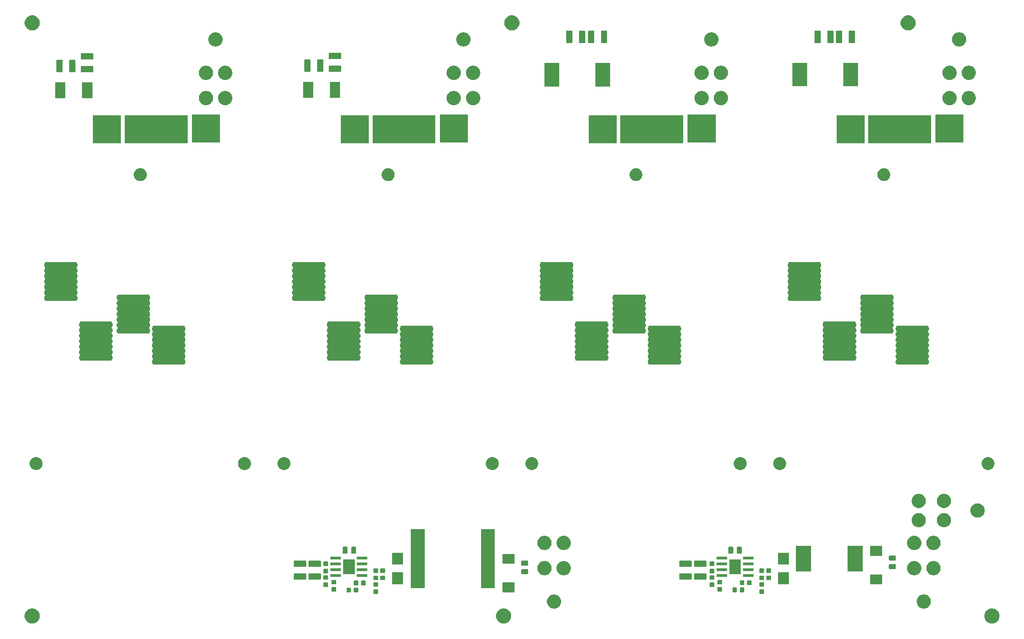
<source format=gts>
G04 #@! TF.GenerationSoftware,KiCad,Pcbnew,(5.1.4)-1*
G04 #@! TF.CreationDate,2019-10-29T10:52:23+09:00*
G04 #@! TF.ProjectId,High_power__DC_DC_board,48696768-5f70-46f7-9765-725f5f44435f,rev?*
G04 #@! TF.SameCoordinates,Original*
G04 #@! TF.FileFunction,Soldermask,Top*
G04 #@! TF.FilePolarity,Negative*
%FSLAX46Y46*%
G04 Gerber Fmt 4.6, Leading zero omitted, Abs format (unit mm)*
G04 Created by KiCad (PCBNEW (5.1.4)-1) date 2019-10-29 10:52:23*
%MOMM*%
%LPD*%
G04 APERTURE LIST*
%ADD10C,0.100000*%
G04 APERTURE END LIST*
D10*
G36*
X21825256Y-154641298D02*
G01*
X21931579Y-154662447D01*
X22232042Y-154786903D01*
X22502451Y-154967585D01*
X22732415Y-155197549D01*
X22913097Y-155467958D01*
X23037553Y-155768421D01*
X23101000Y-156087391D01*
X23101000Y-156412609D01*
X23037553Y-156731579D01*
X22913097Y-157032042D01*
X22732415Y-157302451D01*
X22502451Y-157532415D01*
X22232042Y-157713097D01*
X21931579Y-157837553D01*
X21825256Y-157858702D01*
X21612611Y-157901000D01*
X21287389Y-157901000D01*
X21074744Y-157858702D01*
X20968421Y-157837553D01*
X20667958Y-157713097D01*
X20397549Y-157532415D01*
X20167585Y-157302451D01*
X19986903Y-157032042D01*
X19862447Y-156731579D01*
X19799000Y-156412609D01*
X19799000Y-156087391D01*
X19862447Y-155768421D01*
X19986903Y-155467958D01*
X20167585Y-155197549D01*
X20397549Y-154967585D01*
X20667958Y-154786903D01*
X20968421Y-154662447D01*
X21074744Y-154641298D01*
X21287389Y-154599000D01*
X21612611Y-154599000D01*
X21825256Y-154641298D01*
X21825256Y-154641298D01*
G37*
G36*
X124525256Y-154641298D02*
G01*
X124631579Y-154662447D01*
X124932042Y-154786903D01*
X125202451Y-154967585D01*
X125432415Y-155197549D01*
X125613097Y-155467958D01*
X125737553Y-155768421D01*
X125801000Y-156087391D01*
X125801000Y-156412609D01*
X125737553Y-156731579D01*
X125613097Y-157032042D01*
X125432415Y-157302451D01*
X125202451Y-157532415D01*
X124932042Y-157713097D01*
X124631579Y-157837553D01*
X124525256Y-157858702D01*
X124312611Y-157901000D01*
X123987389Y-157901000D01*
X123774744Y-157858702D01*
X123668421Y-157837553D01*
X123367958Y-157713097D01*
X123097549Y-157532415D01*
X122867585Y-157302451D01*
X122686903Y-157032042D01*
X122562447Y-156731579D01*
X122499000Y-156412609D01*
X122499000Y-156087391D01*
X122562447Y-155768421D01*
X122686903Y-155467958D01*
X122867585Y-155197549D01*
X123097549Y-154967585D01*
X123367958Y-154786903D01*
X123668421Y-154662447D01*
X123774744Y-154641298D01*
X123987389Y-154599000D01*
X124312611Y-154599000D01*
X124525256Y-154641298D01*
X124525256Y-154641298D01*
G37*
G36*
X230925256Y-154641298D02*
G01*
X231031579Y-154662447D01*
X231332042Y-154786903D01*
X231602451Y-154967585D01*
X231832415Y-155197549D01*
X232013097Y-155467958D01*
X232137553Y-155768421D01*
X232201000Y-156087391D01*
X232201000Y-156412609D01*
X232137553Y-156731579D01*
X232013097Y-157032042D01*
X231832415Y-157302451D01*
X231602451Y-157532415D01*
X231332042Y-157713097D01*
X231031579Y-157837553D01*
X230925256Y-157858702D01*
X230712611Y-157901000D01*
X230387389Y-157901000D01*
X230174744Y-157858702D01*
X230068421Y-157837553D01*
X229767958Y-157713097D01*
X229497549Y-157532415D01*
X229267585Y-157302451D01*
X229086903Y-157032042D01*
X228962447Y-156731579D01*
X228899000Y-156412609D01*
X228899000Y-156087391D01*
X228962447Y-155768421D01*
X229086903Y-155467958D01*
X229267585Y-155197549D01*
X229497549Y-154967585D01*
X229767958Y-154786903D01*
X230068421Y-154662447D01*
X230174744Y-154641298D01*
X230387389Y-154599000D01*
X230712611Y-154599000D01*
X230925256Y-154641298D01*
X230925256Y-154641298D01*
G37*
G36*
X216002585Y-151578802D02*
G01*
X216152410Y-151608604D01*
X216434674Y-151725521D01*
X216688705Y-151895259D01*
X216904741Y-152111295D01*
X217074479Y-152365326D01*
X217191396Y-152647590D01*
X217251000Y-152947240D01*
X217251000Y-153252760D01*
X217191396Y-153552410D01*
X217074479Y-153834674D01*
X216904741Y-154088705D01*
X216688705Y-154304741D01*
X216434674Y-154474479D01*
X216152410Y-154591396D01*
X216002585Y-154621198D01*
X215852761Y-154651000D01*
X215547239Y-154651000D01*
X215397415Y-154621198D01*
X215247590Y-154591396D01*
X214965326Y-154474479D01*
X214711295Y-154304741D01*
X214495259Y-154088705D01*
X214325521Y-153834674D01*
X214208604Y-153552410D01*
X214149000Y-153252760D01*
X214149000Y-152947240D01*
X214208604Y-152647590D01*
X214325521Y-152365326D01*
X214495259Y-152111295D01*
X214711295Y-151895259D01*
X214965326Y-151725521D01*
X215247590Y-151608604D01*
X215397415Y-151578802D01*
X215547239Y-151549000D01*
X215852761Y-151549000D01*
X216002585Y-151578802D01*
X216002585Y-151578802D01*
G37*
G36*
X135452585Y-151578802D02*
G01*
X135602410Y-151608604D01*
X135884674Y-151725521D01*
X136138705Y-151895259D01*
X136354741Y-152111295D01*
X136524479Y-152365326D01*
X136641396Y-152647590D01*
X136701000Y-152947240D01*
X136701000Y-153252760D01*
X136641396Y-153552410D01*
X136524479Y-153834674D01*
X136354741Y-154088705D01*
X136138705Y-154304741D01*
X135884674Y-154474479D01*
X135602410Y-154591396D01*
X135452585Y-154621198D01*
X135302761Y-154651000D01*
X134997239Y-154651000D01*
X134847415Y-154621198D01*
X134697590Y-154591396D01*
X134415326Y-154474479D01*
X134161295Y-154304741D01*
X133945259Y-154088705D01*
X133775521Y-153834674D01*
X133658604Y-153552410D01*
X133599000Y-153252760D01*
X133599000Y-152947240D01*
X133658604Y-152647590D01*
X133775521Y-152365326D01*
X133945259Y-152111295D01*
X134161295Y-151895259D01*
X134415326Y-151725521D01*
X134697590Y-151608604D01*
X134847415Y-151578802D01*
X134997239Y-151549000D01*
X135302761Y-151549000D01*
X135452585Y-151578802D01*
X135452585Y-151578802D01*
G37*
G36*
X96679591Y-150453085D02*
G01*
X96713569Y-150463393D01*
X96744890Y-150480134D01*
X96772339Y-150502661D01*
X96794866Y-150530110D01*
X96811607Y-150561431D01*
X96821915Y-150595409D01*
X96826000Y-150636890D01*
X96826000Y-151238110D01*
X96821915Y-151279591D01*
X96811607Y-151313569D01*
X96794866Y-151344890D01*
X96772339Y-151372339D01*
X96744890Y-151394866D01*
X96713569Y-151411607D01*
X96679591Y-151421915D01*
X96638110Y-151426000D01*
X95961890Y-151426000D01*
X95920409Y-151421915D01*
X95886431Y-151411607D01*
X95855110Y-151394866D01*
X95827661Y-151372339D01*
X95805134Y-151344890D01*
X95788393Y-151313569D01*
X95778085Y-151279591D01*
X95774000Y-151238110D01*
X95774000Y-150636890D01*
X95778085Y-150595409D01*
X95788393Y-150561431D01*
X95805134Y-150530110D01*
X95827661Y-150502661D01*
X95855110Y-150480134D01*
X95886431Y-150463393D01*
X95920409Y-150453085D01*
X95961890Y-150449000D01*
X96638110Y-150449000D01*
X96679591Y-150453085D01*
X96679591Y-150453085D01*
G37*
G36*
X180779591Y-150453085D02*
G01*
X180813569Y-150463393D01*
X180844890Y-150480134D01*
X180872339Y-150502661D01*
X180894866Y-150530110D01*
X180911607Y-150561431D01*
X180921915Y-150595409D01*
X180926000Y-150636890D01*
X180926000Y-151238110D01*
X180921915Y-151279591D01*
X180911607Y-151313569D01*
X180894866Y-151344890D01*
X180872339Y-151372339D01*
X180844890Y-151394866D01*
X180813569Y-151411607D01*
X180779591Y-151421915D01*
X180738110Y-151426000D01*
X180061890Y-151426000D01*
X180020409Y-151421915D01*
X179986431Y-151411607D01*
X179955110Y-151394866D01*
X179927661Y-151372339D01*
X179905134Y-151344890D01*
X179888393Y-151313569D01*
X179878085Y-151279591D01*
X179874000Y-151238110D01*
X179874000Y-150636890D01*
X179878085Y-150595409D01*
X179888393Y-150561431D01*
X179905134Y-150530110D01*
X179927661Y-150502661D01*
X179955110Y-150480134D01*
X179986431Y-150463393D01*
X180020409Y-150453085D01*
X180061890Y-150449000D01*
X180738110Y-150449000D01*
X180779591Y-150453085D01*
X180779591Y-150453085D01*
G37*
G36*
X92324592Y-150083086D02*
G01*
X92358570Y-150093394D01*
X92389891Y-150110135D01*
X92417340Y-150132662D01*
X92439867Y-150160111D01*
X92456608Y-150191432D01*
X92466916Y-150225410D01*
X92471001Y-150266891D01*
X92471001Y-150943111D01*
X92466916Y-150984592D01*
X92456608Y-151018570D01*
X92439867Y-151049891D01*
X92417340Y-151077340D01*
X92389891Y-151099867D01*
X92358570Y-151116608D01*
X92324592Y-151126916D01*
X92283111Y-151131001D01*
X91681891Y-151131001D01*
X91640410Y-151126916D01*
X91606432Y-151116608D01*
X91575111Y-151099867D01*
X91547662Y-151077340D01*
X91525135Y-151049891D01*
X91508394Y-151018570D01*
X91498086Y-150984592D01*
X91494001Y-150943111D01*
X91494001Y-150266891D01*
X91498086Y-150225410D01*
X91508394Y-150191432D01*
X91525135Y-150160111D01*
X91547662Y-150132662D01*
X91575111Y-150110135D01*
X91606432Y-150093394D01*
X91640410Y-150083086D01*
X91681891Y-150079001D01*
X92283111Y-150079001D01*
X92324592Y-150083086D01*
X92324592Y-150083086D01*
G37*
G36*
X90749592Y-150083086D02*
G01*
X90783570Y-150093394D01*
X90814891Y-150110135D01*
X90842340Y-150132662D01*
X90864867Y-150160111D01*
X90881608Y-150191432D01*
X90891916Y-150225410D01*
X90896001Y-150266891D01*
X90896001Y-150943111D01*
X90891916Y-150984592D01*
X90881608Y-151018570D01*
X90864867Y-151049891D01*
X90842340Y-151077340D01*
X90814891Y-151099867D01*
X90783570Y-151116608D01*
X90749592Y-151126916D01*
X90708111Y-151131001D01*
X90106891Y-151131001D01*
X90065410Y-151126916D01*
X90031432Y-151116608D01*
X90000111Y-151099867D01*
X89972662Y-151077340D01*
X89950135Y-151049891D01*
X89933394Y-151018570D01*
X89923086Y-150984592D01*
X89919001Y-150943111D01*
X89919001Y-150266891D01*
X89923086Y-150225410D01*
X89933394Y-150191432D01*
X89950135Y-150160111D01*
X89972662Y-150132662D01*
X90000111Y-150110135D01*
X90031432Y-150093394D01*
X90065410Y-150083086D01*
X90106891Y-150079001D01*
X90708111Y-150079001D01*
X90749592Y-150083086D01*
X90749592Y-150083086D01*
G37*
G36*
X126441132Y-148927810D02*
G01*
X126472423Y-148937302D01*
X126501263Y-148952717D01*
X126526539Y-148973461D01*
X126547283Y-148998737D01*
X126562698Y-149027577D01*
X126572190Y-149058868D01*
X126576000Y-149097551D01*
X126576000Y-150927449D01*
X126572190Y-150966132D01*
X126562698Y-150997423D01*
X126547283Y-151026263D01*
X126526539Y-151051539D01*
X126501263Y-151072283D01*
X126472423Y-151087698D01*
X126441132Y-151097190D01*
X126402449Y-151101000D01*
X124097551Y-151101000D01*
X124058868Y-151097190D01*
X124027577Y-151087698D01*
X123998737Y-151072283D01*
X123973461Y-151051539D01*
X123952717Y-151026263D01*
X123937302Y-150997423D01*
X123927810Y-150966132D01*
X123924000Y-150927449D01*
X123924000Y-149097551D01*
X123927810Y-149058868D01*
X123937302Y-149027577D01*
X123952717Y-148998737D01*
X123973461Y-148973461D01*
X123998737Y-148952717D01*
X124027577Y-148937302D01*
X124058868Y-148927810D01*
X124097551Y-148924000D01*
X126402449Y-148924000D01*
X126441132Y-148927810D01*
X126441132Y-148927810D01*
G37*
G36*
X176429591Y-150028085D02*
G01*
X176463569Y-150038393D01*
X176494890Y-150055134D01*
X176522339Y-150077661D01*
X176544866Y-150105110D01*
X176561607Y-150136431D01*
X176571915Y-150170409D01*
X176576000Y-150211890D01*
X176576000Y-150888110D01*
X176571915Y-150929591D01*
X176561607Y-150963569D01*
X176544866Y-150994890D01*
X176522339Y-151022339D01*
X176494890Y-151044866D01*
X176463569Y-151061607D01*
X176429591Y-151071915D01*
X176388110Y-151076000D01*
X175786890Y-151076000D01*
X175745409Y-151071915D01*
X175711431Y-151061607D01*
X175680110Y-151044866D01*
X175652661Y-151022339D01*
X175630134Y-150994890D01*
X175613393Y-150963569D01*
X175603085Y-150929591D01*
X175599000Y-150888110D01*
X175599000Y-150211890D01*
X175603085Y-150170409D01*
X175613393Y-150136431D01*
X175630134Y-150105110D01*
X175652661Y-150077661D01*
X175680110Y-150055134D01*
X175711431Y-150038393D01*
X175745409Y-150028085D01*
X175786890Y-150024000D01*
X176388110Y-150024000D01*
X176429591Y-150028085D01*
X176429591Y-150028085D01*
G37*
G36*
X174854591Y-150028085D02*
G01*
X174888569Y-150038393D01*
X174919890Y-150055134D01*
X174947339Y-150077661D01*
X174969866Y-150105110D01*
X174986607Y-150136431D01*
X174996915Y-150170409D01*
X175001000Y-150211890D01*
X175001000Y-150888110D01*
X174996915Y-150929591D01*
X174986607Y-150963569D01*
X174969866Y-150994890D01*
X174947339Y-151022339D01*
X174919890Y-151044866D01*
X174888569Y-151061607D01*
X174854591Y-151071915D01*
X174813110Y-151076000D01*
X174211890Y-151076000D01*
X174170409Y-151071915D01*
X174136431Y-151061607D01*
X174105110Y-151044866D01*
X174077661Y-151022339D01*
X174055134Y-150994890D01*
X174038393Y-150963569D01*
X174028085Y-150929591D01*
X174024000Y-150888110D01*
X174024000Y-150211890D01*
X174028085Y-150170409D01*
X174038393Y-150136431D01*
X174055134Y-150105110D01*
X174077661Y-150077661D01*
X174105110Y-150055134D01*
X174136431Y-150038393D01*
X174170409Y-150028085D01*
X174211890Y-150024000D01*
X174813110Y-150024000D01*
X174854591Y-150028085D01*
X174854591Y-150028085D01*
G37*
G36*
X171629591Y-149953085D02*
G01*
X171663569Y-149963393D01*
X171694890Y-149980134D01*
X171722339Y-150002661D01*
X171744866Y-150030110D01*
X171761607Y-150061431D01*
X171771915Y-150095409D01*
X171776000Y-150136890D01*
X171776000Y-150738110D01*
X171771915Y-150779591D01*
X171761607Y-150813569D01*
X171744866Y-150844890D01*
X171722339Y-150872339D01*
X171694890Y-150894866D01*
X171663569Y-150911607D01*
X171629591Y-150921915D01*
X171588110Y-150926000D01*
X170911890Y-150926000D01*
X170870409Y-150921915D01*
X170836431Y-150911607D01*
X170805110Y-150894866D01*
X170777661Y-150872339D01*
X170755134Y-150844890D01*
X170738393Y-150813569D01*
X170728085Y-150779591D01*
X170724000Y-150738110D01*
X170724000Y-150136890D01*
X170728085Y-150095409D01*
X170738393Y-150061431D01*
X170755134Y-150030110D01*
X170777661Y-150002661D01*
X170805110Y-149980134D01*
X170836431Y-149963393D01*
X170870409Y-149953085D01*
X170911890Y-149949000D01*
X171588110Y-149949000D01*
X171629591Y-149953085D01*
X171629591Y-149953085D01*
G37*
G36*
X87529591Y-149940585D02*
G01*
X87563569Y-149950893D01*
X87594890Y-149967634D01*
X87622339Y-149990161D01*
X87644866Y-150017610D01*
X87661607Y-150048931D01*
X87671915Y-150082909D01*
X87676000Y-150124390D01*
X87676000Y-150725610D01*
X87671915Y-150767091D01*
X87661607Y-150801069D01*
X87644866Y-150832390D01*
X87622339Y-150859839D01*
X87594890Y-150882366D01*
X87563569Y-150899107D01*
X87529591Y-150909415D01*
X87488110Y-150913500D01*
X86811890Y-150913500D01*
X86770409Y-150909415D01*
X86736431Y-150899107D01*
X86705110Y-150882366D01*
X86677661Y-150859839D01*
X86655134Y-150832390D01*
X86638393Y-150801069D01*
X86628085Y-150767091D01*
X86624000Y-150725610D01*
X86624000Y-150124390D01*
X86628085Y-150082909D01*
X86638393Y-150048931D01*
X86655134Y-150017610D01*
X86677661Y-149990161D01*
X86705110Y-149967634D01*
X86736431Y-149950893D01*
X86770409Y-149940585D01*
X86811890Y-149936500D01*
X87488110Y-149936500D01*
X87529591Y-149940585D01*
X87529591Y-149940585D01*
G37*
G36*
X122251000Y-150201000D02*
G01*
X119249000Y-150201000D01*
X119249000Y-137299000D01*
X122251000Y-137299000D01*
X122251000Y-150201000D01*
X122251000Y-150201000D01*
G37*
G36*
X106951000Y-150201000D02*
G01*
X103949000Y-150201000D01*
X103949000Y-137299000D01*
X106951000Y-137299000D01*
X106951000Y-150201000D01*
X106951000Y-150201000D01*
G37*
G36*
X85779591Y-148953085D02*
G01*
X85813569Y-148963393D01*
X85844890Y-148980134D01*
X85872339Y-149002661D01*
X85894866Y-149030110D01*
X85911607Y-149061431D01*
X85921915Y-149095409D01*
X85926000Y-149136890D01*
X85926000Y-149738110D01*
X85921915Y-149779591D01*
X85911607Y-149813569D01*
X85894866Y-149844890D01*
X85872339Y-149872339D01*
X85844890Y-149894866D01*
X85813569Y-149911607D01*
X85779591Y-149921915D01*
X85738110Y-149926000D01*
X85061890Y-149926000D01*
X85020409Y-149921915D01*
X84986431Y-149911607D01*
X84955110Y-149894866D01*
X84927661Y-149872339D01*
X84905134Y-149844890D01*
X84888393Y-149813569D01*
X84878085Y-149779591D01*
X84874000Y-149738110D01*
X84874000Y-149136890D01*
X84878085Y-149095409D01*
X84888393Y-149061431D01*
X84905134Y-149030110D01*
X84927661Y-149002661D01*
X84955110Y-148980134D01*
X84986431Y-148963393D01*
X85020409Y-148953085D01*
X85061890Y-148949000D01*
X85738110Y-148949000D01*
X85779591Y-148953085D01*
X85779591Y-148953085D01*
G37*
G36*
X169929591Y-148953085D02*
G01*
X169963569Y-148963393D01*
X169994890Y-148980134D01*
X170022339Y-149002661D01*
X170044866Y-149030110D01*
X170061607Y-149061431D01*
X170071915Y-149095409D01*
X170076000Y-149136890D01*
X170076000Y-149738110D01*
X170071915Y-149779591D01*
X170061607Y-149813569D01*
X170044866Y-149844890D01*
X170022339Y-149872339D01*
X169994890Y-149894866D01*
X169963569Y-149911607D01*
X169929591Y-149921915D01*
X169888110Y-149926000D01*
X169211890Y-149926000D01*
X169170409Y-149921915D01*
X169136431Y-149911607D01*
X169105110Y-149894866D01*
X169077661Y-149872339D01*
X169055134Y-149844890D01*
X169038393Y-149813569D01*
X169028085Y-149779591D01*
X169024000Y-149738110D01*
X169024000Y-149136890D01*
X169028085Y-149095409D01*
X169038393Y-149061431D01*
X169055134Y-149030110D01*
X169077661Y-149002661D01*
X169105110Y-148980134D01*
X169136431Y-148963393D01*
X169170409Y-148953085D01*
X169211890Y-148949000D01*
X169888110Y-148949000D01*
X169929591Y-148953085D01*
X169929591Y-148953085D01*
G37*
G36*
X96679591Y-148878085D02*
G01*
X96713569Y-148888393D01*
X96744890Y-148905134D01*
X96772339Y-148927661D01*
X96794866Y-148955110D01*
X96811607Y-148986431D01*
X96821915Y-149020409D01*
X96826000Y-149061890D01*
X96826000Y-149663110D01*
X96821915Y-149704591D01*
X96811607Y-149738569D01*
X96794866Y-149769890D01*
X96772339Y-149797339D01*
X96744890Y-149819866D01*
X96713569Y-149836607D01*
X96679591Y-149846915D01*
X96638110Y-149851000D01*
X95961890Y-149851000D01*
X95920409Y-149846915D01*
X95886431Y-149836607D01*
X95855110Y-149819866D01*
X95827661Y-149797339D01*
X95805134Y-149769890D01*
X95788393Y-149738569D01*
X95778085Y-149704591D01*
X95774000Y-149663110D01*
X95774000Y-149061890D01*
X95778085Y-149020409D01*
X95788393Y-148986431D01*
X95805134Y-148955110D01*
X95827661Y-148927661D01*
X95855110Y-148905134D01*
X95886431Y-148888393D01*
X95920409Y-148878085D01*
X95961890Y-148874000D01*
X96638110Y-148874000D01*
X96679591Y-148878085D01*
X96679591Y-148878085D01*
G37*
G36*
X180779591Y-148878085D02*
G01*
X180813569Y-148888393D01*
X180844890Y-148905134D01*
X180872339Y-148927661D01*
X180894866Y-148955110D01*
X180911607Y-148986431D01*
X180921915Y-149020409D01*
X180926000Y-149061890D01*
X180926000Y-149663110D01*
X180921915Y-149704591D01*
X180911607Y-149738569D01*
X180894866Y-149769890D01*
X180872339Y-149797339D01*
X180844890Y-149819866D01*
X180813569Y-149836607D01*
X180779591Y-149846915D01*
X180738110Y-149851000D01*
X180061890Y-149851000D01*
X180020409Y-149846915D01*
X179986431Y-149836607D01*
X179955110Y-149819866D01*
X179927661Y-149797339D01*
X179905134Y-149769890D01*
X179888393Y-149738569D01*
X179878085Y-149704591D01*
X179874000Y-149663110D01*
X179874000Y-149061890D01*
X179878085Y-149020409D01*
X179888393Y-148986431D01*
X179905134Y-148955110D01*
X179927661Y-148927661D01*
X179955110Y-148905134D01*
X179986431Y-148888393D01*
X180020409Y-148878085D01*
X180061890Y-148874000D01*
X180738110Y-148874000D01*
X180779591Y-148878085D01*
X180779591Y-148878085D01*
G37*
G36*
X93929591Y-148528085D02*
G01*
X93963569Y-148538393D01*
X93994890Y-148555134D01*
X94022339Y-148577661D01*
X94044866Y-148605110D01*
X94061607Y-148636431D01*
X94071915Y-148670409D01*
X94076000Y-148711890D01*
X94076000Y-149388110D01*
X94071915Y-149429591D01*
X94061607Y-149463569D01*
X94044866Y-149494890D01*
X94022339Y-149522339D01*
X93994890Y-149544866D01*
X93963569Y-149561607D01*
X93929591Y-149571915D01*
X93888110Y-149576000D01*
X93286890Y-149576000D01*
X93245409Y-149571915D01*
X93211431Y-149561607D01*
X93180110Y-149544866D01*
X93152661Y-149522339D01*
X93130134Y-149494890D01*
X93113393Y-149463569D01*
X93103085Y-149429591D01*
X93099000Y-149388110D01*
X93099000Y-148711890D01*
X93103085Y-148670409D01*
X93113393Y-148636431D01*
X93130134Y-148605110D01*
X93152661Y-148577661D01*
X93180110Y-148555134D01*
X93211431Y-148538393D01*
X93245409Y-148528085D01*
X93286890Y-148524000D01*
X93888110Y-148524000D01*
X93929591Y-148528085D01*
X93929591Y-148528085D01*
G37*
G36*
X92354591Y-148528085D02*
G01*
X92388569Y-148538393D01*
X92419890Y-148555134D01*
X92447339Y-148577661D01*
X92469866Y-148605110D01*
X92486607Y-148636431D01*
X92496915Y-148670409D01*
X92501000Y-148711890D01*
X92501000Y-149388110D01*
X92496915Y-149429591D01*
X92486607Y-149463569D01*
X92469866Y-149494890D01*
X92447339Y-149522339D01*
X92419890Y-149544866D01*
X92388569Y-149561607D01*
X92354591Y-149571915D01*
X92313110Y-149576000D01*
X91711890Y-149576000D01*
X91670409Y-149571915D01*
X91636431Y-149561607D01*
X91605110Y-149544866D01*
X91577661Y-149522339D01*
X91555134Y-149494890D01*
X91538393Y-149463569D01*
X91528085Y-149429591D01*
X91524000Y-149388110D01*
X91524000Y-148711890D01*
X91528085Y-148670409D01*
X91538393Y-148636431D01*
X91555134Y-148605110D01*
X91577661Y-148577661D01*
X91605110Y-148555134D01*
X91636431Y-148538393D01*
X91670409Y-148528085D01*
X91711890Y-148524000D01*
X92313110Y-148524000D01*
X92354591Y-148528085D01*
X92354591Y-148528085D01*
G37*
G36*
X176454591Y-148478085D02*
G01*
X176488569Y-148488393D01*
X176519890Y-148505134D01*
X176547339Y-148527661D01*
X176569866Y-148555110D01*
X176586607Y-148586431D01*
X176596915Y-148620409D01*
X176601000Y-148661890D01*
X176601000Y-149338110D01*
X176596915Y-149379591D01*
X176586607Y-149413569D01*
X176569866Y-149444890D01*
X176547339Y-149472339D01*
X176519890Y-149494866D01*
X176488569Y-149511607D01*
X176454591Y-149521915D01*
X176413110Y-149526000D01*
X175811890Y-149526000D01*
X175770409Y-149521915D01*
X175736431Y-149511607D01*
X175705110Y-149494866D01*
X175677661Y-149472339D01*
X175655134Y-149444890D01*
X175638393Y-149413569D01*
X175628085Y-149379591D01*
X175624000Y-149338110D01*
X175624000Y-148661890D01*
X175628085Y-148620409D01*
X175638393Y-148586431D01*
X175655134Y-148555110D01*
X175677661Y-148527661D01*
X175705110Y-148505134D01*
X175736431Y-148488393D01*
X175770409Y-148478085D01*
X175811890Y-148474000D01*
X176413110Y-148474000D01*
X176454591Y-148478085D01*
X176454591Y-148478085D01*
G37*
G36*
X178029591Y-148478085D02*
G01*
X178063569Y-148488393D01*
X178094890Y-148505134D01*
X178122339Y-148527661D01*
X178144866Y-148555110D01*
X178161607Y-148586431D01*
X178171915Y-148620409D01*
X178176000Y-148661890D01*
X178176000Y-149338110D01*
X178171915Y-149379591D01*
X178161607Y-149413569D01*
X178144866Y-149444890D01*
X178122339Y-149472339D01*
X178094890Y-149494866D01*
X178063569Y-149511607D01*
X178029591Y-149521915D01*
X177988110Y-149526000D01*
X177386890Y-149526000D01*
X177345409Y-149521915D01*
X177311431Y-149511607D01*
X177280110Y-149494866D01*
X177252661Y-149472339D01*
X177230134Y-149444890D01*
X177213393Y-149413569D01*
X177203085Y-149379591D01*
X177199000Y-149338110D01*
X177199000Y-148661890D01*
X177203085Y-148620409D01*
X177213393Y-148586431D01*
X177230134Y-148555110D01*
X177252661Y-148527661D01*
X177280110Y-148505134D01*
X177311431Y-148488393D01*
X177345409Y-148478085D01*
X177386890Y-148474000D01*
X177988110Y-148474000D01*
X178029591Y-148478085D01*
X178029591Y-148478085D01*
G37*
G36*
X171629591Y-148378085D02*
G01*
X171663569Y-148388393D01*
X171694890Y-148405134D01*
X171722339Y-148427661D01*
X171744866Y-148455110D01*
X171761607Y-148486431D01*
X171771915Y-148520409D01*
X171776000Y-148561890D01*
X171776000Y-149163110D01*
X171771915Y-149204591D01*
X171761607Y-149238569D01*
X171744866Y-149269890D01*
X171722339Y-149297339D01*
X171694890Y-149319866D01*
X171663569Y-149336607D01*
X171629591Y-149346915D01*
X171588110Y-149351000D01*
X170911890Y-149351000D01*
X170870409Y-149346915D01*
X170836431Y-149336607D01*
X170805110Y-149319866D01*
X170777661Y-149297339D01*
X170755134Y-149269890D01*
X170738393Y-149238569D01*
X170728085Y-149204591D01*
X170724000Y-149163110D01*
X170724000Y-148561890D01*
X170728085Y-148520409D01*
X170738393Y-148486431D01*
X170755134Y-148455110D01*
X170777661Y-148427661D01*
X170805110Y-148405134D01*
X170836431Y-148388393D01*
X170870409Y-148378085D01*
X170911890Y-148374000D01*
X171588110Y-148374000D01*
X171629591Y-148378085D01*
X171629591Y-148378085D01*
G37*
G36*
X206491132Y-147177810D02*
G01*
X206522423Y-147187302D01*
X206551263Y-147202717D01*
X206576539Y-147223461D01*
X206597283Y-147248737D01*
X206612698Y-147277577D01*
X206622190Y-147308868D01*
X206626000Y-147347551D01*
X206626000Y-149177449D01*
X206622190Y-149216132D01*
X206612698Y-149247423D01*
X206597283Y-149276263D01*
X206576539Y-149301539D01*
X206551263Y-149322283D01*
X206522423Y-149337698D01*
X206491132Y-149347190D01*
X206452449Y-149351000D01*
X204147551Y-149351000D01*
X204108868Y-149347190D01*
X204077577Y-149337698D01*
X204048737Y-149322283D01*
X204023461Y-149301539D01*
X204002717Y-149276263D01*
X203987302Y-149247423D01*
X203977810Y-149216132D01*
X203974000Y-149177449D01*
X203974000Y-147347551D01*
X203977810Y-147308868D01*
X203987302Y-147277577D01*
X204002717Y-147248737D01*
X204023461Y-147223461D01*
X204048737Y-147202717D01*
X204077577Y-147187302D01*
X204108868Y-147177810D01*
X204147551Y-147174000D01*
X206452449Y-147174000D01*
X206491132Y-147177810D01*
X206491132Y-147177810D01*
G37*
G36*
X102251000Y-149351000D02*
G01*
X99849000Y-149351000D01*
X99849000Y-146749000D01*
X102251000Y-146749000D01*
X102251000Y-149351000D01*
X102251000Y-149351000D01*
G37*
G36*
X186301000Y-149351000D02*
G01*
X183899000Y-149351000D01*
X183899000Y-146749000D01*
X186301000Y-146749000D01*
X186301000Y-149351000D01*
X186301000Y-149351000D01*
G37*
G36*
X87529591Y-148365585D02*
G01*
X87563569Y-148375893D01*
X87594890Y-148392634D01*
X87622339Y-148415161D01*
X87644866Y-148442610D01*
X87661607Y-148473931D01*
X87671915Y-148507909D01*
X87676000Y-148549390D01*
X87676000Y-149150610D01*
X87671915Y-149192091D01*
X87661607Y-149226069D01*
X87644866Y-149257390D01*
X87622339Y-149284839D01*
X87594890Y-149307366D01*
X87563569Y-149324107D01*
X87529591Y-149334415D01*
X87488110Y-149338500D01*
X86811890Y-149338500D01*
X86770409Y-149334415D01*
X86736431Y-149324107D01*
X86705110Y-149307366D01*
X86677661Y-149284839D01*
X86655134Y-149257390D01*
X86638393Y-149226069D01*
X86628085Y-149192091D01*
X86624000Y-149150610D01*
X86624000Y-148549390D01*
X86628085Y-148507909D01*
X86638393Y-148473931D01*
X86655134Y-148442610D01*
X86677661Y-148415161D01*
X86705110Y-148392634D01*
X86736431Y-148375893D01*
X86770409Y-148365585D01*
X86811890Y-148361500D01*
X87488110Y-148361500D01*
X87529591Y-148365585D01*
X87529591Y-148365585D01*
G37*
G36*
X96674592Y-147453085D02*
G01*
X96708570Y-147463393D01*
X96739891Y-147480134D01*
X96767340Y-147502661D01*
X96789867Y-147530110D01*
X96806608Y-147561431D01*
X96816916Y-147595409D01*
X96821001Y-147636890D01*
X96821001Y-148238110D01*
X96816916Y-148279591D01*
X96806608Y-148313569D01*
X96789867Y-148344890D01*
X96767340Y-148372339D01*
X96739891Y-148394866D01*
X96708570Y-148411607D01*
X96674592Y-148421915D01*
X96633111Y-148426000D01*
X95956891Y-148426000D01*
X95915410Y-148421915D01*
X95881432Y-148411607D01*
X95850111Y-148394866D01*
X95822662Y-148372339D01*
X95800135Y-148344890D01*
X95783394Y-148313569D01*
X95773086Y-148279591D01*
X95769001Y-148238110D01*
X95769001Y-147636890D01*
X95773086Y-147595409D01*
X95783394Y-147561431D01*
X95800135Y-147530110D01*
X95822662Y-147502661D01*
X95850111Y-147480134D01*
X95881432Y-147463393D01*
X95915410Y-147453085D01*
X95956891Y-147449000D01*
X96633111Y-147449000D01*
X96674592Y-147453085D01*
X96674592Y-147453085D01*
G37*
G36*
X182279591Y-147453085D02*
G01*
X182313569Y-147463393D01*
X182344890Y-147480134D01*
X182372339Y-147502661D01*
X182394866Y-147530110D01*
X182411607Y-147561431D01*
X182421915Y-147595409D01*
X182426000Y-147636890D01*
X182426000Y-148238110D01*
X182421915Y-148279591D01*
X182411607Y-148313569D01*
X182394866Y-148344890D01*
X182372339Y-148372339D01*
X182344890Y-148394866D01*
X182313569Y-148411607D01*
X182279591Y-148421915D01*
X182238110Y-148426000D01*
X181561890Y-148426000D01*
X181520409Y-148421915D01*
X181486431Y-148411607D01*
X181455110Y-148394866D01*
X181427661Y-148372339D01*
X181405134Y-148344890D01*
X181388393Y-148313569D01*
X181378085Y-148279591D01*
X181374000Y-148238110D01*
X181374000Y-147636890D01*
X181378085Y-147595409D01*
X181388393Y-147561431D01*
X181405134Y-147530110D01*
X181427661Y-147502661D01*
X181455110Y-147480134D01*
X181486431Y-147463393D01*
X181520409Y-147453085D01*
X181561890Y-147449000D01*
X182238110Y-147449000D01*
X182279591Y-147453085D01*
X182279591Y-147453085D01*
G37*
G36*
X180779591Y-147453085D02*
G01*
X180813569Y-147463393D01*
X180844890Y-147480134D01*
X180872339Y-147502661D01*
X180894866Y-147530110D01*
X180911607Y-147561431D01*
X180921915Y-147595409D01*
X180926000Y-147636890D01*
X180926000Y-148238110D01*
X180921915Y-148279591D01*
X180911607Y-148313569D01*
X180894866Y-148344890D01*
X180872339Y-148372339D01*
X180844890Y-148394866D01*
X180813569Y-148411607D01*
X180779591Y-148421915D01*
X180738110Y-148426000D01*
X180061890Y-148426000D01*
X180020409Y-148421915D01*
X179986431Y-148411607D01*
X179955110Y-148394866D01*
X179927661Y-148372339D01*
X179905134Y-148344890D01*
X179888393Y-148313569D01*
X179878085Y-148279591D01*
X179874000Y-148238110D01*
X179874000Y-147636890D01*
X179878085Y-147595409D01*
X179888393Y-147561431D01*
X179905134Y-147530110D01*
X179927661Y-147502661D01*
X179955110Y-147480134D01*
X179986431Y-147463393D01*
X180020409Y-147453085D01*
X180061890Y-147449000D01*
X180738110Y-147449000D01*
X180779591Y-147453085D01*
X180779591Y-147453085D01*
G37*
G36*
X98179591Y-147453085D02*
G01*
X98213569Y-147463393D01*
X98244890Y-147480134D01*
X98272339Y-147502661D01*
X98294866Y-147530110D01*
X98311607Y-147561431D01*
X98321915Y-147595409D01*
X98326000Y-147636890D01*
X98326000Y-148238110D01*
X98321915Y-148279591D01*
X98311607Y-148313569D01*
X98294866Y-148344890D01*
X98272339Y-148372339D01*
X98244890Y-148394866D01*
X98213569Y-148411607D01*
X98179591Y-148421915D01*
X98138110Y-148426000D01*
X97461890Y-148426000D01*
X97420409Y-148421915D01*
X97386431Y-148411607D01*
X97355110Y-148394866D01*
X97327661Y-148372339D01*
X97305134Y-148344890D01*
X97288393Y-148313569D01*
X97278085Y-148279591D01*
X97274000Y-148238110D01*
X97274000Y-147636890D01*
X97278085Y-147595409D01*
X97288393Y-147561431D01*
X97305134Y-147530110D01*
X97327661Y-147502661D01*
X97355110Y-147480134D01*
X97386431Y-147463393D01*
X97420409Y-147453085D01*
X97461890Y-147449000D01*
X98138110Y-147449000D01*
X98179591Y-147453085D01*
X98179591Y-147453085D01*
G37*
G36*
X85779591Y-147378085D02*
G01*
X85813569Y-147388393D01*
X85844890Y-147405134D01*
X85872339Y-147427661D01*
X85894866Y-147455110D01*
X85911607Y-147486431D01*
X85921915Y-147520409D01*
X85926000Y-147561890D01*
X85926000Y-148163110D01*
X85921915Y-148204591D01*
X85911607Y-148238569D01*
X85894866Y-148269890D01*
X85872339Y-148297339D01*
X85844890Y-148319866D01*
X85813569Y-148336607D01*
X85779591Y-148346915D01*
X85738110Y-148351000D01*
X85061890Y-148351000D01*
X85020409Y-148346915D01*
X84986431Y-148336607D01*
X84955110Y-148319866D01*
X84927661Y-148297339D01*
X84905134Y-148269890D01*
X84888393Y-148238569D01*
X84878085Y-148204591D01*
X84874000Y-148163110D01*
X84874000Y-147561890D01*
X84878085Y-147520409D01*
X84888393Y-147486431D01*
X84905134Y-147455110D01*
X84927661Y-147427661D01*
X84955110Y-147405134D01*
X84986431Y-147388393D01*
X85020409Y-147378085D01*
X85061890Y-147374000D01*
X85738110Y-147374000D01*
X85779591Y-147378085D01*
X85779591Y-147378085D01*
G37*
G36*
X169929591Y-147378085D02*
G01*
X169963569Y-147388393D01*
X169994890Y-147405134D01*
X170022339Y-147427661D01*
X170044866Y-147455110D01*
X170061607Y-147486431D01*
X170071915Y-147520409D01*
X170076000Y-147561890D01*
X170076000Y-148163110D01*
X170071915Y-148204591D01*
X170061607Y-148238569D01*
X170044866Y-148269890D01*
X170022339Y-148297339D01*
X169994890Y-148319866D01*
X169963569Y-148336607D01*
X169929591Y-148346915D01*
X169888110Y-148351000D01*
X169211890Y-148351000D01*
X169170409Y-148346915D01*
X169136431Y-148336607D01*
X169105110Y-148319866D01*
X169077661Y-148297339D01*
X169055134Y-148269890D01*
X169038393Y-148238569D01*
X169028085Y-148204591D01*
X169024000Y-148163110D01*
X169024000Y-147561890D01*
X169028085Y-147520409D01*
X169038393Y-147486431D01*
X169055134Y-147455110D01*
X169077661Y-147427661D01*
X169105110Y-147405134D01*
X169136431Y-147388393D01*
X169170409Y-147378085D01*
X169211890Y-147374000D01*
X169888110Y-147374000D01*
X169929591Y-147378085D01*
X169929591Y-147378085D01*
G37*
G36*
X84218604Y-146978347D02*
G01*
X84255144Y-146989432D01*
X84288821Y-147007433D01*
X84318341Y-147031659D01*
X84342567Y-147061179D01*
X84360568Y-147094856D01*
X84371653Y-147131396D01*
X84376000Y-147175538D01*
X84376000Y-148124462D01*
X84371653Y-148168604D01*
X84360568Y-148205144D01*
X84342567Y-148238821D01*
X84318341Y-148268341D01*
X84288821Y-148292567D01*
X84255144Y-148310568D01*
X84218604Y-148321653D01*
X84174462Y-148326000D01*
X81825538Y-148326000D01*
X81781396Y-148321653D01*
X81744856Y-148310568D01*
X81711179Y-148292567D01*
X81681659Y-148268341D01*
X81657433Y-148238821D01*
X81639432Y-148205144D01*
X81628347Y-148168604D01*
X81624000Y-148124462D01*
X81624000Y-147175538D01*
X81628347Y-147131396D01*
X81639432Y-147094856D01*
X81657433Y-147061179D01*
X81681659Y-147031659D01*
X81711179Y-147007433D01*
X81744856Y-146989432D01*
X81781396Y-146978347D01*
X81825538Y-146974000D01*
X84174462Y-146974000D01*
X84218604Y-146978347D01*
X84218604Y-146978347D01*
G37*
G36*
X81018604Y-146978347D02*
G01*
X81055144Y-146989432D01*
X81088821Y-147007433D01*
X81118341Y-147031659D01*
X81142567Y-147061179D01*
X81160568Y-147094856D01*
X81171653Y-147131396D01*
X81176000Y-147175538D01*
X81176000Y-148124462D01*
X81171653Y-148168604D01*
X81160568Y-148205144D01*
X81142567Y-148238821D01*
X81118341Y-148268341D01*
X81088821Y-148292567D01*
X81055144Y-148310568D01*
X81018604Y-148321653D01*
X80974462Y-148326000D01*
X78625538Y-148326000D01*
X78581396Y-148321653D01*
X78544856Y-148310568D01*
X78511179Y-148292567D01*
X78481659Y-148268341D01*
X78457433Y-148238821D01*
X78439432Y-148205144D01*
X78428347Y-148168604D01*
X78424000Y-148124462D01*
X78424000Y-147175538D01*
X78428347Y-147131396D01*
X78439432Y-147094856D01*
X78457433Y-147061179D01*
X78481659Y-147031659D01*
X78511179Y-147007433D01*
X78544856Y-146989432D01*
X78581396Y-146978347D01*
X78625538Y-146974000D01*
X80974462Y-146974000D01*
X81018604Y-146978347D01*
X81018604Y-146978347D01*
G37*
G36*
X165018604Y-146978347D02*
G01*
X165055144Y-146989432D01*
X165088821Y-147007433D01*
X165118341Y-147031659D01*
X165142567Y-147061179D01*
X165160568Y-147094856D01*
X165171653Y-147131396D01*
X165176000Y-147175538D01*
X165176000Y-148124462D01*
X165171653Y-148168604D01*
X165160568Y-148205144D01*
X165142567Y-148238821D01*
X165118341Y-148268341D01*
X165088821Y-148292567D01*
X165055144Y-148310568D01*
X165018604Y-148321653D01*
X164974462Y-148326000D01*
X162625538Y-148326000D01*
X162581396Y-148321653D01*
X162544856Y-148310568D01*
X162511179Y-148292567D01*
X162481659Y-148268341D01*
X162457433Y-148238821D01*
X162439432Y-148205144D01*
X162428347Y-148168604D01*
X162424000Y-148124462D01*
X162424000Y-147175538D01*
X162428347Y-147131396D01*
X162439432Y-147094856D01*
X162457433Y-147061179D01*
X162481659Y-147031659D01*
X162511179Y-147007433D01*
X162544856Y-146989432D01*
X162581396Y-146978347D01*
X162625538Y-146974000D01*
X164974462Y-146974000D01*
X165018604Y-146978347D01*
X165018604Y-146978347D01*
G37*
G36*
X168218604Y-146978347D02*
G01*
X168255144Y-146989432D01*
X168288821Y-147007433D01*
X168318341Y-147031659D01*
X168342567Y-147061179D01*
X168360568Y-147094856D01*
X168371653Y-147131396D01*
X168376000Y-147175538D01*
X168376000Y-148124462D01*
X168371653Y-148168604D01*
X168360568Y-148205144D01*
X168342567Y-148238821D01*
X168318341Y-148268341D01*
X168288821Y-148292567D01*
X168255144Y-148310568D01*
X168218604Y-148321653D01*
X168174462Y-148326000D01*
X165825538Y-148326000D01*
X165781396Y-148321653D01*
X165744856Y-148310568D01*
X165711179Y-148292567D01*
X165681659Y-148268341D01*
X165657433Y-148238821D01*
X165639432Y-148205144D01*
X165628347Y-148168604D01*
X165624000Y-148124462D01*
X165624000Y-147175538D01*
X165628347Y-147131396D01*
X165639432Y-147094856D01*
X165657433Y-147061179D01*
X165681659Y-147031659D01*
X165711179Y-147007433D01*
X165744856Y-146989432D01*
X165781396Y-146978347D01*
X165825538Y-146974000D01*
X168174462Y-146974000D01*
X168218604Y-146978347D01*
X168218604Y-146978347D01*
G37*
G36*
X88726000Y-147756000D02*
G01*
X86424000Y-147756000D01*
X86424000Y-147154000D01*
X88726000Y-147154000D01*
X88726000Y-147756000D01*
X88726000Y-147756000D01*
G37*
G36*
X172876000Y-147756000D02*
G01*
X170574000Y-147756000D01*
X170574000Y-147154000D01*
X172876000Y-147154000D01*
X172876000Y-147756000D01*
X172876000Y-147756000D01*
G37*
G36*
X178626000Y-147756000D02*
G01*
X176324000Y-147756000D01*
X176324000Y-147154000D01*
X178626000Y-147154000D01*
X178626000Y-147756000D01*
X178626000Y-147756000D01*
G37*
G36*
X94476000Y-147756000D02*
G01*
X92174000Y-147756000D01*
X92174000Y-147154000D01*
X94476000Y-147154000D01*
X94476000Y-147756000D01*
X94476000Y-147756000D01*
G37*
G36*
X213839346Y-144266223D02*
G01*
X214052410Y-144308604D01*
X214334674Y-144425521D01*
X214588705Y-144595259D01*
X214804741Y-144811295D01*
X214974479Y-145065326D01*
X215091116Y-145346915D01*
X215091396Y-145347591D01*
X215151000Y-145647239D01*
X215151000Y-145952761D01*
X215139673Y-146009704D01*
X215091396Y-146252410D01*
X214974479Y-146534674D01*
X214804741Y-146788705D01*
X214588705Y-147004741D01*
X214334674Y-147174479D01*
X214052410Y-147291396D01*
X213964572Y-147308868D01*
X213752761Y-147351000D01*
X213447239Y-147351000D01*
X213235428Y-147308868D01*
X213147590Y-147291396D01*
X212865326Y-147174479D01*
X212611295Y-147004741D01*
X212395259Y-146788705D01*
X212225521Y-146534674D01*
X212108604Y-146252410D01*
X212060327Y-146009704D01*
X212049000Y-145952761D01*
X212049000Y-145647239D01*
X212108604Y-145347591D01*
X212108884Y-145346915D01*
X212225521Y-145065326D01*
X212395259Y-144811295D01*
X212611295Y-144595259D01*
X212865326Y-144425521D01*
X213147590Y-144308604D01*
X213360654Y-144266223D01*
X213447239Y-144249000D01*
X213752761Y-144249000D01*
X213839346Y-144266223D01*
X213839346Y-144266223D01*
G37*
G36*
X137489346Y-144266223D02*
G01*
X137702410Y-144308604D01*
X137984674Y-144425521D01*
X138238705Y-144595259D01*
X138454741Y-144811295D01*
X138624479Y-145065326D01*
X138741116Y-145346915D01*
X138741396Y-145347591D01*
X138801000Y-145647239D01*
X138801000Y-145952761D01*
X138789673Y-146009704D01*
X138741396Y-146252410D01*
X138624479Y-146534674D01*
X138454741Y-146788705D01*
X138238705Y-147004741D01*
X137984674Y-147174479D01*
X137702410Y-147291396D01*
X137614572Y-147308868D01*
X137402761Y-147351000D01*
X137097239Y-147351000D01*
X136885428Y-147308868D01*
X136797590Y-147291396D01*
X136515326Y-147174479D01*
X136261295Y-147004741D01*
X136045259Y-146788705D01*
X135875521Y-146534674D01*
X135758604Y-146252410D01*
X135710327Y-146009704D01*
X135699000Y-145952761D01*
X135699000Y-145647239D01*
X135758604Y-145347591D01*
X135758884Y-145346915D01*
X135875521Y-145065326D01*
X136045259Y-144811295D01*
X136261295Y-144595259D01*
X136515326Y-144425521D01*
X136797590Y-144308604D01*
X137010654Y-144266223D01*
X137097239Y-144249000D01*
X137402761Y-144249000D01*
X137489346Y-144266223D01*
X137489346Y-144266223D01*
G37*
G36*
X133289346Y-144266223D02*
G01*
X133502410Y-144308604D01*
X133784674Y-144425521D01*
X134038705Y-144595259D01*
X134254741Y-144811295D01*
X134424479Y-145065326D01*
X134541116Y-145346915D01*
X134541396Y-145347591D01*
X134601000Y-145647239D01*
X134601000Y-145952761D01*
X134589673Y-146009704D01*
X134541396Y-146252410D01*
X134424479Y-146534674D01*
X134254741Y-146788705D01*
X134038705Y-147004741D01*
X133784674Y-147174479D01*
X133502410Y-147291396D01*
X133414572Y-147308868D01*
X133202761Y-147351000D01*
X132897239Y-147351000D01*
X132685428Y-147308868D01*
X132597590Y-147291396D01*
X132315326Y-147174479D01*
X132061295Y-147004741D01*
X131845259Y-146788705D01*
X131675521Y-146534674D01*
X131558604Y-146252410D01*
X131510327Y-146009704D01*
X131499000Y-145952761D01*
X131499000Y-145647239D01*
X131558604Y-145347591D01*
X131558884Y-145346915D01*
X131675521Y-145065326D01*
X131845259Y-144811295D01*
X132061295Y-144595259D01*
X132315326Y-144425521D01*
X132597590Y-144308604D01*
X132810654Y-144266223D01*
X132897239Y-144249000D01*
X133202761Y-144249000D01*
X133289346Y-144266223D01*
X133289346Y-144266223D01*
G37*
G36*
X218039346Y-144266223D02*
G01*
X218252410Y-144308604D01*
X218534674Y-144425521D01*
X218788705Y-144595259D01*
X219004741Y-144811295D01*
X219174479Y-145065326D01*
X219291116Y-145346915D01*
X219291396Y-145347591D01*
X219351000Y-145647239D01*
X219351000Y-145952761D01*
X219339673Y-146009704D01*
X219291396Y-146252410D01*
X219174479Y-146534674D01*
X219004741Y-146788705D01*
X218788705Y-147004741D01*
X218534674Y-147174479D01*
X218252410Y-147291396D01*
X218164572Y-147308868D01*
X217952761Y-147351000D01*
X217647239Y-147351000D01*
X217435428Y-147308868D01*
X217347590Y-147291396D01*
X217065326Y-147174479D01*
X216811295Y-147004741D01*
X216595259Y-146788705D01*
X216425521Y-146534674D01*
X216308604Y-146252410D01*
X216260327Y-146009704D01*
X216249000Y-145952761D01*
X216249000Y-145647239D01*
X216308604Y-145347591D01*
X216308884Y-145346915D01*
X216425521Y-145065326D01*
X216595259Y-144811295D01*
X216811295Y-144595259D01*
X217065326Y-144425521D01*
X217347590Y-144308604D01*
X217560654Y-144266223D01*
X217647239Y-144249000D01*
X217952761Y-144249000D01*
X218039346Y-144266223D01*
X218039346Y-144266223D01*
G37*
G36*
X91701000Y-147151000D02*
G01*
X89199000Y-147151000D01*
X89199000Y-143949000D01*
X91701000Y-143949000D01*
X91701000Y-147151000D01*
X91701000Y-147151000D01*
G37*
G36*
X175851000Y-147151000D02*
G01*
X173349000Y-147151000D01*
X173349000Y-143949000D01*
X175851000Y-143949000D01*
X175851000Y-147151000D01*
X175851000Y-147151000D01*
G37*
G36*
X129334468Y-146053565D02*
G01*
X129373138Y-146065296D01*
X129408777Y-146084346D01*
X129440017Y-146109983D01*
X129465654Y-146141223D01*
X129484704Y-146176862D01*
X129496435Y-146215532D01*
X129501000Y-146261888D01*
X129501000Y-146913112D01*
X129496435Y-146959468D01*
X129484704Y-146998138D01*
X129465654Y-147033777D01*
X129440017Y-147065017D01*
X129408777Y-147090654D01*
X129373138Y-147109704D01*
X129334468Y-147121435D01*
X129288112Y-147126000D01*
X128211888Y-147126000D01*
X128165532Y-147121435D01*
X128126862Y-147109704D01*
X128091223Y-147090654D01*
X128059983Y-147065017D01*
X128034346Y-147033777D01*
X128015296Y-146998138D01*
X128003565Y-146959468D01*
X127999000Y-146913112D01*
X127999000Y-146261888D01*
X128003565Y-146215532D01*
X128015296Y-146176862D01*
X128034346Y-146141223D01*
X128059983Y-146109983D01*
X128091223Y-146084346D01*
X128126862Y-146065296D01*
X128165532Y-146053565D01*
X128211888Y-146049000D01*
X129288112Y-146049000D01*
X129334468Y-146053565D01*
X129334468Y-146053565D01*
G37*
G36*
X169929591Y-145953085D02*
G01*
X169963569Y-145963393D01*
X169994890Y-145980134D01*
X170022339Y-146002661D01*
X170044866Y-146030110D01*
X170061607Y-146061431D01*
X170071915Y-146095409D01*
X170076000Y-146136890D01*
X170076000Y-146738110D01*
X170071915Y-146779591D01*
X170061607Y-146813569D01*
X170044866Y-146844890D01*
X170022339Y-146872339D01*
X169994890Y-146894866D01*
X169963569Y-146911607D01*
X169929591Y-146921915D01*
X169888110Y-146926000D01*
X169211890Y-146926000D01*
X169170409Y-146921915D01*
X169136431Y-146911607D01*
X169105110Y-146894866D01*
X169077661Y-146872339D01*
X169055134Y-146844890D01*
X169038393Y-146813569D01*
X169028085Y-146779591D01*
X169024000Y-146738110D01*
X169024000Y-146136890D01*
X169028085Y-146095409D01*
X169038393Y-146061431D01*
X169055134Y-146030110D01*
X169077661Y-146002661D01*
X169105110Y-145980134D01*
X169136431Y-145963393D01*
X169170409Y-145953085D01*
X169211890Y-145949000D01*
X169888110Y-145949000D01*
X169929591Y-145953085D01*
X169929591Y-145953085D01*
G37*
G36*
X85779591Y-145953085D02*
G01*
X85813569Y-145963393D01*
X85844890Y-145980134D01*
X85872339Y-146002661D01*
X85894866Y-146030110D01*
X85911607Y-146061431D01*
X85921915Y-146095409D01*
X85926000Y-146136890D01*
X85926000Y-146738110D01*
X85921915Y-146779591D01*
X85911607Y-146813569D01*
X85894866Y-146844890D01*
X85872339Y-146872339D01*
X85844890Y-146894866D01*
X85813569Y-146911607D01*
X85779591Y-146921915D01*
X85738110Y-146926000D01*
X85061890Y-146926000D01*
X85020409Y-146921915D01*
X84986431Y-146911607D01*
X84955110Y-146894866D01*
X84927661Y-146872339D01*
X84905134Y-146844890D01*
X84888393Y-146813569D01*
X84878085Y-146779591D01*
X84874000Y-146738110D01*
X84874000Y-146136890D01*
X84878085Y-146095409D01*
X84888393Y-146061431D01*
X84905134Y-146030110D01*
X84927661Y-146002661D01*
X84955110Y-145980134D01*
X84986431Y-145963393D01*
X85020409Y-145953085D01*
X85061890Y-145949000D01*
X85738110Y-145949000D01*
X85779591Y-145953085D01*
X85779591Y-145953085D01*
G37*
G36*
X98179591Y-145878085D02*
G01*
X98213569Y-145888393D01*
X98244890Y-145905134D01*
X98272339Y-145927661D01*
X98294866Y-145955110D01*
X98311607Y-145986431D01*
X98321915Y-146020409D01*
X98326000Y-146061890D01*
X98326000Y-146663110D01*
X98321915Y-146704591D01*
X98311607Y-146738569D01*
X98294866Y-146769890D01*
X98272339Y-146797339D01*
X98244890Y-146819866D01*
X98213569Y-146836607D01*
X98179591Y-146846915D01*
X98138110Y-146851000D01*
X97461890Y-146851000D01*
X97420409Y-146846915D01*
X97386431Y-146836607D01*
X97355110Y-146819866D01*
X97327661Y-146797339D01*
X97305134Y-146769890D01*
X97288393Y-146738569D01*
X97278085Y-146704591D01*
X97274000Y-146663110D01*
X97274000Y-146061890D01*
X97278085Y-146020409D01*
X97288393Y-145986431D01*
X97305134Y-145955110D01*
X97327661Y-145927661D01*
X97355110Y-145905134D01*
X97386431Y-145888393D01*
X97420409Y-145878085D01*
X97461890Y-145874000D01*
X98138110Y-145874000D01*
X98179591Y-145878085D01*
X98179591Y-145878085D01*
G37*
G36*
X96674592Y-145878085D02*
G01*
X96708570Y-145888393D01*
X96739891Y-145905134D01*
X96767340Y-145927661D01*
X96789867Y-145955110D01*
X96806608Y-145986431D01*
X96816916Y-146020409D01*
X96821001Y-146061890D01*
X96821001Y-146663110D01*
X96816916Y-146704591D01*
X96806608Y-146738569D01*
X96789867Y-146769890D01*
X96767340Y-146797339D01*
X96739891Y-146819866D01*
X96708570Y-146836607D01*
X96674592Y-146846915D01*
X96633111Y-146851000D01*
X95956891Y-146851000D01*
X95915410Y-146846915D01*
X95881432Y-146836607D01*
X95850111Y-146819866D01*
X95822662Y-146797339D01*
X95800135Y-146769890D01*
X95783394Y-146738569D01*
X95773086Y-146704591D01*
X95769001Y-146663110D01*
X95769001Y-146061890D01*
X95773086Y-146020409D01*
X95783394Y-145986431D01*
X95800135Y-145955110D01*
X95822662Y-145927661D01*
X95850111Y-145905134D01*
X95881432Y-145888393D01*
X95915410Y-145878085D01*
X95956891Y-145874000D01*
X96633111Y-145874000D01*
X96674592Y-145878085D01*
X96674592Y-145878085D01*
G37*
G36*
X180779591Y-145878085D02*
G01*
X180813569Y-145888393D01*
X180844890Y-145905134D01*
X180872339Y-145927661D01*
X180894866Y-145955110D01*
X180911607Y-145986431D01*
X180921915Y-146020409D01*
X180926000Y-146061890D01*
X180926000Y-146663110D01*
X180921915Y-146704591D01*
X180911607Y-146738569D01*
X180894866Y-146769890D01*
X180872339Y-146797339D01*
X180844890Y-146819866D01*
X180813569Y-146836607D01*
X180779591Y-146846915D01*
X180738110Y-146851000D01*
X180061890Y-146851000D01*
X180020409Y-146846915D01*
X179986431Y-146836607D01*
X179955110Y-146819866D01*
X179927661Y-146797339D01*
X179905134Y-146769890D01*
X179888393Y-146738569D01*
X179878085Y-146704591D01*
X179874000Y-146663110D01*
X179874000Y-146061890D01*
X179878085Y-146020409D01*
X179888393Y-145986431D01*
X179905134Y-145955110D01*
X179927661Y-145927661D01*
X179955110Y-145905134D01*
X179986431Y-145888393D01*
X180020409Y-145878085D01*
X180061890Y-145874000D01*
X180738110Y-145874000D01*
X180779591Y-145878085D01*
X180779591Y-145878085D01*
G37*
G36*
X182279591Y-145878085D02*
G01*
X182313569Y-145888393D01*
X182344890Y-145905134D01*
X182372339Y-145927661D01*
X182394866Y-145955110D01*
X182411607Y-145986431D01*
X182421915Y-146020409D01*
X182426000Y-146061890D01*
X182426000Y-146663110D01*
X182421915Y-146704591D01*
X182411607Y-146738569D01*
X182394866Y-146769890D01*
X182372339Y-146797339D01*
X182344890Y-146819866D01*
X182313569Y-146836607D01*
X182279591Y-146846915D01*
X182238110Y-146851000D01*
X181561890Y-146851000D01*
X181520409Y-146846915D01*
X181486431Y-146836607D01*
X181455110Y-146819866D01*
X181427661Y-146797339D01*
X181405134Y-146769890D01*
X181388393Y-146738569D01*
X181378085Y-146704591D01*
X181374000Y-146663110D01*
X181374000Y-146061890D01*
X181378085Y-146020409D01*
X181388393Y-145986431D01*
X181405134Y-145955110D01*
X181427661Y-145927661D01*
X181455110Y-145905134D01*
X181486431Y-145888393D01*
X181520409Y-145878085D01*
X181561890Y-145874000D01*
X182238110Y-145874000D01*
X182279591Y-145878085D01*
X182279591Y-145878085D01*
G37*
G36*
X191176000Y-146551000D02*
G01*
X187824000Y-146551000D01*
X187824000Y-140949000D01*
X191176000Y-140949000D01*
X191176000Y-146551000D01*
X191176000Y-146551000D01*
G37*
G36*
X202426000Y-146551000D02*
G01*
X199074000Y-146551000D01*
X199074000Y-140949000D01*
X202426000Y-140949000D01*
X202426000Y-146551000D01*
X202426000Y-146551000D01*
G37*
G36*
X88726000Y-146486000D02*
G01*
X86424000Y-146486000D01*
X86424000Y-145884000D01*
X88726000Y-145884000D01*
X88726000Y-146486000D01*
X88726000Y-146486000D01*
G37*
G36*
X172876000Y-146486000D02*
G01*
X170574000Y-146486000D01*
X170574000Y-145884000D01*
X172876000Y-145884000D01*
X172876000Y-146486000D01*
X172876000Y-146486000D01*
G37*
G36*
X178626000Y-146486000D02*
G01*
X176324000Y-146486000D01*
X176324000Y-145884000D01*
X178626000Y-145884000D01*
X178626000Y-146486000D01*
X178626000Y-146486000D01*
G37*
G36*
X94476000Y-146486000D02*
G01*
X92174000Y-146486000D01*
X92174000Y-145884000D01*
X94476000Y-145884000D01*
X94476000Y-146486000D01*
X94476000Y-146486000D01*
G37*
G36*
X209434468Y-144953565D02*
G01*
X209473138Y-144965296D01*
X209508777Y-144984346D01*
X209540017Y-145009983D01*
X209565654Y-145041223D01*
X209584704Y-145076862D01*
X209596435Y-145115532D01*
X209601000Y-145161888D01*
X209601000Y-145813112D01*
X209596435Y-145859468D01*
X209584704Y-145898138D01*
X209565654Y-145933777D01*
X209540017Y-145965017D01*
X209508777Y-145990654D01*
X209473138Y-146009704D01*
X209434468Y-146021435D01*
X209388112Y-146026000D01*
X208311888Y-146026000D01*
X208265532Y-146021435D01*
X208226862Y-146009704D01*
X208191223Y-145990654D01*
X208159983Y-145965017D01*
X208134346Y-145933777D01*
X208115296Y-145898138D01*
X208103565Y-145859468D01*
X208099000Y-145813112D01*
X208099000Y-145161888D01*
X208103565Y-145115532D01*
X208115296Y-145076862D01*
X208134346Y-145041223D01*
X208159983Y-145009983D01*
X208191223Y-144984346D01*
X208226862Y-144965296D01*
X208265532Y-144953565D01*
X208311888Y-144949000D01*
X209388112Y-144949000D01*
X209434468Y-144953565D01*
X209434468Y-144953565D01*
G37*
G36*
X165018604Y-144178347D02*
G01*
X165055144Y-144189432D01*
X165088821Y-144207433D01*
X165118341Y-144231659D01*
X165142567Y-144261179D01*
X165160568Y-144294856D01*
X165171653Y-144331396D01*
X165176000Y-144375538D01*
X165176000Y-145324462D01*
X165171653Y-145368604D01*
X165160568Y-145405144D01*
X165142567Y-145438821D01*
X165118341Y-145468341D01*
X165088821Y-145492567D01*
X165055144Y-145510568D01*
X165018604Y-145521653D01*
X164974462Y-145526000D01*
X162625538Y-145526000D01*
X162581396Y-145521653D01*
X162544856Y-145510568D01*
X162511179Y-145492567D01*
X162481659Y-145468341D01*
X162457433Y-145438821D01*
X162439432Y-145405144D01*
X162428347Y-145368604D01*
X162424000Y-145324462D01*
X162424000Y-144375538D01*
X162428347Y-144331396D01*
X162439432Y-144294856D01*
X162457433Y-144261179D01*
X162481659Y-144231659D01*
X162511179Y-144207433D01*
X162544856Y-144189432D01*
X162581396Y-144178347D01*
X162625538Y-144174000D01*
X164974462Y-144174000D01*
X165018604Y-144178347D01*
X165018604Y-144178347D01*
G37*
G36*
X168218604Y-144178347D02*
G01*
X168255144Y-144189432D01*
X168288821Y-144207433D01*
X168318341Y-144231659D01*
X168342567Y-144261179D01*
X168360568Y-144294856D01*
X168371653Y-144331396D01*
X168376000Y-144375538D01*
X168376000Y-145324462D01*
X168371653Y-145368604D01*
X168360568Y-145405144D01*
X168342567Y-145438821D01*
X168318341Y-145468341D01*
X168288821Y-145492567D01*
X168255144Y-145510568D01*
X168218604Y-145521653D01*
X168174462Y-145526000D01*
X165825538Y-145526000D01*
X165781396Y-145521653D01*
X165744856Y-145510568D01*
X165711179Y-145492567D01*
X165681659Y-145468341D01*
X165657433Y-145438821D01*
X165639432Y-145405144D01*
X165628347Y-145368604D01*
X165624000Y-145324462D01*
X165624000Y-144375538D01*
X165628347Y-144331396D01*
X165639432Y-144294856D01*
X165657433Y-144261179D01*
X165681659Y-144231659D01*
X165711179Y-144207433D01*
X165744856Y-144189432D01*
X165781396Y-144178347D01*
X165825538Y-144174000D01*
X168174462Y-144174000D01*
X168218604Y-144178347D01*
X168218604Y-144178347D01*
G37*
G36*
X81018604Y-144178347D02*
G01*
X81055144Y-144189432D01*
X81088821Y-144207433D01*
X81118341Y-144231659D01*
X81142567Y-144261179D01*
X81160568Y-144294856D01*
X81171653Y-144331396D01*
X81176000Y-144375538D01*
X81176000Y-145324462D01*
X81171653Y-145368604D01*
X81160568Y-145405144D01*
X81142567Y-145438821D01*
X81118341Y-145468341D01*
X81088821Y-145492567D01*
X81055144Y-145510568D01*
X81018604Y-145521653D01*
X80974462Y-145526000D01*
X78625538Y-145526000D01*
X78581396Y-145521653D01*
X78544856Y-145510568D01*
X78511179Y-145492567D01*
X78481659Y-145468341D01*
X78457433Y-145438821D01*
X78439432Y-145405144D01*
X78428347Y-145368604D01*
X78424000Y-145324462D01*
X78424000Y-144375538D01*
X78428347Y-144331396D01*
X78439432Y-144294856D01*
X78457433Y-144261179D01*
X78481659Y-144231659D01*
X78511179Y-144207433D01*
X78544856Y-144189432D01*
X78581396Y-144178347D01*
X78625538Y-144174000D01*
X80974462Y-144174000D01*
X81018604Y-144178347D01*
X81018604Y-144178347D01*
G37*
G36*
X84218604Y-144178347D02*
G01*
X84255144Y-144189432D01*
X84288821Y-144207433D01*
X84318341Y-144231659D01*
X84342567Y-144261179D01*
X84360568Y-144294856D01*
X84371653Y-144331396D01*
X84376000Y-144375538D01*
X84376000Y-145324462D01*
X84371653Y-145368604D01*
X84360568Y-145405144D01*
X84342567Y-145438821D01*
X84318341Y-145468341D01*
X84288821Y-145492567D01*
X84255144Y-145510568D01*
X84218604Y-145521653D01*
X84174462Y-145526000D01*
X81825538Y-145526000D01*
X81781396Y-145521653D01*
X81744856Y-145510568D01*
X81711179Y-145492567D01*
X81681659Y-145468341D01*
X81657433Y-145438821D01*
X81639432Y-145405144D01*
X81628347Y-145368604D01*
X81624000Y-145324462D01*
X81624000Y-144375538D01*
X81628347Y-144331396D01*
X81639432Y-144294856D01*
X81657433Y-144261179D01*
X81681659Y-144231659D01*
X81711179Y-144207433D01*
X81744856Y-144189432D01*
X81781396Y-144178347D01*
X81825538Y-144174000D01*
X84174462Y-144174000D01*
X84218604Y-144178347D01*
X84218604Y-144178347D01*
G37*
G36*
X169929591Y-144378085D02*
G01*
X169963569Y-144388393D01*
X169994890Y-144405134D01*
X170022339Y-144427661D01*
X170044866Y-144455110D01*
X170061607Y-144486431D01*
X170071915Y-144520409D01*
X170076000Y-144561890D01*
X170076000Y-145163110D01*
X170071915Y-145204591D01*
X170061607Y-145238569D01*
X170044866Y-145269890D01*
X170022339Y-145297339D01*
X169994890Y-145319866D01*
X169963569Y-145336607D01*
X169929591Y-145346915D01*
X169888110Y-145351000D01*
X169211890Y-145351000D01*
X169170409Y-145346915D01*
X169136431Y-145336607D01*
X169105110Y-145319866D01*
X169077661Y-145297339D01*
X169055134Y-145269890D01*
X169038393Y-145238569D01*
X169028085Y-145204591D01*
X169024000Y-145163110D01*
X169024000Y-144561890D01*
X169028085Y-144520409D01*
X169038393Y-144486431D01*
X169055134Y-144455110D01*
X169077661Y-144427661D01*
X169105110Y-144405134D01*
X169136431Y-144388393D01*
X169170409Y-144378085D01*
X169211890Y-144374000D01*
X169888110Y-144374000D01*
X169929591Y-144378085D01*
X169929591Y-144378085D01*
G37*
G36*
X85779591Y-144378085D02*
G01*
X85813569Y-144388393D01*
X85844890Y-144405134D01*
X85872339Y-144427661D01*
X85894866Y-144455110D01*
X85911607Y-144486431D01*
X85921915Y-144520409D01*
X85926000Y-144561890D01*
X85926000Y-145163110D01*
X85921915Y-145204591D01*
X85911607Y-145238569D01*
X85894866Y-145269890D01*
X85872339Y-145297339D01*
X85844890Y-145319866D01*
X85813569Y-145336607D01*
X85779591Y-145346915D01*
X85738110Y-145351000D01*
X85061890Y-145351000D01*
X85020409Y-145346915D01*
X84986431Y-145336607D01*
X84955110Y-145319866D01*
X84927661Y-145297339D01*
X84905134Y-145269890D01*
X84888393Y-145238569D01*
X84878085Y-145204591D01*
X84874000Y-145163110D01*
X84874000Y-144561890D01*
X84878085Y-144520409D01*
X84888393Y-144486431D01*
X84905134Y-144455110D01*
X84927661Y-144427661D01*
X84955110Y-144405134D01*
X84986431Y-144388393D01*
X85020409Y-144378085D01*
X85061890Y-144374000D01*
X85738110Y-144374000D01*
X85779591Y-144378085D01*
X85779591Y-144378085D01*
G37*
G36*
X129334468Y-144178565D02*
G01*
X129373138Y-144190296D01*
X129408777Y-144209346D01*
X129440017Y-144234983D01*
X129465654Y-144266223D01*
X129484704Y-144301862D01*
X129496435Y-144340532D01*
X129501000Y-144386888D01*
X129501000Y-145038112D01*
X129496435Y-145084468D01*
X129484704Y-145123138D01*
X129465654Y-145158777D01*
X129440017Y-145190017D01*
X129408777Y-145215654D01*
X129373138Y-145234704D01*
X129334468Y-145246435D01*
X129288112Y-145251000D01*
X128211888Y-145251000D01*
X128165532Y-145246435D01*
X128126862Y-145234704D01*
X128091223Y-145215654D01*
X128059983Y-145190017D01*
X128034346Y-145158777D01*
X128015296Y-145123138D01*
X128003565Y-145084468D01*
X127999000Y-145038112D01*
X127999000Y-144386888D01*
X128003565Y-144340532D01*
X128015296Y-144301862D01*
X128034346Y-144266223D01*
X128059983Y-144234983D01*
X128091223Y-144209346D01*
X128126862Y-144190296D01*
X128165532Y-144178565D01*
X128211888Y-144174000D01*
X129288112Y-144174000D01*
X129334468Y-144178565D01*
X129334468Y-144178565D01*
G37*
G36*
X178626000Y-145216000D02*
G01*
X176324000Y-145216000D01*
X176324000Y-144614000D01*
X178626000Y-144614000D01*
X178626000Y-145216000D01*
X178626000Y-145216000D01*
G37*
G36*
X172876000Y-145216000D02*
G01*
X170574000Y-145216000D01*
X170574000Y-144614000D01*
X172876000Y-144614000D01*
X172876000Y-145216000D01*
X172876000Y-145216000D01*
G37*
G36*
X88726000Y-145216000D02*
G01*
X86424000Y-145216000D01*
X86424000Y-144614000D01*
X88726000Y-144614000D01*
X88726000Y-145216000D01*
X88726000Y-145216000D01*
G37*
G36*
X94476000Y-145216000D02*
G01*
X92174000Y-145216000D01*
X92174000Y-144614000D01*
X94476000Y-144614000D01*
X94476000Y-145216000D01*
X94476000Y-145216000D01*
G37*
G36*
X102251000Y-145051000D02*
G01*
X99849000Y-145051000D01*
X99849000Y-142449000D01*
X102251000Y-142449000D01*
X102251000Y-145051000D01*
X102251000Y-145051000D01*
G37*
G36*
X186301000Y-145051000D02*
G01*
X183899000Y-145051000D01*
X183899000Y-142449000D01*
X186301000Y-142449000D01*
X186301000Y-145051000D01*
X186301000Y-145051000D01*
G37*
G36*
X126441132Y-142702810D02*
G01*
X126472423Y-142712302D01*
X126501263Y-142727717D01*
X126526539Y-142748461D01*
X126547283Y-142773737D01*
X126562698Y-142802577D01*
X126572190Y-142833868D01*
X126576000Y-142872551D01*
X126576000Y-144702449D01*
X126572190Y-144741132D01*
X126562698Y-144772423D01*
X126547283Y-144801263D01*
X126526539Y-144826539D01*
X126501263Y-144847283D01*
X126472423Y-144862698D01*
X126441132Y-144872190D01*
X126402449Y-144876000D01*
X124097551Y-144876000D01*
X124058868Y-144872190D01*
X124027577Y-144862698D01*
X123998737Y-144847283D01*
X123973461Y-144826539D01*
X123952717Y-144801263D01*
X123937302Y-144772423D01*
X123927810Y-144741132D01*
X123924000Y-144702449D01*
X123924000Y-142872551D01*
X123927810Y-142833868D01*
X123937302Y-142802577D01*
X123952717Y-142773737D01*
X123973461Y-142748461D01*
X123998737Y-142727717D01*
X124027577Y-142712302D01*
X124058868Y-142702810D01*
X124097551Y-142699000D01*
X126402449Y-142699000D01*
X126441132Y-142702810D01*
X126441132Y-142702810D01*
G37*
G36*
X209434468Y-143078565D02*
G01*
X209473138Y-143090296D01*
X209508777Y-143109346D01*
X209540017Y-143134983D01*
X209565654Y-143166223D01*
X209584704Y-143201862D01*
X209596435Y-143240532D01*
X209601000Y-143286888D01*
X209601000Y-143938112D01*
X209596435Y-143984468D01*
X209584704Y-144023138D01*
X209565654Y-144058777D01*
X209540017Y-144090017D01*
X209508777Y-144115654D01*
X209473138Y-144134704D01*
X209434468Y-144146435D01*
X209388112Y-144151000D01*
X208311888Y-144151000D01*
X208265532Y-144146435D01*
X208226862Y-144134704D01*
X208191223Y-144115654D01*
X208159983Y-144090017D01*
X208134346Y-144058777D01*
X208115296Y-144023138D01*
X208103565Y-143984468D01*
X208099000Y-143938112D01*
X208099000Y-143286888D01*
X208103565Y-143240532D01*
X208115296Y-143201862D01*
X208134346Y-143166223D01*
X208159983Y-143134983D01*
X208191223Y-143109346D01*
X208226862Y-143090296D01*
X208265532Y-143078565D01*
X208311888Y-143074000D01*
X209388112Y-143074000D01*
X209434468Y-143078565D01*
X209434468Y-143078565D01*
G37*
G36*
X94476000Y-143946000D02*
G01*
X92174000Y-143946000D01*
X92174000Y-143344000D01*
X94476000Y-143344000D01*
X94476000Y-143946000D01*
X94476000Y-143946000D01*
G37*
G36*
X178626000Y-143946000D02*
G01*
X176324000Y-143946000D01*
X176324000Y-143344000D01*
X178626000Y-143344000D01*
X178626000Y-143946000D01*
X178626000Y-143946000D01*
G37*
G36*
X172876000Y-143946000D02*
G01*
X170574000Y-143946000D01*
X170574000Y-143344000D01*
X172876000Y-143344000D01*
X172876000Y-143946000D01*
X172876000Y-143946000D01*
G37*
G36*
X88726000Y-143946000D02*
G01*
X86424000Y-143946000D01*
X86424000Y-143344000D01*
X88726000Y-143344000D01*
X88726000Y-143946000D01*
X88726000Y-143946000D01*
G37*
G36*
X206491132Y-140952810D02*
G01*
X206522423Y-140962302D01*
X206551263Y-140977717D01*
X206576539Y-140998461D01*
X206597283Y-141023737D01*
X206612698Y-141052577D01*
X206622190Y-141083868D01*
X206626000Y-141122551D01*
X206626000Y-142952449D01*
X206622190Y-142991132D01*
X206612698Y-143022423D01*
X206597283Y-143051263D01*
X206576539Y-143076539D01*
X206551263Y-143097283D01*
X206522423Y-143112698D01*
X206491132Y-143122190D01*
X206452449Y-143126000D01*
X204147551Y-143126000D01*
X204108868Y-143122190D01*
X204077577Y-143112698D01*
X204048737Y-143097283D01*
X204023461Y-143076539D01*
X204002717Y-143051263D01*
X203987302Y-143022423D01*
X203977810Y-142991132D01*
X203974000Y-142952449D01*
X203974000Y-141122551D01*
X203977810Y-141083868D01*
X203987302Y-141052577D01*
X204002717Y-141023737D01*
X204023461Y-140998461D01*
X204048737Y-140977717D01*
X204077577Y-140962302D01*
X204108868Y-140952810D01*
X204147551Y-140949000D01*
X206452449Y-140949000D01*
X206491132Y-140952810D01*
X206491132Y-140952810D01*
G37*
G36*
X174034468Y-141153565D02*
G01*
X174073138Y-141165296D01*
X174108777Y-141184346D01*
X174140017Y-141209983D01*
X174165654Y-141241223D01*
X174184704Y-141276862D01*
X174196435Y-141315532D01*
X174201000Y-141361888D01*
X174201000Y-142438112D01*
X174196435Y-142484468D01*
X174184704Y-142523138D01*
X174165654Y-142558777D01*
X174140017Y-142590017D01*
X174108777Y-142615654D01*
X174073138Y-142634704D01*
X174034468Y-142646435D01*
X173988112Y-142651000D01*
X173336888Y-142651000D01*
X173290532Y-142646435D01*
X173251862Y-142634704D01*
X173216223Y-142615654D01*
X173184983Y-142590017D01*
X173159346Y-142558777D01*
X173140296Y-142523138D01*
X173128565Y-142484468D01*
X173124000Y-142438112D01*
X173124000Y-141361888D01*
X173128565Y-141315532D01*
X173140296Y-141276862D01*
X173159346Y-141241223D01*
X173184983Y-141209983D01*
X173216223Y-141184346D01*
X173251862Y-141165296D01*
X173290532Y-141153565D01*
X173336888Y-141149000D01*
X173988112Y-141149000D01*
X174034468Y-141153565D01*
X174034468Y-141153565D01*
G37*
G36*
X175909468Y-141153565D02*
G01*
X175948138Y-141165296D01*
X175983777Y-141184346D01*
X176015017Y-141209983D01*
X176040654Y-141241223D01*
X176059704Y-141276862D01*
X176071435Y-141315532D01*
X176076000Y-141361888D01*
X176076000Y-142438112D01*
X176071435Y-142484468D01*
X176059704Y-142523138D01*
X176040654Y-142558777D01*
X176015017Y-142590017D01*
X175983777Y-142615654D01*
X175948138Y-142634704D01*
X175909468Y-142646435D01*
X175863112Y-142651000D01*
X175211888Y-142651000D01*
X175165532Y-142646435D01*
X175126862Y-142634704D01*
X175091223Y-142615654D01*
X175059983Y-142590017D01*
X175034346Y-142558777D01*
X175015296Y-142523138D01*
X175003565Y-142484468D01*
X174999000Y-142438112D01*
X174999000Y-141361888D01*
X175003565Y-141315532D01*
X175015296Y-141276862D01*
X175034346Y-141241223D01*
X175059983Y-141209983D01*
X175091223Y-141184346D01*
X175126862Y-141165296D01*
X175165532Y-141153565D01*
X175211888Y-141149000D01*
X175863112Y-141149000D01*
X175909468Y-141153565D01*
X175909468Y-141153565D01*
G37*
G36*
X91859468Y-141153565D02*
G01*
X91898138Y-141165296D01*
X91933777Y-141184346D01*
X91965017Y-141209983D01*
X91990654Y-141241223D01*
X92009704Y-141276862D01*
X92021435Y-141315532D01*
X92026000Y-141361888D01*
X92026000Y-142438112D01*
X92021435Y-142484468D01*
X92009704Y-142523138D01*
X91990654Y-142558777D01*
X91965017Y-142590017D01*
X91933777Y-142615654D01*
X91898138Y-142634704D01*
X91859468Y-142646435D01*
X91813112Y-142651000D01*
X91161888Y-142651000D01*
X91115532Y-142646435D01*
X91076862Y-142634704D01*
X91041223Y-142615654D01*
X91009983Y-142590017D01*
X90984346Y-142558777D01*
X90965296Y-142523138D01*
X90953565Y-142484468D01*
X90949000Y-142438112D01*
X90949000Y-141361888D01*
X90953565Y-141315532D01*
X90965296Y-141276862D01*
X90984346Y-141241223D01*
X91009983Y-141209983D01*
X91041223Y-141184346D01*
X91076862Y-141165296D01*
X91115532Y-141153565D01*
X91161888Y-141149000D01*
X91813112Y-141149000D01*
X91859468Y-141153565D01*
X91859468Y-141153565D01*
G37*
G36*
X89984468Y-141153565D02*
G01*
X90023138Y-141165296D01*
X90058777Y-141184346D01*
X90090017Y-141209983D01*
X90115654Y-141241223D01*
X90134704Y-141276862D01*
X90146435Y-141315532D01*
X90151000Y-141361888D01*
X90151000Y-142438112D01*
X90146435Y-142484468D01*
X90134704Y-142523138D01*
X90115654Y-142558777D01*
X90090017Y-142590017D01*
X90058777Y-142615654D01*
X90023138Y-142634704D01*
X89984468Y-142646435D01*
X89938112Y-142651000D01*
X89286888Y-142651000D01*
X89240532Y-142646435D01*
X89201862Y-142634704D01*
X89166223Y-142615654D01*
X89134983Y-142590017D01*
X89109346Y-142558777D01*
X89090296Y-142523138D01*
X89078565Y-142484468D01*
X89074000Y-142438112D01*
X89074000Y-141361888D01*
X89078565Y-141315532D01*
X89090296Y-141276862D01*
X89109346Y-141241223D01*
X89134983Y-141209983D01*
X89166223Y-141184346D01*
X89201862Y-141165296D01*
X89240532Y-141153565D01*
X89286888Y-141149000D01*
X89938112Y-141149000D01*
X89984468Y-141153565D01*
X89984468Y-141153565D01*
G37*
G36*
X213902585Y-138778802D02*
G01*
X214052410Y-138808604D01*
X214334674Y-138925521D01*
X214588705Y-139095259D01*
X214804741Y-139311295D01*
X214974479Y-139565326D01*
X215091396Y-139847590D01*
X215151000Y-140147240D01*
X215151000Y-140452760D01*
X215091396Y-140752410D01*
X214974479Y-141034674D01*
X214804741Y-141288705D01*
X214588705Y-141504741D01*
X214334674Y-141674479D01*
X214052410Y-141791396D01*
X213902585Y-141821198D01*
X213752761Y-141851000D01*
X213447239Y-141851000D01*
X213297415Y-141821198D01*
X213147590Y-141791396D01*
X212865326Y-141674479D01*
X212611295Y-141504741D01*
X212395259Y-141288705D01*
X212225521Y-141034674D01*
X212108604Y-140752410D01*
X212049000Y-140452760D01*
X212049000Y-140147240D01*
X212108604Y-139847590D01*
X212225521Y-139565326D01*
X212395259Y-139311295D01*
X212611295Y-139095259D01*
X212865326Y-138925521D01*
X213147590Y-138808604D01*
X213297415Y-138778802D01*
X213447239Y-138749000D01*
X213752761Y-138749000D01*
X213902585Y-138778802D01*
X213902585Y-138778802D01*
G37*
G36*
X133352585Y-138778802D02*
G01*
X133502410Y-138808604D01*
X133784674Y-138925521D01*
X134038705Y-139095259D01*
X134254741Y-139311295D01*
X134424479Y-139565326D01*
X134541396Y-139847590D01*
X134601000Y-140147240D01*
X134601000Y-140452760D01*
X134541396Y-140752410D01*
X134424479Y-141034674D01*
X134254741Y-141288705D01*
X134038705Y-141504741D01*
X133784674Y-141674479D01*
X133502410Y-141791396D01*
X133352585Y-141821198D01*
X133202761Y-141851000D01*
X132897239Y-141851000D01*
X132747415Y-141821198D01*
X132597590Y-141791396D01*
X132315326Y-141674479D01*
X132061295Y-141504741D01*
X131845259Y-141288705D01*
X131675521Y-141034674D01*
X131558604Y-140752410D01*
X131499000Y-140452760D01*
X131499000Y-140147240D01*
X131558604Y-139847590D01*
X131675521Y-139565326D01*
X131845259Y-139311295D01*
X132061295Y-139095259D01*
X132315326Y-138925521D01*
X132597590Y-138808604D01*
X132747415Y-138778802D01*
X132897239Y-138749000D01*
X133202761Y-138749000D01*
X133352585Y-138778802D01*
X133352585Y-138778802D01*
G37*
G36*
X218102585Y-138778802D02*
G01*
X218252410Y-138808604D01*
X218534674Y-138925521D01*
X218788705Y-139095259D01*
X219004741Y-139311295D01*
X219174479Y-139565326D01*
X219291396Y-139847590D01*
X219351000Y-140147240D01*
X219351000Y-140452760D01*
X219291396Y-140752410D01*
X219174479Y-141034674D01*
X219004741Y-141288705D01*
X218788705Y-141504741D01*
X218534674Y-141674479D01*
X218252410Y-141791396D01*
X218102585Y-141821198D01*
X217952761Y-141851000D01*
X217647239Y-141851000D01*
X217497415Y-141821198D01*
X217347590Y-141791396D01*
X217065326Y-141674479D01*
X216811295Y-141504741D01*
X216595259Y-141288705D01*
X216425521Y-141034674D01*
X216308604Y-140752410D01*
X216249000Y-140452760D01*
X216249000Y-140147240D01*
X216308604Y-139847590D01*
X216425521Y-139565326D01*
X216595259Y-139311295D01*
X216811295Y-139095259D01*
X217065326Y-138925521D01*
X217347590Y-138808604D01*
X217497415Y-138778802D01*
X217647239Y-138749000D01*
X217952761Y-138749000D01*
X218102585Y-138778802D01*
X218102585Y-138778802D01*
G37*
G36*
X137552585Y-138778802D02*
G01*
X137702410Y-138808604D01*
X137984674Y-138925521D01*
X138238705Y-139095259D01*
X138454741Y-139311295D01*
X138624479Y-139565326D01*
X138741396Y-139847590D01*
X138801000Y-140147240D01*
X138801000Y-140452760D01*
X138741396Y-140752410D01*
X138624479Y-141034674D01*
X138454741Y-141288705D01*
X138238705Y-141504741D01*
X137984674Y-141674479D01*
X137702410Y-141791396D01*
X137552585Y-141821198D01*
X137402761Y-141851000D01*
X137097239Y-141851000D01*
X136947415Y-141821198D01*
X136797590Y-141791396D01*
X136515326Y-141674479D01*
X136261295Y-141504741D01*
X136045259Y-141288705D01*
X135875521Y-141034674D01*
X135758604Y-140752410D01*
X135699000Y-140452760D01*
X135699000Y-140147240D01*
X135758604Y-139847590D01*
X135875521Y-139565326D01*
X136045259Y-139311295D01*
X136261295Y-139095259D01*
X136515326Y-138925521D01*
X136797590Y-138808604D01*
X136947415Y-138778802D01*
X137097239Y-138749000D01*
X137402761Y-138749000D01*
X137552585Y-138778802D01*
X137552585Y-138778802D01*
G37*
G36*
X214902585Y-133828802D02*
G01*
X215052410Y-133858604D01*
X215334674Y-133975521D01*
X215588705Y-134145259D01*
X215804741Y-134361295D01*
X215974479Y-134615326D01*
X216091396Y-134897590D01*
X216151000Y-135197240D01*
X216151000Y-135502760D01*
X216091396Y-135802410D01*
X215974479Y-136084674D01*
X215804741Y-136338705D01*
X215588705Y-136554741D01*
X215334674Y-136724479D01*
X215052410Y-136841396D01*
X214902585Y-136871198D01*
X214752761Y-136901000D01*
X214447239Y-136901000D01*
X214297415Y-136871198D01*
X214147590Y-136841396D01*
X213865326Y-136724479D01*
X213611295Y-136554741D01*
X213395259Y-136338705D01*
X213225521Y-136084674D01*
X213108604Y-135802410D01*
X213049000Y-135502760D01*
X213049000Y-135197240D01*
X213108604Y-134897590D01*
X213225521Y-134615326D01*
X213395259Y-134361295D01*
X213611295Y-134145259D01*
X213865326Y-133975521D01*
X214147590Y-133858604D01*
X214297415Y-133828802D01*
X214447239Y-133799000D01*
X214752761Y-133799000D01*
X214902585Y-133828802D01*
X214902585Y-133828802D01*
G37*
G36*
X220402585Y-133828802D02*
G01*
X220552410Y-133858604D01*
X220834674Y-133975521D01*
X221088705Y-134145259D01*
X221304741Y-134361295D01*
X221474479Y-134615326D01*
X221591396Y-134897590D01*
X221651000Y-135197240D01*
X221651000Y-135502760D01*
X221591396Y-135802410D01*
X221474479Y-136084674D01*
X221304741Y-136338705D01*
X221088705Y-136554741D01*
X220834674Y-136724479D01*
X220552410Y-136841396D01*
X220402585Y-136871198D01*
X220252761Y-136901000D01*
X219947239Y-136901000D01*
X219797415Y-136871198D01*
X219647590Y-136841396D01*
X219365326Y-136724479D01*
X219111295Y-136554741D01*
X218895259Y-136338705D01*
X218725521Y-136084674D01*
X218608604Y-135802410D01*
X218549000Y-135502760D01*
X218549000Y-135197240D01*
X218608604Y-134897590D01*
X218725521Y-134615326D01*
X218895259Y-134361295D01*
X219111295Y-134145259D01*
X219365326Y-133975521D01*
X219647590Y-133858604D01*
X219797415Y-133828802D01*
X219947239Y-133799000D01*
X220252761Y-133799000D01*
X220402585Y-133828802D01*
X220402585Y-133828802D01*
G37*
G36*
X227702585Y-131728802D02*
G01*
X227852410Y-131758604D01*
X228134674Y-131875521D01*
X228388705Y-132045259D01*
X228604741Y-132261295D01*
X228774479Y-132515326D01*
X228891396Y-132797590D01*
X228951000Y-133097240D01*
X228951000Y-133402760D01*
X228891396Y-133702410D01*
X228774479Y-133984674D01*
X228604741Y-134238705D01*
X228388705Y-134454741D01*
X228134674Y-134624479D01*
X227852410Y-134741396D01*
X227702585Y-134771198D01*
X227552761Y-134801000D01*
X227247239Y-134801000D01*
X227097415Y-134771198D01*
X226947590Y-134741396D01*
X226665326Y-134624479D01*
X226411295Y-134454741D01*
X226195259Y-134238705D01*
X226025521Y-133984674D01*
X225908604Y-133702410D01*
X225849000Y-133402760D01*
X225849000Y-133097240D01*
X225908604Y-132797590D01*
X226025521Y-132515326D01*
X226195259Y-132261295D01*
X226411295Y-132045259D01*
X226665326Y-131875521D01*
X226947590Y-131758604D01*
X227097415Y-131728802D01*
X227247239Y-131699000D01*
X227552761Y-131699000D01*
X227702585Y-131728802D01*
X227702585Y-131728802D01*
G37*
G36*
X220402585Y-129628802D02*
G01*
X220552410Y-129658604D01*
X220834674Y-129775521D01*
X221088705Y-129945259D01*
X221304741Y-130161295D01*
X221474479Y-130415326D01*
X221591396Y-130697590D01*
X221651000Y-130997240D01*
X221651000Y-131302760D01*
X221591396Y-131602410D01*
X221474479Y-131884674D01*
X221304741Y-132138705D01*
X221088705Y-132354741D01*
X220834674Y-132524479D01*
X220552410Y-132641396D01*
X220402585Y-132671198D01*
X220252761Y-132701000D01*
X219947239Y-132701000D01*
X219797415Y-132671198D01*
X219647590Y-132641396D01*
X219365326Y-132524479D01*
X219111295Y-132354741D01*
X218895259Y-132138705D01*
X218725521Y-131884674D01*
X218608604Y-131602410D01*
X218549000Y-131302760D01*
X218549000Y-130997240D01*
X218608604Y-130697590D01*
X218725521Y-130415326D01*
X218895259Y-130161295D01*
X219111295Y-129945259D01*
X219365326Y-129775521D01*
X219647590Y-129658604D01*
X219797415Y-129628802D01*
X219947239Y-129599000D01*
X220252761Y-129599000D01*
X220402585Y-129628802D01*
X220402585Y-129628802D01*
G37*
G36*
X214902585Y-129628802D02*
G01*
X215052410Y-129658604D01*
X215334674Y-129775521D01*
X215588705Y-129945259D01*
X215804741Y-130161295D01*
X215974479Y-130415326D01*
X216091396Y-130697590D01*
X216151000Y-130997240D01*
X216151000Y-131302760D01*
X216091396Y-131602410D01*
X215974479Y-131884674D01*
X215804741Y-132138705D01*
X215588705Y-132354741D01*
X215334674Y-132524479D01*
X215052410Y-132641396D01*
X214902585Y-132671198D01*
X214752761Y-132701000D01*
X214447239Y-132701000D01*
X214297415Y-132671198D01*
X214147590Y-132641396D01*
X213865326Y-132524479D01*
X213611295Y-132354741D01*
X213395259Y-132138705D01*
X213225521Y-131884674D01*
X213108604Y-131602410D01*
X213049000Y-131302760D01*
X213049000Y-130997240D01*
X213108604Y-130697590D01*
X213225521Y-130415326D01*
X213395259Y-130161295D01*
X213611295Y-129945259D01*
X213865326Y-129775521D01*
X214147590Y-129658604D01*
X214297415Y-129628802D01*
X214447239Y-129599000D01*
X214752761Y-129599000D01*
X214902585Y-129628802D01*
X214902585Y-129628802D01*
G37*
G36*
X76618433Y-121634893D02*
G01*
X76708657Y-121652839D01*
X76814267Y-121696585D01*
X76963621Y-121758449D01*
X76963622Y-121758450D01*
X77193086Y-121911772D01*
X77388228Y-122106914D01*
X77490675Y-122260237D01*
X77541551Y-122336379D01*
X77647161Y-122591344D01*
X77701000Y-122862012D01*
X77701000Y-123137988D01*
X77647161Y-123408656D01*
X77541551Y-123663621D01*
X77541550Y-123663622D01*
X77388228Y-123893086D01*
X77193086Y-124088228D01*
X77039763Y-124190675D01*
X76963621Y-124241551D01*
X76814267Y-124303415D01*
X76708657Y-124347161D01*
X76618433Y-124365107D01*
X76437988Y-124401000D01*
X76162012Y-124401000D01*
X75981567Y-124365107D01*
X75891343Y-124347161D01*
X75785733Y-124303415D01*
X75636379Y-124241551D01*
X75560237Y-124190675D01*
X75406914Y-124088228D01*
X75211772Y-123893086D01*
X75058450Y-123663622D01*
X75058449Y-123663621D01*
X74952839Y-123408656D01*
X74899000Y-123137988D01*
X74899000Y-122862012D01*
X74952839Y-122591344D01*
X75058449Y-122336379D01*
X75109325Y-122260237D01*
X75211772Y-122106914D01*
X75406914Y-121911772D01*
X75636378Y-121758450D01*
X75636379Y-121758449D01*
X75785733Y-121696585D01*
X75891343Y-121652839D01*
X75981567Y-121634893D01*
X76162012Y-121599000D01*
X76437988Y-121599000D01*
X76618433Y-121634893D01*
X76618433Y-121634893D01*
G37*
G36*
X130618433Y-121634893D02*
G01*
X130708657Y-121652839D01*
X130814267Y-121696585D01*
X130963621Y-121758449D01*
X130963622Y-121758450D01*
X131193086Y-121911772D01*
X131388228Y-122106914D01*
X131490675Y-122260237D01*
X131541551Y-122336379D01*
X131647161Y-122591344D01*
X131701000Y-122862012D01*
X131701000Y-123137988D01*
X131647161Y-123408656D01*
X131541551Y-123663621D01*
X131541550Y-123663622D01*
X131388228Y-123893086D01*
X131193086Y-124088228D01*
X131039763Y-124190675D01*
X130963621Y-124241551D01*
X130814267Y-124303415D01*
X130708657Y-124347161D01*
X130618433Y-124365107D01*
X130437988Y-124401000D01*
X130162012Y-124401000D01*
X129981567Y-124365107D01*
X129891343Y-124347161D01*
X129785733Y-124303415D01*
X129636379Y-124241551D01*
X129560237Y-124190675D01*
X129406914Y-124088228D01*
X129211772Y-123893086D01*
X129058450Y-123663622D01*
X129058449Y-123663621D01*
X128952839Y-123408656D01*
X128899000Y-123137988D01*
X128899000Y-122862012D01*
X128952839Y-122591344D01*
X129058449Y-122336379D01*
X129109325Y-122260237D01*
X129211772Y-122106914D01*
X129406914Y-121911772D01*
X129636378Y-121758450D01*
X129636379Y-121758449D01*
X129785733Y-121696585D01*
X129891343Y-121652839D01*
X129981567Y-121634893D01*
X130162012Y-121599000D01*
X130437988Y-121599000D01*
X130618433Y-121634893D01*
X130618433Y-121634893D01*
G37*
G36*
X176018433Y-121634893D02*
G01*
X176108657Y-121652839D01*
X176214267Y-121696585D01*
X176363621Y-121758449D01*
X176363622Y-121758450D01*
X176593086Y-121911772D01*
X176788228Y-122106914D01*
X176890675Y-122260237D01*
X176941551Y-122336379D01*
X177047161Y-122591344D01*
X177101000Y-122862012D01*
X177101000Y-123137988D01*
X177047161Y-123408656D01*
X176941551Y-123663621D01*
X176941550Y-123663622D01*
X176788228Y-123893086D01*
X176593086Y-124088228D01*
X176439763Y-124190675D01*
X176363621Y-124241551D01*
X176214267Y-124303415D01*
X176108657Y-124347161D01*
X176018433Y-124365107D01*
X175837988Y-124401000D01*
X175562012Y-124401000D01*
X175381567Y-124365107D01*
X175291343Y-124347161D01*
X175185733Y-124303415D01*
X175036379Y-124241551D01*
X174960237Y-124190675D01*
X174806914Y-124088228D01*
X174611772Y-123893086D01*
X174458450Y-123663622D01*
X174458449Y-123663621D01*
X174352839Y-123408656D01*
X174299000Y-123137988D01*
X174299000Y-122862012D01*
X174352839Y-122591344D01*
X174458449Y-122336379D01*
X174509325Y-122260237D01*
X174611772Y-122106914D01*
X174806914Y-121911772D01*
X175036378Y-121758450D01*
X175036379Y-121758449D01*
X175185733Y-121696585D01*
X175291343Y-121652839D01*
X175381567Y-121634893D01*
X175562012Y-121599000D01*
X175837988Y-121599000D01*
X176018433Y-121634893D01*
X176018433Y-121634893D01*
G37*
G36*
X184618433Y-121634893D02*
G01*
X184708657Y-121652839D01*
X184814267Y-121696585D01*
X184963621Y-121758449D01*
X184963622Y-121758450D01*
X185193086Y-121911772D01*
X185388228Y-122106914D01*
X185490675Y-122260237D01*
X185541551Y-122336379D01*
X185647161Y-122591344D01*
X185701000Y-122862012D01*
X185701000Y-123137988D01*
X185647161Y-123408656D01*
X185541551Y-123663621D01*
X185541550Y-123663622D01*
X185388228Y-123893086D01*
X185193086Y-124088228D01*
X185039763Y-124190675D01*
X184963621Y-124241551D01*
X184814267Y-124303415D01*
X184708657Y-124347161D01*
X184618433Y-124365107D01*
X184437988Y-124401000D01*
X184162012Y-124401000D01*
X183981567Y-124365107D01*
X183891343Y-124347161D01*
X183785733Y-124303415D01*
X183636379Y-124241551D01*
X183560237Y-124190675D01*
X183406914Y-124088228D01*
X183211772Y-123893086D01*
X183058450Y-123663622D01*
X183058449Y-123663621D01*
X182952839Y-123408656D01*
X182899000Y-123137988D01*
X182899000Y-122862012D01*
X182952839Y-122591344D01*
X183058449Y-122336379D01*
X183109325Y-122260237D01*
X183211772Y-122106914D01*
X183406914Y-121911772D01*
X183636378Y-121758450D01*
X183636379Y-121758449D01*
X183785733Y-121696585D01*
X183891343Y-121652839D01*
X183981567Y-121634893D01*
X184162012Y-121599000D01*
X184437988Y-121599000D01*
X184618433Y-121634893D01*
X184618433Y-121634893D01*
G37*
G36*
X230018433Y-121634893D02*
G01*
X230108657Y-121652839D01*
X230214267Y-121696585D01*
X230363621Y-121758449D01*
X230363622Y-121758450D01*
X230593086Y-121911772D01*
X230788228Y-122106914D01*
X230890675Y-122260237D01*
X230941551Y-122336379D01*
X231047161Y-122591344D01*
X231101000Y-122862012D01*
X231101000Y-123137988D01*
X231047161Y-123408656D01*
X230941551Y-123663621D01*
X230941550Y-123663622D01*
X230788228Y-123893086D01*
X230593086Y-124088228D01*
X230439763Y-124190675D01*
X230363621Y-124241551D01*
X230214267Y-124303415D01*
X230108657Y-124347161D01*
X230018433Y-124365107D01*
X229837988Y-124401000D01*
X229562012Y-124401000D01*
X229381567Y-124365107D01*
X229291343Y-124347161D01*
X229185733Y-124303415D01*
X229036379Y-124241551D01*
X228960237Y-124190675D01*
X228806914Y-124088228D01*
X228611772Y-123893086D01*
X228458450Y-123663622D01*
X228458449Y-123663621D01*
X228352839Y-123408656D01*
X228299000Y-123137988D01*
X228299000Y-122862012D01*
X228352839Y-122591344D01*
X228458449Y-122336379D01*
X228509325Y-122260237D01*
X228611772Y-122106914D01*
X228806914Y-121911772D01*
X229036378Y-121758450D01*
X229036379Y-121758449D01*
X229185733Y-121696585D01*
X229291343Y-121652839D01*
X229381567Y-121634893D01*
X229562012Y-121599000D01*
X229837988Y-121599000D01*
X230018433Y-121634893D01*
X230018433Y-121634893D01*
G37*
G36*
X22618433Y-121634893D02*
G01*
X22708657Y-121652839D01*
X22814267Y-121696585D01*
X22963621Y-121758449D01*
X22963622Y-121758450D01*
X23193086Y-121911772D01*
X23388228Y-122106914D01*
X23490675Y-122260237D01*
X23541551Y-122336379D01*
X23647161Y-122591344D01*
X23701000Y-122862012D01*
X23701000Y-123137988D01*
X23647161Y-123408656D01*
X23541551Y-123663621D01*
X23541550Y-123663622D01*
X23388228Y-123893086D01*
X23193086Y-124088228D01*
X23039763Y-124190675D01*
X22963621Y-124241551D01*
X22814267Y-124303415D01*
X22708657Y-124347161D01*
X22618433Y-124365107D01*
X22437988Y-124401000D01*
X22162012Y-124401000D01*
X21981567Y-124365107D01*
X21891343Y-124347161D01*
X21785733Y-124303415D01*
X21636379Y-124241551D01*
X21560237Y-124190675D01*
X21406914Y-124088228D01*
X21211772Y-123893086D01*
X21058450Y-123663622D01*
X21058449Y-123663621D01*
X20952839Y-123408656D01*
X20899000Y-123137988D01*
X20899000Y-122862012D01*
X20952839Y-122591344D01*
X21058449Y-122336379D01*
X21109325Y-122260237D01*
X21211772Y-122106914D01*
X21406914Y-121911772D01*
X21636378Y-121758450D01*
X21636379Y-121758449D01*
X21785733Y-121696585D01*
X21891343Y-121652839D01*
X21981567Y-121634893D01*
X22162012Y-121599000D01*
X22437988Y-121599000D01*
X22618433Y-121634893D01*
X22618433Y-121634893D01*
G37*
G36*
X68018433Y-121634893D02*
G01*
X68108657Y-121652839D01*
X68214267Y-121696585D01*
X68363621Y-121758449D01*
X68363622Y-121758450D01*
X68593086Y-121911772D01*
X68788228Y-122106914D01*
X68890675Y-122260237D01*
X68941551Y-122336379D01*
X69047161Y-122591344D01*
X69101000Y-122862012D01*
X69101000Y-123137988D01*
X69047161Y-123408656D01*
X68941551Y-123663621D01*
X68941550Y-123663622D01*
X68788228Y-123893086D01*
X68593086Y-124088228D01*
X68439763Y-124190675D01*
X68363621Y-124241551D01*
X68214267Y-124303415D01*
X68108657Y-124347161D01*
X68018433Y-124365107D01*
X67837988Y-124401000D01*
X67562012Y-124401000D01*
X67381567Y-124365107D01*
X67291343Y-124347161D01*
X67185733Y-124303415D01*
X67036379Y-124241551D01*
X66960237Y-124190675D01*
X66806914Y-124088228D01*
X66611772Y-123893086D01*
X66458450Y-123663622D01*
X66458449Y-123663621D01*
X66352839Y-123408656D01*
X66299000Y-123137988D01*
X66299000Y-122862012D01*
X66352839Y-122591344D01*
X66458449Y-122336379D01*
X66509325Y-122260237D01*
X66611772Y-122106914D01*
X66806914Y-121911772D01*
X67036378Y-121758450D01*
X67036379Y-121758449D01*
X67185733Y-121696585D01*
X67291343Y-121652839D01*
X67381567Y-121634893D01*
X67562012Y-121599000D01*
X67837988Y-121599000D01*
X68018433Y-121634893D01*
X68018433Y-121634893D01*
G37*
G36*
X122018433Y-121634893D02*
G01*
X122108657Y-121652839D01*
X122214267Y-121696585D01*
X122363621Y-121758449D01*
X122363622Y-121758450D01*
X122593086Y-121911772D01*
X122788228Y-122106914D01*
X122890675Y-122260237D01*
X122941551Y-122336379D01*
X123047161Y-122591344D01*
X123101000Y-122862012D01*
X123101000Y-123137988D01*
X123047161Y-123408656D01*
X122941551Y-123663621D01*
X122941550Y-123663622D01*
X122788228Y-123893086D01*
X122593086Y-124088228D01*
X122439763Y-124190675D01*
X122363621Y-124241551D01*
X122214267Y-124303415D01*
X122108657Y-124347161D01*
X122018433Y-124365107D01*
X121837988Y-124401000D01*
X121562012Y-124401000D01*
X121381567Y-124365107D01*
X121291343Y-124347161D01*
X121185733Y-124303415D01*
X121036379Y-124241551D01*
X120960237Y-124190675D01*
X120806914Y-124088228D01*
X120611772Y-123893086D01*
X120458450Y-123663622D01*
X120458449Y-123663621D01*
X120352839Y-123408656D01*
X120299000Y-123137988D01*
X120299000Y-122862012D01*
X120352839Y-122591344D01*
X120458449Y-122336379D01*
X120509325Y-122260237D01*
X120611772Y-122106914D01*
X120806914Y-121911772D01*
X121036378Y-121758450D01*
X121036379Y-121758449D01*
X121185733Y-121696585D01*
X121291343Y-121652839D01*
X121381567Y-121634893D01*
X121562012Y-121599000D01*
X121837988Y-121599000D01*
X122018433Y-121634893D01*
X122018433Y-121634893D01*
G37*
G36*
X108651000Y-93078570D02*
G01*
X108653402Y-93102956D01*
X108660515Y-93126405D01*
X108672066Y-93148016D01*
X108687611Y-93166958D01*
X108705665Y-93185012D01*
X108767069Y-93276909D01*
X108776910Y-93291638D01*
X108825983Y-93410110D01*
X108851000Y-93535881D01*
X108851000Y-93664119D01*
X108845526Y-93691638D01*
X108825983Y-93789890D01*
X108776909Y-93908364D01*
X108719465Y-93994335D01*
X108705665Y-94014988D01*
X108687611Y-94033042D01*
X108672066Y-94051984D01*
X108660515Y-94073595D01*
X108653402Y-94097044D01*
X108651000Y-94121430D01*
X108651000Y-94278570D01*
X108653402Y-94302956D01*
X108660515Y-94326405D01*
X108672066Y-94348016D01*
X108687611Y-94366958D01*
X108705665Y-94385012D01*
X108767069Y-94476909D01*
X108776910Y-94491638D01*
X108825983Y-94610110D01*
X108837291Y-94666958D01*
X108851000Y-94735882D01*
X108851000Y-94864118D01*
X108825983Y-94989890D01*
X108776909Y-95108364D01*
X108719465Y-95194335D01*
X108705665Y-95214988D01*
X108687611Y-95233042D01*
X108672066Y-95251984D01*
X108660515Y-95273595D01*
X108653402Y-95297044D01*
X108651000Y-95321430D01*
X108651000Y-95478570D01*
X108653402Y-95502956D01*
X108660515Y-95526405D01*
X108672066Y-95548016D01*
X108687611Y-95566958D01*
X108705665Y-95585012D01*
X108767069Y-95676909D01*
X108776910Y-95691638D01*
X108825983Y-95810110D01*
X108837291Y-95866958D01*
X108851000Y-95935882D01*
X108851000Y-96064118D01*
X108825983Y-96189890D01*
X108776909Y-96308364D01*
X108719465Y-96394335D01*
X108705665Y-96414988D01*
X108687611Y-96433042D01*
X108672066Y-96451984D01*
X108660515Y-96473595D01*
X108653402Y-96497044D01*
X108651000Y-96521430D01*
X108651000Y-96678570D01*
X108653402Y-96702956D01*
X108660515Y-96726405D01*
X108672066Y-96748016D01*
X108687611Y-96766958D01*
X108705665Y-96785012D01*
X108767069Y-96876909D01*
X108776910Y-96891638D01*
X108825983Y-97010110D01*
X108837291Y-97066958D01*
X108851000Y-97135882D01*
X108851000Y-97264118D01*
X108825983Y-97389890D01*
X108776909Y-97508364D01*
X108719465Y-97594335D01*
X108705665Y-97614988D01*
X108687611Y-97633042D01*
X108672066Y-97651984D01*
X108660515Y-97673595D01*
X108653402Y-97697044D01*
X108651000Y-97721430D01*
X108651000Y-97878570D01*
X108653402Y-97902956D01*
X108660515Y-97926405D01*
X108672066Y-97948016D01*
X108687611Y-97966958D01*
X108705665Y-97985012D01*
X108767069Y-98076909D01*
X108776910Y-98091638D01*
X108825983Y-98210110D01*
X108837291Y-98266958D01*
X108851000Y-98335882D01*
X108851000Y-98464118D01*
X108825983Y-98589890D01*
X108776909Y-98708364D01*
X108719465Y-98794335D01*
X108705665Y-98814988D01*
X108687611Y-98833042D01*
X108672066Y-98851984D01*
X108660515Y-98873595D01*
X108653402Y-98897044D01*
X108651000Y-98921430D01*
X108651000Y-99078570D01*
X108653402Y-99102956D01*
X108660515Y-99126405D01*
X108672066Y-99148016D01*
X108687611Y-99166958D01*
X108705665Y-99185012D01*
X108767069Y-99276909D01*
X108776910Y-99291638D01*
X108825983Y-99410110D01*
X108837291Y-99466958D01*
X108851000Y-99535882D01*
X108851000Y-99664118D01*
X108825983Y-99789890D01*
X108776909Y-99908364D01*
X108708924Y-100010110D01*
X108705665Y-100014988D01*
X108687611Y-100033042D01*
X108672066Y-100051984D01*
X108660515Y-100073595D01*
X108653402Y-100097044D01*
X108651000Y-100121430D01*
X108651000Y-100278570D01*
X108653402Y-100302956D01*
X108660515Y-100326405D01*
X108672066Y-100348016D01*
X108687611Y-100366958D01*
X108705665Y-100385012D01*
X108767069Y-100476909D01*
X108776910Y-100491638D01*
X108825983Y-100610110D01*
X108851000Y-100735881D01*
X108851000Y-100864119D01*
X108825983Y-100989890D01*
X108776910Y-101108362D01*
X108705665Y-101214988D01*
X108687611Y-101233042D01*
X108672066Y-101251984D01*
X108660515Y-101273595D01*
X108653402Y-101297044D01*
X108651000Y-101321430D01*
X108651000Y-101451000D01*
X101749000Y-101451000D01*
X101749000Y-101321430D01*
X101746598Y-101297044D01*
X101739485Y-101273595D01*
X101727934Y-101251984D01*
X101712389Y-101233042D01*
X101694335Y-101214988D01*
X101623090Y-101108362D01*
X101574017Y-100989890D01*
X101549000Y-100864119D01*
X101549000Y-100735881D01*
X101574017Y-100610110D01*
X101623090Y-100491638D01*
X101632932Y-100476909D01*
X101694335Y-100385012D01*
X101712389Y-100366958D01*
X101727934Y-100348016D01*
X101739485Y-100326405D01*
X101746598Y-100302956D01*
X101749000Y-100278570D01*
X101749000Y-100121430D01*
X101746598Y-100097044D01*
X101739485Y-100073595D01*
X101727934Y-100051984D01*
X101712389Y-100033042D01*
X101694335Y-100014988D01*
X101691076Y-100010110D01*
X101623091Y-99908364D01*
X101574017Y-99789890D01*
X101549000Y-99664118D01*
X101549000Y-99535882D01*
X101562710Y-99466958D01*
X101574017Y-99410110D01*
X101623090Y-99291638D01*
X101632932Y-99276909D01*
X101694335Y-99185012D01*
X101712389Y-99166958D01*
X101727934Y-99148016D01*
X101739485Y-99126405D01*
X101746598Y-99102956D01*
X101749000Y-99078570D01*
X101749000Y-98921430D01*
X101746598Y-98897044D01*
X101739485Y-98873595D01*
X101727934Y-98851984D01*
X101712389Y-98833042D01*
X101694335Y-98814988D01*
X101680535Y-98794335D01*
X101623091Y-98708364D01*
X101574017Y-98589890D01*
X101549000Y-98464118D01*
X101549000Y-98335882D01*
X101562710Y-98266958D01*
X101574017Y-98210110D01*
X101623090Y-98091638D01*
X101632932Y-98076909D01*
X101694335Y-97985012D01*
X101712389Y-97966958D01*
X101727934Y-97948016D01*
X101739485Y-97926405D01*
X101746598Y-97902956D01*
X101749000Y-97878570D01*
X101749000Y-97721430D01*
X101746598Y-97697044D01*
X101739485Y-97673595D01*
X101727934Y-97651984D01*
X101712389Y-97633042D01*
X101694335Y-97614988D01*
X101680535Y-97594335D01*
X101623091Y-97508364D01*
X101574017Y-97389890D01*
X101549000Y-97264118D01*
X101549000Y-97135882D01*
X101562710Y-97066958D01*
X101574017Y-97010110D01*
X101623090Y-96891638D01*
X101632932Y-96876909D01*
X101694335Y-96785012D01*
X101712389Y-96766958D01*
X101727934Y-96748016D01*
X101739485Y-96726405D01*
X101746598Y-96702956D01*
X101749000Y-96678570D01*
X101749000Y-96521430D01*
X101746598Y-96497044D01*
X101739485Y-96473595D01*
X101727934Y-96451984D01*
X101712389Y-96433042D01*
X101694335Y-96414988D01*
X101680535Y-96394335D01*
X101623091Y-96308364D01*
X101574017Y-96189890D01*
X101549000Y-96064118D01*
X101549000Y-95935882D01*
X101562710Y-95866958D01*
X101574017Y-95810110D01*
X101623090Y-95691638D01*
X101632932Y-95676909D01*
X101694335Y-95585012D01*
X101712389Y-95566958D01*
X101727934Y-95548016D01*
X101739485Y-95526405D01*
X101746598Y-95502956D01*
X101749000Y-95478570D01*
X101749000Y-95321430D01*
X101746598Y-95297044D01*
X101739485Y-95273595D01*
X101727934Y-95251984D01*
X101712389Y-95233042D01*
X101694335Y-95214988D01*
X101680535Y-95194335D01*
X101623091Y-95108364D01*
X101574017Y-94989890D01*
X101549000Y-94864118D01*
X101549000Y-94735882D01*
X101562710Y-94666958D01*
X101574017Y-94610110D01*
X101623090Y-94491638D01*
X101632932Y-94476909D01*
X101694335Y-94385012D01*
X101712389Y-94366958D01*
X101727934Y-94348016D01*
X101739485Y-94326405D01*
X101746598Y-94302956D01*
X101749000Y-94278570D01*
X101749000Y-94121430D01*
X101746598Y-94097044D01*
X101739485Y-94073595D01*
X101727934Y-94051984D01*
X101712389Y-94033042D01*
X101694335Y-94014988D01*
X101680535Y-93994335D01*
X101623091Y-93908364D01*
X101574017Y-93789890D01*
X101554474Y-93691638D01*
X101549000Y-93664119D01*
X101549000Y-93535881D01*
X101574017Y-93410110D01*
X101623090Y-93291638D01*
X101632932Y-93276909D01*
X101694335Y-93185012D01*
X101712389Y-93166958D01*
X101727934Y-93148016D01*
X101739485Y-93126405D01*
X101746598Y-93102956D01*
X101749000Y-93078570D01*
X101749000Y-92949000D01*
X108651000Y-92949000D01*
X108651000Y-93078570D01*
X108651000Y-93078570D01*
G37*
G36*
X216651000Y-93078570D02*
G01*
X216653402Y-93102956D01*
X216660515Y-93126405D01*
X216672066Y-93148016D01*
X216687611Y-93166958D01*
X216705665Y-93185012D01*
X216767069Y-93276909D01*
X216776910Y-93291638D01*
X216825983Y-93410110D01*
X216851000Y-93535881D01*
X216851000Y-93664119D01*
X216845526Y-93691638D01*
X216825983Y-93789890D01*
X216776909Y-93908364D01*
X216719465Y-93994335D01*
X216705665Y-94014988D01*
X216687611Y-94033042D01*
X216672066Y-94051984D01*
X216660515Y-94073595D01*
X216653402Y-94097044D01*
X216651000Y-94121430D01*
X216651000Y-94278570D01*
X216653402Y-94302956D01*
X216660515Y-94326405D01*
X216672066Y-94348016D01*
X216687611Y-94366958D01*
X216705665Y-94385012D01*
X216767069Y-94476909D01*
X216776910Y-94491638D01*
X216825983Y-94610110D01*
X216837291Y-94666958D01*
X216851000Y-94735882D01*
X216851000Y-94864118D01*
X216825983Y-94989890D01*
X216776909Y-95108364D01*
X216719465Y-95194335D01*
X216705665Y-95214988D01*
X216687611Y-95233042D01*
X216672066Y-95251984D01*
X216660515Y-95273595D01*
X216653402Y-95297044D01*
X216651000Y-95321430D01*
X216651000Y-95478570D01*
X216653402Y-95502956D01*
X216660515Y-95526405D01*
X216672066Y-95548016D01*
X216687611Y-95566958D01*
X216705665Y-95585012D01*
X216767069Y-95676909D01*
X216776910Y-95691638D01*
X216825983Y-95810110D01*
X216837291Y-95866958D01*
X216851000Y-95935882D01*
X216851000Y-96064118D01*
X216825983Y-96189890D01*
X216776909Y-96308364D01*
X216719465Y-96394335D01*
X216705665Y-96414988D01*
X216687611Y-96433042D01*
X216672066Y-96451984D01*
X216660515Y-96473595D01*
X216653402Y-96497044D01*
X216651000Y-96521430D01*
X216651000Y-96678570D01*
X216653402Y-96702956D01*
X216660515Y-96726405D01*
X216672066Y-96748016D01*
X216687611Y-96766958D01*
X216705665Y-96785012D01*
X216767069Y-96876909D01*
X216776910Y-96891638D01*
X216825983Y-97010110D01*
X216837291Y-97066958D01*
X216851000Y-97135882D01*
X216851000Y-97264118D01*
X216825983Y-97389890D01*
X216776909Y-97508364D01*
X216719465Y-97594335D01*
X216705665Y-97614988D01*
X216687611Y-97633042D01*
X216672066Y-97651984D01*
X216660515Y-97673595D01*
X216653402Y-97697044D01*
X216651000Y-97721430D01*
X216651000Y-97878570D01*
X216653402Y-97902956D01*
X216660515Y-97926405D01*
X216672066Y-97948016D01*
X216687611Y-97966958D01*
X216705665Y-97985012D01*
X216767069Y-98076909D01*
X216776910Y-98091638D01*
X216825983Y-98210110D01*
X216837291Y-98266958D01*
X216851000Y-98335882D01*
X216851000Y-98464118D01*
X216825983Y-98589890D01*
X216776909Y-98708364D01*
X216719465Y-98794335D01*
X216705665Y-98814988D01*
X216687611Y-98833042D01*
X216672066Y-98851984D01*
X216660515Y-98873595D01*
X216653402Y-98897044D01*
X216651000Y-98921430D01*
X216651000Y-99078570D01*
X216653402Y-99102956D01*
X216660515Y-99126405D01*
X216672066Y-99148016D01*
X216687611Y-99166958D01*
X216705665Y-99185012D01*
X216767069Y-99276909D01*
X216776910Y-99291638D01*
X216825983Y-99410110D01*
X216837291Y-99466958D01*
X216851000Y-99535882D01*
X216851000Y-99664118D01*
X216825983Y-99789890D01*
X216776909Y-99908364D01*
X216708924Y-100010110D01*
X216705665Y-100014988D01*
X216687611Y-100033042D01*
X216672066Y-100051984D01*
X216660515Y-100073595D01*
X216653402Y-100097044D01*
X216651000Y-100121430D01*
X216651000Y-100278570D01*
X216653402Y-100302956D01*
X216660515Y-100326405D01*
X216672066Y-100348016D01*
X216687611Y-100366958D01*
X216705665Y-100385012D01*
X216767069Y-100476909D01*
X216776910Y-100491638D01*
X216825983Y-100610110D01*
X216851000Y-100735881D01*
X216851000Y-100864119D01*
X216825983Y-100989890D01*
X216776910Y-101108362D01*
X216705665Y-101214988D01*
X216687611Y-101233042D01*
X216672066Y-101251984D01*
X216660515Y-101273595D01*
X216653402Y-101297044D01*
X216651000Y-101321430D01*
X216651000Y-101451000D01*
X209749000Y-101451000D01*
X209749000Y-101321430D01*
X209746598Y-101297044D01*
X209739485Y-101273595D01*
X209727934Y-101251984D01*
X209712389Y-101233042D01*
X209694335Y-101214988D01*
X209623090Y-101108362D01*
X209574017Y-100989890D01*
X209549000Y-100864119D01*
X209549000Y-100735881D01*
X209574017Y-100610110D01*
X209623090Y-100491638D01*
X209632932Y-100476909D01*
X209694335Y-100385012D01*
X209712389Y-100366958D01*
X209727934Y-100348016D01*
X209739485Y-100326405D01*
X209746598Y-100302956D01*
X209749000Y-100278570D01*
X209749000Y-100121430D01*
X209746598Y-100097044D01*
X209739485Y-100073595D01*
X209727934Y-100051984D01*
X209712389Y-100033042D01*
X209694335Y-100014988D01*
X209691076Y-100010110D01*
X209623091Y-99908364D01*
X209574017Y-99789890D01*
X209549000Y-99664118D01*
X209549000Y-99535882D01*
X209562710Y-99466958D01*
X209574017Y-99410110D01*
X209623090Y-99291638D01*
X209632932Y-99276909D01*
X209694335Y-99185012D01*
X209712389Y-99166958D01*
X209727934Y-99148016D01*
X209739485Y-99126405D01*
X209746598Y-99102956D01*
X209749000Y-99078570D01*
X209749000Y-98921430D01*
X209746598Y-98897044D01*
X209739485Y-98873595D01*
X209727934Y-98851984D01*
X209712389Y-98833042D01*
X209694335Y-98814988D01*
X209680535Y-98794335D01*
X209623091Y-98708364D01*
X209574017Y-98589890D01*
X209549000Y-98464118D01*
X209549000Y-98335882D01*
X209562710Y-98266958D01*
X209574017Y-98210110D01*
X209623090Y-98091638D01*
X209632932Y-98076909D01*
X209694335Y-97985012D01*
X209712389Y-97966958D01*
X209727934Y-97948016D01*
X209739485Y-97926405D01*
X209746598Y-97902956D01*
X209749000Y-97878570D01*
X209749000Y-97721430D01*
X209746598Y-97697044D01*
X209739485Y-97673595D01*
X209727934Y-97651984D01*
X209712389Y-97633042D01*
X209694335Y-97614988D01*
X209680535Y-97594335D01*
X209623091Y-97508364D01*
X209574017Y-97389890D01*
X209549000Y-97264118D01*
X209549000Y-97135882D01*
X209562710Y-97066958D01*
X209574017Y-97010110D01*
X209623090Y-96891638D01*
X209632932Y-96876909D01*
X209694335Y-96785012D01*
X209712389Y-96766958D01*
X209727934Y-96748016D01*
X209739485Y-96726405D01*
X209746598Y-96702956D01*
X209749000Y-96678570D01*
X209749000Y-96521430D01*
X209746598Y-96497044D01*
X209739485Y-96473595D01*
X209727934Y-96451984D01*
X209712389Y-96433042D01*
X209694335Y-96414988D01*
X209680535Y-96394335D01*
X209623091Y-96308364D01*
X209574017Y-96189890D01*
X209549000Y-96064118D01*
X209549000Y-95935882D01*
X209562710Y-95866958D01*
X209574017Y-95810110D01*
X209623090Y-95691638D01*
X209632932Y-95676909D01*
X209694335Y-95585012D01*
X209712389Y-95566958D01*
X209727934Y-95548016D01*
X209739485Y-95526405D01*
X209746598Y-95502956D01*
X209749000Y-95478570D01*
X209749000Y-95321430D01*
X209746598Y-95297044D01*
X209739485Y-95273595D01*
X209727934Y-95251984D01*
X209712389Y-95233042D01*
X209694335Y-95214988D01*
X209680535Y-95194335D01*
X209623091Y-95108364D01*
X209574017Y-94989890D01*
X209549000Y-94864118D01*
X209549000Y-94735882D01*
X209562710Y-94666958D01*
X209574017Y-94610110D01*
X209623090Y-94491638D01*
X209632932Y-94476909D01*
X209694335Y-94385012D01*
X209712389Y-94366958D01*
X209727934Y-94348016D01*
X209739485Y-94326405D01*
X209746598Y-94302956D01*
X209749000Y-94278570D01*
X209749000Y-94121430D01*
X209746598Y-94097044D01*
X209739485Y-94073595D01*
X209727934Y-94051984D01*
X209712389Y-94033042D01*
X209694335Y-94014988D01*
X209680535Y-93994335D01*
X209623091Y-93908364D01*
X209574017Y-93789890D01*
X209554474Y-93691638D01*
X209549000Y-93664119D01*
X209549000Y-93535881D01*
X209574017Y-93410110D01*
X209623090Y-93291638D01*
X209632932Y-93276909D01*
X209694335Y-93185012D01*
X209712389Y-93166958D01*
X209727934Y-93148016D01*
X209739485Y-93126405D01*
X209746598Y-93102956D01*
X209749000Y-93078570D01*
X209749000Y-92949000D01*
X216651000Y-92949000D01*
X216651000Y-93078570D01*
X216651000Y-93078570D01*
G37*
G36*
X162651000Y-93078570D02*
G01*
X162653402Y-93102956D01*
X162660515Y-93126405D01*
X162672066Y-93148016D01*
X162687611Y-93166958D01*
X162705665Y-93185012D01*
X162767069Y-93276909D01*
X162776910Y-93291638D01*
X162825983Y-93410110D01*
X162851000Y-93535881D01*
X162851000Y-93664119D01*
X162845526Y-93691638D01*
X162825983Y-93789890D01*
X162776909Y-93908364D01*
X162719465Y-93994335D01*
X162705665Y-94014988D01*
X162687611Y-94033042D01*
X162672066Y-94051984D01*
X162660515Y-94073595D01*
X162653402Y-94097044D01*
X162651000Y-94121430D01*
X162651000Y-94278570D01*
X162653402Y-94302956D01*
X162660515Y-94326405D01*
X162672066Y-94348016D01*
X162687611Y-94366958D01*
X162705665Y-94385012D01*
X162767069Y-94476909D01*
X162776910Y-94491638D01*
X162825983Y-94610110D01*
X162837291Y-94666958D01*
X162851000Y-94735882D01*
X162851000Y-94864118D01*
X162825983Y-94989890D01*
X162776909Y-95108364D01*
X162719465Y-95194335D01*
X162705665Y-95214988D01*
X162687611Y-95233042D01*
X162672066Y-95251984D01*
X162660515Y-95273595D01*
X162653402Y-95297044D01*
X162651000Y-95321430D01*
X162651000Y-95478570D01*
X162653402Y-95502956D01*
X162660515Y-95526405D01*
X162672066Y-95548016D01*
X162687611Y-95566958D01*
X162705665Y-95585012D01*
X162767069Y-95676909D01*
X162776910Y-95691638D01*
X162825983Y-95810110D01*
X162837291Y-95866958D01*
X162851000Y-95935882D01*
X162851000Y-96064118D01*
X162825983Y-96189890D01*
X162776909Y-96308364D01*
X162719465Y-96394335D01*
X162705665Y-96414988D01*
X162687611Y-96433042D01*
X162672066Y-96451984D01*
X162660515Y-96473595D01*
X162653402Y-96497044D01*
X162651000Y-96521430D01*
X162651000Y-96678570D01*
X162653402Y-96702956D01*
X162660515Y-96726405D01*
X162672066Y-96748016D01*
X162687611Y-96766958D01*
X162705665Y-96785012D01*
X162767069Y-96876909D01*
X162776910Y-96891638D01*
X162825983Y-97010110D01*
X162837291Y-97066958D01*
X162851000Y-97135882D01*
X162851000Y-97264118D01*
X162825983Y-97389890D01*
X162776909Y-97508364D01*
X162719465Y-97594335D01*
X162705665Y-97614988D01*
X162687611Y-97633042D01*
X162672066Y-97651984D01*
X162660515Y-97673595D01*
X162653402Y-97697044D01*
X162651000Y-97721430D01*
X162651000Y-97878570D01*
X162653402Y-97902956D01*
X162660515Y-97926405D01*
X162672066Y-97948016D01*
X162687611Y-97966958D01*
X162705665Y-97985012D01*
X162767069Y-98076909D01*
X162776910Y-98091638D01*
X162825983Y-98210110D01*
X162837291Y-98266958D01*
X162851000Y-98335882D01*
X162851000Y-98464118D01*
X162825983Y-98589890D01*
X162776909Y-98708364D01*
X162719465Y-98794335D01*
X162705665Y-98814988D01*
X162687611Y-98833042D01*
X162672066Y-98851984D01*
X162660515Y-98873595D01*
X162653402Y-98897044D01*
X162651000Y-98921430D01*
X162651000Y-99078570D01*
X162653402Y-99102956D01*
X162660515Y-99126405D01*
X162672066Y-99148016D01*
X162687611Y-99166958D01*
X162705665Y-99185012D01*
X162767069Y-99276909D01*
X162776910Y-99291638D01*
X162825983Y-99410110D01*
X162837291Y-99466958D01*
X162851000Y-99535882D01*
X162851000Y-99664118D01*
X162825983Y-99789890D01*
X162776909Y-99908364D01*
X162708924Y-100010110D01*
X162705665Y-100014988D01*
X162687611Y-100033042D01*
X162672066Y-100051984D01*
X162660515Y-100073595D01*
X162653402Y-100097044D01*
X162651000Y-100121430D01*
X162651000Y-100278570D01*
X162653402Y-100302956D01*
X162660515Y-100326405D01*
X162672066Y-100348016D01*
X162687611Y-100366958D01*
X162705665Y-100385012D01*
X162767069Y-100476909D01*
X162776910Y-100491638D01*
X162825983Y-100610110D01*
X162851000Y-100735881D01*
X162851000Y-100864119D01*
X162825983Y-100989890D01*
X162776910Y-101108362D01*
X162705665Y-101214988D01*
X162687611Y-101233042D01*
X162672066Y-101251984D01*
X162660515Y-101273595D01*
X162653402Y-101297044D01*
X162651000Y-101321430D01*
X162651000Y-101451000D01*
X155749000Y-101451000D01*
X155749000Y-101321430D01*
X155746598Y-101297044D01*
X155739485Y-101273595D01*
X155727934Y-101251984D01*
X155712389Y-101233042D01*
X155694335Y-101214988D01*
X155623090Y-101108362D01*
X155574017Y-100989890D01*
X155549000Y-100864119D01*
X155549000Y-100735881D01*
X155574017Y-100610110D01*
X155623090Y-100491638D01*
X155632932Y-100476909D01*
X155694335Y-100385012D01*
X155712389Y-100366958D01*
X155727934Y-100348016D01*
X155739485Y-100326405D01*
X155746598Y-100302956D01*
X155749000Y-100278570D01*
X155749000Y-100121430D01*
X155746598Y-100097044D01*
X155739485Y-100073595D01*
X155727934Y-100051984D01*
X155712389Y-100033042D01*
X155694335Y-100014988D01*
X155691076Y-100010110D01*
X155623091Y-99908364D01*
X155574017Y-99789890D01*
X155549000Y-99664118D01*
X155549000Y-99535882D01*
X155562710Y-99466958D01*
X155574017Y-99410110D01*
X155623090Y-99291638D01*
X155632932Y-99276909D01*
X155694335Y-99185012D01*
X155712389Y-99166958D01*
X155727934Y-99148016D01*
X155739485Y-99126405D01*
X155746598Y-99102956D01*
X155749000Y-99078570D01*
X155749000Y-98921430D01*
X155746598Y-98897044D01*
X155739485Y-98873595D01*
X155727934Y-98851984D01*
X155712389Y-98833042D01*
X155694335Y-98814988D01*
X155680535Y-98794335D01*
X155623091Y-98708364D01*
X155574017Y-98589890D01*
X155549000Y-98464118D01*
X155549000Y-98335882D01*
X155562710Y-98266958D01*
X155574017Y-98210110D01*
X155623090Y-98091638D01*
X155632932Y-98076909D01*
X155694335Y-97985012D01*
X155712389Y-97966958D01*
X155727934Y-97948016D01*
X155739485Y-97926405D01*
X155746598Y-97902956D01*
X155749000Y-97878570D01*
X155749000Y-97721430D01*
X155746598Y-97697044D01*
X155739485Y-97673595D01*
X155727934Y-97651984D01*
X155712389Y-97633042D01*
X155694335Y-97614988D01*
X155680535Y-97594335D01*
X155623091Y-97508364D01*
X155574017Y-97389890D01*
X155549000Y-97264118D01*
X155549000Y-97135882D01*
X155562710Y-97066958D01*
X155574017Y-97010110D01*
X155623090Y-96891638D01*
X155632932Y-96876909D01*
X155694335Y-96785012D01*
X155712389Y-96766958D01*
X155727934Y-96748016D01*
X155739485Y-96726405D01*
X155746598Y-96702956D01*
X155749000Y-96678570D01*
X155749000Y-96521430D01*
X155746598Y-96497044D01*
X155739485Y-96473595D01*
X155727934Y-96451984D01*
X155712389Y-96433042D01*
X155694335Y-96414988D01*
X155680535Y-96394335D01*
X155623091Y-96308364D01*
X155574017Y-96189890D01*
X155549000Y-96064118D01*
X155549000Y-95935882D01*
X155562710Y-95866958D01*
X155574017Y-95810110D01*
X155623090Y-95691638D01*
X155632932Y-95676909D01*
X155694335Y-95585012D01*
X155712389Y-95566958D01*
X155727934Y-95548016D01*
X155739485Y-95526405D01*
X155746598Y-95502956D01*
X155749000Y-95478570D01*
X155749000Y-95321430D01*
X155746598Y-95297044D01*
X155739485Y-95273595D01*
X155727934Y-95251984D01*
X155712389Y-95233042D01*
X155694335Y-95214988D01*
X155680535Y-95194335D01*
X155623091Y-95108364D01*
X155574017Y-94989890D01*
X155549000Y-94864118D01*
X155549000Y-94735882D01*
X155562710Y-94666958D01*
X155574017Y-94610110D01*
X155623090Y-94491638D01*
X155632932Y-94476909D01*
X155694335Y-94385012D01*
X155712389Y-94366958D01*
X155727934Y-94348016D01*
X155739485Y-94326405D01*
X155746598Y-94302956D01*
X155749000Y-94278570D01*
X155749000Y-94121430D01*
X155746598Y-94097044D01*
X155739485Y-94073595D01*
X155727934Y-94051984D01*
X155712389Y-94033042D01*
X155694335Y-94014988D01*
X155680535Y-93994335D01*
X155623091Y-93908364D01*
X155574017Y-93789890D01*
X155554474Y-93691638D01*
X155549000Y-93664119D01*
X155549000Y-93535881D01*
X155574017Y-93410110D01*
X155623090Y-93291638D01*
X155632932Y-93276909D01*
X155694335Y-93185012D01*
X155712389Y-93166958D01*
X155727934Y-93148016D01*
X155739485Y-93126405D01*
X155746598Y-93102956D01*
X155749000Y-93078570D01*
X155749000Y-92949000D01*
X162651000Y-92949000D01*
X162651000Y-93078570D01*
X162651000Y-93078570D01*
G37*
G36*
X54651000Y-93078570D02*
G01*
X54653402Y-93102956D01*
X54660515Y-93126405D01*
X54672066Y-93148016D01*
X54687611Y-93166958D01*
X54705665Y-93185012D01*
X54767069Y-93276909D01*
X54776910Y-93291638D01*
X54825983Y-93410110D01*
X54851000Y-93535881D01*
X54851000Y-93664119D01*
X54845526Y-93691638D01*
X54825983Y-93789890D01*
X54776909Y-93908364D01*
X54719465Y-93994335D01*
X54705665Y-94014988D01*
X54687611Y-94033042D01*
X54672066Y-94051984D01*
X54660515Y-94073595D01*
X54653402Y-94097044D01*
X54651000Y-94121430D01*
X54651000Y-94278570D01*
X54653402Y-94302956D01*
X54660515Y-94326405D01*
X54672066Y-94348016D01*
X54687611Y-94366958D01*
X54705665Y-94385012D01*
X54767069Y-94476909D01*
X54776910Y-94491638D01*
X54825983Y-94610110D01*
X54837291Y-94666958D01*
X54851000Y-94735882D01*
X54851000Y-94864118D01*
X54825983Y-94989890D01*
X54776909Y-95108364D01*
X54719465Y-95194335D01*
X54705665Y-95214988D01*
X54687611Y-95233042D01*
X54672066Y-95251984D01*
X54660515Y-95273595D01*
X54653402Y-95297044D01*
X54651000Y-95321430D01*
X54651000Y-95478570D01*
X54653402Y-95502956D01*
X54660515Y-95526405D01*
X54672066Y-95548016D01*
X54687611Y-95566958D01*
X54705665Y-95585012D01*
X54767069Y-95676909D01*
X54776910Y-95691638D01*
X54825983Y-95810110D01*
X54837291Y-95866958D01*
X54851000Y-95935882D01*
X54851000Y-96064118D01*
X54825983Y-96189890D01*
X54776909Y-96308364D01*
X54719465Y-96394335D01*
X54705665Y-96414988D01*
X54687611Y-96433042D01*
X54672066Y-96451984D01*
X54660515Y-96473595D01*
X54653402Y-96497044D01*
X54651000Y-96521430D01*
X54651000Y-96678570D01*
X54653402Y-96702956D01*
X54660515Y-96726405D01*
X54672066Y-96748016D01*
X54687611Y-96766958D01*
X54705665Y-96785012D01*
X54767069Y-96876909D01*
X54776910Y-96891638D01*
X54825983Y-97010110D01*
X54837291Y-97066958D01*
X54851000Y-97135882D01*
X54851000Y-97264118D01*
X54825983Y-97389890D01*
X54776909Y-97508364D01*
X54719465Y-97594335D01*
X54705665Y-97614988D01*
X54687611Y-97633042D01*
X54672066Y-97651984D01*
X54660515Y-97673595D01*
X54653402Y-97697044D01*
X54651000Y-97721430D01*
X54651000Y-97878570D01*
X54653402Y-97902956D01*
X54660515Y-97926405D01*
X54672066Y-97948016D01*
X54687611Y-97966958D01*
X54705665Y-97985012D01*
X54767069Y-98076909D01*
X54776910Y-98091638D01*
X54825983Y-98210110D01*
X54837291Y-98266958D01*
X54851000Y-98335882D01*
X54851000Y-98464118D01*
X54825983Y-98589890D01*
X54776909Y-98708364D01*
X54719465Y-98794335D01*
X54705665Y-98814988D01*
X54687611Y-98833042D01*
X54672066Y-98851984D01*
X54660515Y-98873595D01*
X54653402Y-98897044D01*
X54651000Y-98921430D01*
X54651000Y-99078570D01*
X54653402Y-99102956D01*
X54660515Y-99126405D01*
X54672066Y-99148016D01*
X54687611Y-99166958D01*
X54705665Y-99185012D01*
X54767069Y-99276909D01*
X54776910Y-99291638D01*
X54825983Y-99410110D01*
X54837291Y-99466958D01*
X54851000Y-99535882D01*
X54851000Y-99664118D01*
X54825983Y-99789890D01*
X54776909Y-99908364D01*
X54708924Y-100010110D01*
X54705665Y-100014988D01*
X54687611Y-100033042D01*
X54672066Y-100051984D01*
X54660515Y-100073595D01*
X54653402Y-100097044D01*
X54651000Y-100121430D01*
X54651000Y-100278570D01*
X54653402Y-100302956D01*
X54660515Y-100326405D01*
X54672066Y-100348016D01*
X54687611Y-100366958D01*
X54705665Y-100385012D01*
X54767069Y-100476909D01*
X54776910Y-100491638D01*
X54825983Y-100610110D01*
X54851000Y-100735881D01*
X54851000Y-100864119D01*
X54825983Y-100989890D01*
X54776910Y-101108362D01*
X54705665Y-101214988D01*
X54687611Y-101233042D01*
X54672066Y-101251984D01*
X54660515Y-101273595D01*
X54653402Y-101297044D01*
X54651000Y-101321430D01*
X54651000Y-101451000D01*
X47749000Y-101451000D01*
X47749000Y-101321430D01*
X47746598Y-101297044D01*
X47739485Y-101273595D01*
X47727934Y-101251984D01*
X47712389Y-101233042D01*
X47694335Y-101214988D01*
X47623090Y-101108362D01*
X47574017Y-100989890D01*
X47549000Y-100864119D01*
X47549000Y-100735881D01*
X47574017Y-100610110D01*
X47623090Y-100491638D01*
X47632932Y-100476909D01*
X47694335Y-100385012D01*
X47712389Y-100366958D01*
X47727934Y-100348016D01*
X47739485Y-100326405D01*
X47746598Y-100302956D01*
X47749000Y-100278570D01*
X47749000Y-100121430D01*
X47746598Y-100097044D01*
X47739485Y-100073595D01*
X47727934Y-100051984D01*
X47712389Y-100033042D01*
X47694335Y-100014988D01*
X47691076Y-100010110D01*
X47623091Y-99908364D01*
X47574017Y-99789890D01*
X47549000Y-99664118D01*
X47549000Y-99535882D01*
X47562710Y-99466958D01*
X47574017Y-99410110D01*
X47623090Y-99291638D01*
X47632932Y-99276909D01*
X47694335Y-99185012D01*
X47712389Y-99166958D01*
X47727934Y-99148016D01*
X47739485Y-99126405D01*
X47746598Y-99102956D01*
X47749000Y-99078570D01*
X47749000Y-98921430D01*
X47746598Y-98897044D01*
X47739485Y-98873595D01*
X47727934Y-98851984D01*
X47712389Y-98833042D01*
X47694335Y-98814988D01*
X47680535Y-98794335D01*
X47623091Y-98708364D01*
X47574017Y-98589890D01*
X47549000Y-98464118D01*
X47549000Y-98335882D01*
X47562710Y-98266958D01*
X47574017Y-98210110D01*
X47623090Y-98091638D01*
X47632932Y-98076909D01*
X47694335Y-97985012D01*
X47712389Y-97966958D01*
X47727934Y-97948016D01*
X47739485Y-97926405D01*
X47746598Y-97902956D01*
X47749000Y-97878570D01*
X47749000Y-97721430D01*
X47746598Y-97697044D01*
X47739485Y-97673595D01*
X47727934Y-97651984D01*
X47712389Y-97633042D01*
X47694335Y-97614988D01*
X47680535Y-97594335D01*
X47623091Y-97508364D01*
X47574017Y-97389890D01*
X47549000Y-97264118D01*
X47549000Y-97135882D01*
X47562710Y-97066958D01*
X47574017Y-97010110D01*
X47623090Y-96891638D01*
X47632932Y-96876909D01*
X47694335Y-96785012D01*
X47712389Y-96766958D01*
X47727934Y-96748016D01*
X47739485Y-96726405D01*
X47746598Y-96702956D01*
X47749000Y-96678570D01*
X47749000Y-96521430D01*
X47746598Y-96497044D01*
X47739485Y-96473595D01*
X47727934Y-96451984D01*
X47712389Y-96433042D01*
X47694335Y-96414988D01*
X47680535Y-96394335D01*
X47623091Y-96308364D01*
X47574017Y-96189890D01*
X47549000Y-96064118D01*
X47549000Y-95935882D01*
X47562710Y-95866958D01*
X47574017Y-95810110D01*
X47623090Y-95691638D01*
X47632932Y-95676909D01*
X47694335Y-95585012D01*
X47712389Y-95566958D01*
X47727934Y-95548016D01*
X47739485Y-95526405D01*
X47746598Y-95502956D01*
X47749000Y-95478570D01*
X47749000Y-95321430D01*
X47746598Y-95297044D01*
X47739485Y-95273595D01*
X47727934Y-95251984D01*
X47712389Y-95233042D01*
X47694335Y-95214988D01*
X47680535Y-95194335D01*
X47623091Y-95108364D01*
X47574017Y-94989890D01*
X47549000Y-94864118D01*
X47549000Y-94735882D01*
X47562710Y-94666958D01*
X47574017Y-94610110D01*
X47623090Y-94491638D01*
X47632932Y-94476909D01*
X47694335Y-94385012D01*
X47712389Y-94366958D01*
X47727934Y-94348016D01*
X47739485Y-94326405D01*
X47746598Y-94302956D01*
X47749000Y-94278570D01*
X47749000Y-94121430D01*
X47746598Y-94097044D01*
X47739485Y-94073595D01*
X47727934Y-94051984D01*
X47712389Y-94033042D01*
X47694335Y-94014988D01*
X47680535Y-93994335D01*
X47623091Y-93908364D01*
X47574017Y-93789890D01*
X47554474Y-93691638D01*
X47549000Y-93664119D01*
X47549000Y-93535881D01*
X47574017Y-93410110D01*
X47623090Y-93291638D01*
X47632932Y-93276909D01*
X47694335Y-93185012D01*
X47712389Y-93166958D01*
X47727934Y-93148016D01*
X47739485Y-93126405D01*
X47746598Y-93102956D01*
X47749000Y-93078570D01*
X47749000Y-92949000D01*
X54651000Y-92949000D01*
X54651000Y-93078570D01*
X54651000Y-93078570D01*
G37*
G36*
X92751000Y-92128570D02*
G01*
X92753402Y-92152956D01*
X92760515Y-92176405D01*
X92772066Y-92198016D01*
X92787611Y-92216958D01*
X92855665Y-92285012D01*
X92926909Y-92391636D01*
X92975983Y-92510110D01*
X93001000Y-92635882D01*
X93001000Y-92764118D01*
X92975983Y-92889890D01*
X92926909Y-93008364D01*
X92879999Y-93078570D01*
X92855665Y-93114988D01*
X92787611Y-93183042D01*
X92772066Y-93201984D01*
X92760515Y-93223595D01*
X92753402Y-93247044D01*
X92751000Y-93271430D01*
X92751000Y-93328570D01*
X92753402Y-93352956D01*
X92760515Y-93376405D01*
X92772066Y-93398016D01*
X92787611Y-93416958D01*
X92855665Y-93485012D01*
X92910420Y-93566958D01*
X92926910Y-93591638D01*
X92975983Y-93710110D01*
X93001000Y-93835881D01*
X93001000Y-93964119D01*
X92983719Y-94051000D01*
X92975983Y-94089890D01*
X92926909Y-94208364D01*
X92915136Y-94225983D01*
X92855665Y-94314988D01*
X92787611Y-94383042D01*
X92772066Y-94401984D01*
X92760515Y-94423595D01*
X92753402Y-94447044D01*
X92751000Y-94471430D01*
X92751000Y-94528570D01*
X92753402Y-94552956D01*
X92760515Y-94576405D01*
X92772066Y-94598016D01*
X92787611Y-94616958D01*
X92855665Y-94685012D01*
X92917069Y-94776909D01*
X92926910Y-94791638D01*
X92975983Y-94910110D01*
X93001000Y-95035881D01*
X93001000Y-95164119D01*
X92983523Y-95251984D01*
X92975983Y-95289890D01*
X92926909Y-95408364D01*
X92915136Y-95425983D01*
X92855665Y-95514988D01*
X92787611Y-95583042D01*
X92772066Y-95601984D01*
X92760515Y-95623595D01*
X92753402Y-95647044D01*
X92751000Y-95671430D01*
X92751000Y-95728570D01*
X92753402Y-95752956D01*
X92760515Y-95776405D01*
X92772066Y-95798016D01*
X92787611Y-95816958D01*
X92855665Y-95885012D01*
X92917069Y-95976909D01*
X92926910Y-95991638D01*
X92975983Y-96110110D01*
X93001000Y-96235881D01*
X93001000Y-96364119D01*
X92983523Y-96451984D01*
X92975983Y-96489890D01*
X92926909Y-96608364D01*
X92915136Y-96625983D01*
X92855665Y-96714988D01*
X92787611Y-96783042D01*
X92772066Y-96801984D01*
X92760515Y-96823595D01*
X92753402Y-96847044D01*
X92751000Y-96871430D01*
X92751000Y-96928570D01*
X92753402Y-96952956D01*
X92760515Y-96976405D01*
X92772066Y-96998016D01*
X92787611Y-97016958D01*
X92855665Y-97085012D01*
X92917069Y-97176909D01*
X92926910Y-97191638D01*
X92975983Y-97310110D01*
X93001000Y-97435881D01*
X93001000Y-97564119D01*
X92983523Y-97651984D01*
X92975983Y-97689890D01*
X92926909Y-97808364D01*
X92915136Y-97825983D01*
X92855665Y-97914988D01*
X92787611Y-97983042D01*
X92772066Y-98001984D01*
X92760515Y-98023595D01*
X92753402Y-98047044D01*
X92751000Y-98071430D01*
X92751000Y-98128570D01*
X92753402Y-98152956D01*
X92760515Y-98176405D01*
X92772066Y-98198016D01*
X92787611Y-98216958D01*
X92855665Y-98285012D01*
X92917069Y-98376909D01*
X92926910Y-98391638D01*
X92975983Y-98510110D01*
X93001000Y-98635881D01*
X93001000Y-98764119D01*
X92983523Y-98851984D01*
X92975983Y-98889890D01*
X92926909Y-99008364D01*
X92915136Y-99025983D01*
X92855665Y-99114988D01*
X92787611Y-99183042D01*
X92772066Y-99201984D01*
X92760515Y-99223595D01*
X92753402Y-99247044D01*
X92751000Y-99271430D01*
X92751000Y-99328570D01*
X92753402Y-99352956D01*
X92760515Y-99376405D01*
X92772066Y-99398016D01*
X92787611Y-99416958D01*
X92855665Y-99485012D01*
X92917069Y-99576909D01*
X92926910Y-99591638D01*
X92975983Y-99710110D01*
X93001000Y-99835881D01*
X93001000Y-99964119D01*
X92983523Y-100051984D01*
X92975983Y-100089890D01*
X92926909Y-100208364D01*
X92915136Y-100225983D01*
X92855665Y-100314988D01*
X92787611Y-100383042D01*
X92772066Y-100401984D01*
X92760515Y-100423595D01*
X92753402Y-100447044D01*
X92751000Y-100471430D01*
X92751000Y-100551000D01*
X85849000Y-100551000D01*
X85849000Y-100421430D01*
X85846598Y-100397044D01*
X85839485Y-100373595D01*
X85827934Y-100351984D01*
X85812389Y-100333042D01*
X85794335Y-100314988D01*
X85734864Y-100225983D01*
X85723091Y-100208364D01*
X85674017Y-100089890D01*
X85666477Y-100051984D01*
X85649000Y-99964119D01*
X85649000Y-99835881D01*
X85674017Y-99710110D01*
X85723090Y-99591638D01*
X85732932Y-99576909D01*
X85794335Y-99485012D01*
X85812389Y-99466958D01*
X85827934Y-99448016D01*
X85839485Y-99426405D01*
X85846598Y-99402956D01*
X85849000Y-99378570D01*
X85849000Y-99221430D01*
X85846598Y-99197044D01*
X85839485Y-99173595D01*
X85827934Y-99151984D01*
X85812389Y-99133042D01*
X85794335Y-99114988D01*
X85734864Y-99025983D01*
X85723091Y-99008364D01*
X85674017Y-98889890D01*
X85666477Y-98851984D01*
X85649000Y-98764119D01*
X85649000Y-98635881D01*
X85674017Y-98510110D01*
X85723090Y-98391638D01*
X85732932Y-98376909D01*
X85794335Y-98285012D01*
X85812389Y-98266958D01*
X85827934Y-98248016D01*
X85839485Y-98226405D01*
X85846598Y-98202956D01*
X85849000Y-98178570D01*
X85849000Y-98021430D01*
X85846598Y-97997044D01*
X85839485Y-97973595D01*
X85827934Y-97951984D01*
X85812389Y-97933042D01*
X85794335Y-97914988D01*
X85734864Y-97825983D01*
X85723091Y-97808364D01*
X85674017Y-97689890D01*
X85666477Y-97651984D01*
X85649000Y-97564119D01*
X85649000Y-97435881D01*
X85674017Y-97310110D01*
X85723090Y-97191638D01*
X85732932Y-97176909D01*
X85794335Y-97085012D01*
X85812389Y-97066958D01*
X85827934Y-97048016D01*
X85839485Y-97026405D01*
X85846598Y-97002956D01*
X85849000Y-96978570D01*
X85849000Y-96821430D01*
X85846598Y-96797044D01*
X85839485Y-96773595D01*
X85827934Y-96751984D01*
X85812389Y-96733042D01*
X85794335Y-96714988D01*
X85734864Y-96625983D01*
X85723091Y-96608364D01*
X85674017Y-96489890D01*
X85666477Y-96451984D01*
X85649000Y-96364119D01*
X85649000Y-96235881D01*
X85674017Y-96110110D01*
X85723090Y-95991638D01*
X85732932Y-95976909D01*
X85794335Y-95885012D01*
X85812389Y-95866958D01*
X85827934Y-95848016D01*
X85839485Y-95826405D01*
X85846598Y-95802956D01*
X85849000Y-95778570D01*
X85849000Y-95621430D01*
X85846598Y-95597044D01*
X85839485Y-95573595D01*
X85827934Y-95551984D01*
X85812389Y-95533042D01*
X85794335Y-95514988D01*
X85734864Y-95425983D01*
X85723091Y-95408364D01*
X85674017Y-95289890D01*
X85666477Y-95251984D01*
X85649000Y-95164119D01*
X85649000Y-95035881D01*
X85674017Y-94910110D01*
X85723090Y-94791638D01*
X85732932Y-94776909D01*
X85794335Y-94685012D01*
X85812389Y-94666958D01*
X85827934Y-94648016D01*
X85839485Y-94626405D01*
X85846598Y-94602956D01*
X85849000Y-94578570D01*
X85849000Y-94421430D01*
X85846598Y-94397044D01*
X85839485Y-94373595D01*
X85827934Y-94351984D01*
X85812389Y-94333042D01*
X85794335Y-94314988D01*
X85734864Y-94225983D01*
X85723091Y-94208364D01*
X85674017Y-94089890D01*
X85666281Y-94051000D01*
X85649000Y-93964119D01*
X85649000Y-93835881D01*
X85674017Y-93710110D01*
X85723090Y-93591638D01*
X85739581Y-93566958D01*
X85794335Y-93485012D01*
X85812389Y-93466958D01*
X85827934Y-93448016D01*
X85839485Y-93426405D01*
X85846598Y-93402956D01*
X85849000Y-93378570D01*
X85849000Y-93221430D01*
X85846598Y-93197044D01*
X85839485Y-93173595D01*
X85827934Y-93151984D01*
X85812389Y-93133042D01*
X85794335Y-93114988D01*
X85770001Y-93078570D01*
X85723091Y-93008364D01*
X85674017Y-92889890D01*
X85649000Y-92764118D01*
X85649000Y-92635882D01*
X85674017Y-92510110D01*
X85723091Y-92391636D01*
X85794335Y-92285012D01*
X85812389Y-92266958D01*
X85827934Y-92248016D01*
X85839485Y-92226405D01*
X85846598Y-92202956D01*
X85849000Y-92178570D01*
X85849000Y-92049000D01*
X92751000Y-92049000D01*
X92751000Y-92128570D01*
X92751000Y-92128570D01*
G37*
G36*
X38751000Y-92128570D02*
G01*
X38753402Y-92152956D01*
X38760515Y-92176405D01*
X38772066Y-92198016D01*
X38787611Y-92216958D01*
X38855665Y-92285012D01*
X38926909Y-92391636D01*
X38975983Y-92510110D01*
X39001000Y-92635882D01*
X39001000Y-92764118D01*
X38975983Y-92889890D01*
X38926909Y-93008364D01*
X38879999Y-93078570D01*
X38855665Y-93114988D01*
X38787611Y-93183042D01*
X38772066Y-93201984D01*
X38760515Y-93223595D01*
X38753402Y-93247044D01*
X38751000Y-93271430D01*
X38751000Y-93328570D01*
X38753402Y-93352956D01*
X38760515Y-93376405D01*
X38772066Y-93398016D01*
X38787611Y-93416958D01*
X38855665Y-93485012D01*
X38910420Y-93566958D01*
X38926910Y-93591638D01*
X38975983Y-93710110D01*
X39001000Y-93835881D01*
X39001000Y-93964119D01*
X38983719Y-94051000D01*
X38975983Y-94089890D01*
X38926909Y-94208364D01*
X38915136Y-94225983D01*
X38855665Y-94314988D01*
X38787611Y-94383042D01*
X38772066Y-94401984D01*
X38760515Y-94423595D01*
X38753402Y-94447044D01*
X38751000Y-94471430D01*
X38751000Y-94528570D01*
X38753402Y-94552956D01*
X38760515Y-94576405D01*
X38772066Y-94598016D01*
X38787611Y-94616958D01*
X38855665Y-94685012D01*
X38917069Y-94776909D01*
X38926910Y-94791638D01*
X38975983Y-94910110D01*
X39001000Y-95035881D01*
X39001000Y-95164119D01*
X38983523Y-95251984D01*
X38975983Y-95289890D01*
X38926909Y-95408364D01*
X38915136Y-95425983D01*
X38855665Y-95514988D01*
X38787611Y-95583042D01*
X38772066Y-95601984D01*
X38760515Y-95623595D01*
X38753402Y-95647044D01*
X38751000Y-95671430D01*
X38751000Y-95728570D01*
X38753402Y-95752956D01*
X38760515Y-95776405D01*
X38772066Y-95798016D01*
X38787611Y-95816958D01*
X38855665Y-95885012D01*
X38917069Y-95976909D01*
X38926910Y-95991638D01*
X38975983Y-96110110D01*
X39001000Y-96235881D01*
X39001000Y-96364119D01*
X38983523Y-96451984D01*
X38975983Y-96489890D01*
X38926909Y-96608364D01*
X38915136Y-96625983D01*
X38855665Y-96714988D01*
X38787611Y-96783042D01*
X38772066Y-96801984D01*
X38760515Y-96823595D01*
X38753402Y-96847044D01*
X38751000Y-96871430D01*
X38751000Y-96928570D01*
X38753402Y-96952956D01*
X38760515Y-96976405D01*
X38772066Y-96998016D01*
X38787611Y-97016958D01*
X38855665Y-97085012D01*
X38917069Y-97176909D01*
X38926910Y-97191638D01*
X38975983Y-97310110D01*
X39001000Y-97435881D01*
X39001000Y-97564119D01*
X38983523Y-97651984D01*
X38975983Y-97689890D01*
X38926909Y-97808364D01*
X38915136Y-97825983D01*
X38855665Y-97914988D01*
X38787611Y-97983042D01*
X38772066Y-98001984D01*
X38760515Y-98023595D01*
X38753402Y-98047044D01*
X38751000Y-98071430D01*
X38751000Y-98128570D01*
X38753402Y-98152956D01*
X38760515Y-98176405D01*
X38772066Y-98198016D01*
X38787611Y-98216958D01*
X38855665Y-98285012D01*
X38917069Y-98376909D01*
X38926910Y-98391638D01*
X38975983Y-98510110D01*
X39001000Y-98635881D01*
X39001000Y-98764119D01*
X38983523Y-98851984D01*
X38975983Y-98889890D01*
X38926909Y-99008364D01*
X38915136Y-99025983D01*
X38855665Y-99114988D01*
X38787611Y-99183042D01*
X38772066Y-99201984D01*
X38760515Y-99223595D01*
X38753402Y-99247044D01*
X38751000Y-99271430D01*
X38751000Y-99328570D01*
X38753402Y-99352956D01*
X38760515Y-99376405D01*
X38772066Y-99398016D01*
X38787611Y-99416958D01*
X38855665Y-99485012D01*
X38917069Y-99576909D01*
X38926910Y-99591638D01*
X38975983Y-99710110D01*
X39001000Y-99835881D01*
X39001000Y-99964119D01*
X38983523Y-100051984D01*
X38975983Y-100089890D01*
X38926909Y-100208364D01*
X38915136Y-100225983D01*
X38855665Y-100314988D01*
X38787611Y-100383042D01*
X38772066Y-100401984D01*
X38760515Y-100423595D01*
X38753402Y-100447044D01*
X38751000Y-100471430D01*
X38751000Y-100551000D01*
X31849000Y-100551000D01*
X31849000Y-100421430D01*
X31846598Y-100397044D01*
X31839485Y-100373595D01*
X31827934Y-100351984D01*
X31812389Y-100333042D01*
X31794335Y-100314988D01*
X31734864Y-100225983D01*
X31723091Y-100208364D01*
X31674017Y-100089890D01*
X31666477Y-100051984D01*
X31649000Y-99964119D01*
X31649000Y-99835881D01*
X31674017Y-99710110D01*
X31723090Y-99591638D01*
X31732932Y-99576909D01*
X31794335Y-99485012D01*
X31812389Y-99466958D01*
X31827934Y-99448016D01*
X31839485Y-99426405D01*
X31846598Y-99402956D01*
X31849000Y-99378570D01*
X31849000Y-99221430D01*
X31846598Y-99197044D01*
X31839485Y-99173595D01*
X31827934Y-99151984D01*
X31812389Y-99133042D01*
X31794335Y-99114988D01*
X31734864Y-99025983D01*
X31723091Y-99008364D01*
X31674017Y-98889890D01*
X31666477Y-98851984D01*
X31649000Y-98764119D01*
X31649000Y-98635881D01*
X31674017Y-98510110D01*
X31723090Y-98391638D01*
X31732932Y-98376909D01*
X31794335Y-98285012D01*
X31812389Y-98266958D01*
X31827934Y-98248016D01*
X31839485Y-98226405D01*
X31846598Y-98202956D01*
X31849000Y-98178570D01*
X31849000Y-98021430D01*
X31846598Y-97997044D01*
X31839485Y-97973595D01*
X31827934Y-97951984D01*
X31812389Y-97933042D01*
X31794335Y-97914988D01*
X31734864Y-97825983D01*
X31723091Y-97808364D01*
X31674017Y-97689890D01*
X31666477Y-97651984D01*
X31649000Y-97564119D01*
X31649000Y-97435881D01*
X31674017Y-97310110D01*
X31723090Y-97191638D01*
X31732932Y-97176909D01*
X31794335Y-97085012D01*
X31812389Y-97066958D01*
X31827934Y-97048016D01*
X31839485Y-97026405D01*
X31846598Y-97002956D01*
X31849000Y-96978570D01*
X31849000Y-96821430D01*
X31846598Y-96797044D01*
X31839485Y-96773595D01*
X31827934Y-96751984D01*
X31812389Y-96733042D01*
X31794335Y-96714988D01*
X31734864Y-96625983D01*
X31723091Y-96608364D01*
X31674017Y-96489890D01*
X31666477Y-96451984D01*
X31649000Y-96364119D01*
X31649000Y-96235881D01*
X31674017Y-96110110D01*
X31723090Y-95991638D01*
X31732932Y-95976909D01*
X31794335Y-95885012D01*
X31812389Y-95866958D01*
X31827934Y-95848016D01*
X31839485Y-95826405D01*
X31846598Y-95802956D01*
X31849000Y-95778570D01*
X31849000Y-95621430D01*
X31846598Y-95597044D01*
X31839485Y-95573595D01*
X31827934Y-95551984D01*
X31812389Y-95533042D01*
X31794335Y-95514988D01*
X31734864Y-95425983D01*
X31723091Y-95408364D01*
X31674017Y-95289890D01*
X31666477Y-95251984D01*
X31649000Y-95164119D01*
X31649000Y-95035881D01*
X31674017Y-94910110D01*
X31723090Y-94791638D01*
X31732932Y-94776909D01*
X31794335Y-94685012D01*
X31812389Y-94666958D01*
X31827934Y-94648016D01*
X31839485Y-94626405D01*
X31846598Y-94602956D01*
X31849000Y-94578570D01*
X31849000Y-94421430D01*
X31846598Y-94397044D01*
X31839485Y-94373595D01*
X31827934Y-94351984D01*
X31812389Y-94333042D01*
X31794335Y-94314988D01*
X31734864Y-94225983D01*
X31723091Y-94208364D01*
X31674017Y-94089890D01*
X31666281Y-94051000D01*
X31649000Y-93964119D01*
X31649000Y-93835881D01*
X31674017Y-93710110D01*
X31723090Y-93591638D01*
X31739581Y-93566958D01*
X31794335Y-93485012D01*
X31812389Y-93466958D01*
X31827934Y-93448016D01*
X31839485Y-93426405D01*
X31846598Y-93402956D01*
X31849000Y-93378570D01*
X31849000Y-93221430D01*
X31846598Y-93197044D01*
X31839485Y-93173595D01*
X31827934Y-93151984D01*
X31812389Y-93133042D01*
X31794335Y-93114988D01*
X31770001Y-93078570D01*
X31723091Y-93008364D01*
X31674017Y-92889890D01*
X31649000Y-92764118D01*
X31649000Y-92635882D01*
X31674017Y-92510110D01*
X31723091Y-92391636D01*
X31794335Y-92285012D01*
X31812389Y-92266958D01*
X31827934Y-92248016D01*
X31839485Y-92226405D01*
X31846598Y-92202956D01*
X31849000Y-92178570D01*
X31849000Y-92049000D01*
X38751000Y-92049000D01*
X38751000Y-92128570D01*
X38751000Y-92128570D01*
G37*
G36*
X200751000Y-92128570D02*
G01*
X200753402Y-92152956D01*
X200760515Y-92176405D01*
X200772066Y-92198016D01*
X200787611Y-92216958D01*
X200855665Y-92285012D01*
X200926909Y-92391636D01*
X200975983Y-92510110D01*
X201001000Y-92635882D01*
X201001000Y-92764118D01*
X200975983Y-92889890D01*
X200926909Y-93008364D01*
X200879999Y-93078570D01*
X200855665Y-93114988D01*
X200787611Y-93183042D01*
X200772066Y-93201984D01*
X200760515Y-93223595D01*
X200753402Y-93247044D01*
X200751000Y-93271430D01*
X200751000Y-93328570D01*
X200753402Y-93352956D01*
X200760515Y-93376405D01*
X200772066Y-93398016D01*
X200787611Y-93416958D01*
X200855665Y-93485012D01*
X200910420Y-93566958D01*
X200926910Y-93591638D01*
X200975983Y-93710110D01*
X201001000Y-93835881D01*
X201001000Y-93964119D01*
X200983719Y-94051000D01*
X200975983Y-94089890D01*
X200926909Y-94208364D01*
X200915136Y-94225983D01*
X200855665Y-94314988D01*
X200787611Y-94383042D01*
X200772066Y-94401984D01*
X200760515Y-94423595D01*
X200753402Y-94447044D01*
X200751000Y-94471430D01*
X200751000Y-94528570D01*
X200753402Y-94552956D01*
X200760515Y-94576405D01*
X200772066Y-94598016D01*
X200787611Y-94616958D01*
X200855665Y-94685012D01*
X200917069Y-94776909D01*
X200926910Y-94791638D01*
X200975983Y-94910110D01*
X201001000Y-95035881D01*
X201001000Y-95164119D01*
X200983523Y-95251984D01*
X200975983Y-95289890D01*
X200926909Y-95408364D01*
X200915136Y-95425983D01*
X200855665Y-95514988D01*
X200787611Y-95583042D01*
X200772066Y-95601984D01*
X200760515Y-95623595D01*
X200753402Y-95647044D01*
X200751000Y-95671430D01*
X200751000Y-95728570D01*
X200753402Y-95752956D01*
X200760515Y-95776405D01*
X200772066Y-95798016D01*
X200787611Y-95816958D01*
X200855665Y-95885012D01*
X200917069Y-95976909D01*
X200926910Y-95991638D01*
X200975983Y-96110110D01*
X201001000Y-96235881D01*
X201001000Y-96364119D01*
X200983523Y-96451984D01*
X200975983Y-96489890D01*
X200926909Y-96608364D01*
X200915136Y-96625983D01*
X200855665Y-96714988D01*
X200787611Y-96783042D01*
X200772066Y-96801984D01*
X200760515Y-96823595D01*
X200753402Y-96847044D01*
X200751000Y-96871430D01*
X200751000Y-96928570D01*
X200753402Y-96952956D01*
X200760515Y-96976405D01*
X200772066Y-96998016D01*
X200787611Y-97016958D01*
X200855665Y-97085012D01*
X200917069Y-97176909D01*
X200926910Y-97191638D01*
X200975983Y-97310110D01*
X201001000Y-97435881D01*
X201001000Y-97564119D01*
X200983523Y-97651984D01*
X200975983Y-97689890D01*
X200926909Y-97808364D01*
X200915136Y-97825983D01*
X200855665Y-97914988D01*
X200787611Y-97983042D01*
X200772066Y-98001984D01*
X200760515Y-98023595D01*
X200753402Y-98047044D01*
X200751000Y-98071430D01*
X200751000Y-98128570D01*
X200753402Y-98152956D01*
X200760515Y-98176405D01*
X200772066Y-98198016D01*
X200787611Y-98216958D01*
X200855665Y-98285012D01*
X200917069Y-98376909D01*
X200926910Y-98391638D01*
X200975983Y-98510110D01*
X201001000Y-98635881D01*
X201001000Y-98764119D01*
X200983523Y-98851984D01*
X200975983Y-98889890D01*
X200926909Y-99008364D01*
X200915136Y-99025983D01*
X200855665Y-99114988D01*
X200787611Y-99183042D01*
X200772066Y-99201984D01*
X200760515Y-99223595D01*
X200753402Y-99247044D01*
X200751000Y-99271430D01*
X200751000Y-99328570D01*
X200753402Y-99352956D01*
X200760515Y-99376405D01*
X200772066Y-99398016D01*
X200787611Y-99416958D01*
X200855665Y-99485012D01*
X200917069Y-99576909D01*
X200926910Y-99591638D01*
X200975983Y-99710110D01*
X201001000Y-99835881D01*
X201001000Y-99964119D01*
X200983523Y-100051984D01*
X200975983Y-100089890D01*
X200926909Y-100208364D01*
X200915136Y-100225983D01*
X200855665Y-100314988D01*
X200787611Y-100383042D01*
X200772066Y-100401984D01*
X200760515Y-100423595D01*
X200753402Y-100447044D01*
X200751000Y-100471430D01*
X200751000Y-100551000D01*
X193849000Y-100551000D01*
X193849000Y-100421430D01*
X193846598Y-100397044D01*
X193839485Y-100373595D01*
X193827934Y-100351984D01*
X193812389Y-100333042D01*
X193794335Y-100314988D01*
X193734864Y-100225983D01*
X193723091Y-100208364D01*
X193674017Y-100089890D01*
X193666477Y-100051984D01*
X193649000Y-99964119D01*
X193649000Y-99835881D01*
X193674017Y-99710110D01*
X193723090Y-99591638D01*
X193732932Y-99576909D01*
X193794335Y-99485012D01*
X193812389Y-99466958D01*
X193827934Y-99448016D01*
X193839485Y-99426405D01*
X193846598Y-99402956D01*
X193849000Y-99378570D01*
X193849000Y-99221430D01*
X193846598Y-99197044D01*
X193839485Y-99173595D01*
X193827934Y-99151984D01*
X193812389Y-99133042D01*
X193794335Y-99114988D01*
X193734864Y-99025983D01*
X193723091Y-99008364D01*
X193674017Y-98889890D01*
X193666477Y-98851984D01*
X193649000Y-98764119D01*
X193649000Y-98635881D01*
X193674017Y-98510110D01*
X193723090Y-98391638D01*
X193732932Y-98376909D01*
X193794335Y-98285012D01*
X193812389Y-98266958D01*
X193827934Y-98248016D01*
X193839485Y-98226405D01*
X193846598Y-98202956D01*
X193849000Y-98178570D01*
X193849000Y-98021430D01*
X193846598Y-97997044D01*
X193839485Y-97973595D01*
X193827934Y-97951984D01*
X193812389Y-97933042D01*
X193794335Y-97914988D01*
X193734864Y-97825983D01*
X193723091Y-97808364D01*
X193674017Y-97689890D01*
X193666477Y-97651984D01*
X193649000Y-97564119D01*
X193649000Y-97435881D01*
X193674017Y-97310110D01*
X193723090Y-97191638D01*
X193732932Y-97176909D01*
X193794335Y-97085012D01*
X193812389Y-97066958D01*
X193827934Y-97048016D01*
X193839485Y-97026405D01*
X193846598Y-97002956D01*
X193849000Y-96978570D01*
X193849000Y-96821430D01*
X193846598Y-96797044D01*
X193839485Y-96773595D01*
X193827934Y-96751984D01*
X193812389Y-96733042D01*
X193794335Y-96714988D01*
X193734864Y-96625983D01*
X193723091Y-96608364D01*
X193674017Y-96489890D01*
X193666477Y-96451984D01*
X193649000Y-96364119D01*
X193649000Y-96235881D01*
X193674017Y-96110110D01*
X193723090Y-95991638D01*
X193732932Y-95976909D01*
X193794335Y-95885012D01*
X193812389Y-95866958D01*
X193827934Y-95848016D01*
X193839485Y-95826405D01*
X193846598Y-95802956D01*
X193849000Y-95778570D01*
X193849000Y-95621430D01*
X193846598Y-95597044D01*
X193839485Y-95573595D01*
X193827934Y-95551984D01*
X193812389Y-95533042D01*
X193794335Y-95514988D01*
X193734864Y-95425983D01*
X193723091Y-95408364D01*
X193674017Y-95289890D01*
X193666477Y-95251984D01*
X193649000Y-95164119D01*
X193649000Y-95035881D01*
X193674017Y-94910110D01*
X193723090Y-94791638D01*
X193732932Y-94776909D01*
X193794335Y-94685012D01*
X193812389Y-94666958D01*
X193827934Y-94648016D01*
X193839485Y-94626405D01*
X193846598Y-94602956D01*
X193849000Y-94578570D01*
X193849000Y-94421430D01*
X193846598Y-94397044D01*
X193839485Y-94373595D01*
X193827934Y-94351984D01*
X193812389Y-94333042D01*
X193794335Y-94314988D01*
X193734864Y-94225983D01*
X193723091Y-94208364D01*
X193674017Y-94089890D01*
X193666281Y-94051000D01*
X193649000Y-93964119D01*
X193649000Y-93835881D01*
X193674017Y-93710110D01*
X193723090Y-93591638D01*
X193739581Y-93566958D01*
X193794335Y-93485012D01*
X193812389Y-93466958D01*
X193827934Y-93448016D01*
X193839485Y-93426405D01*
X193846598Y-93402956D01*
X193849000Y-93378570D01*
X193849000Y-93221430D01*
X193846598Y-93197044D01*
X193839485Y-93173595D01*
X193827934Y-93151984D01*
X193812389Y-93133042D01*
X193794335Y-93114988D01*
X193770001Y-93078570D01*
X193723091Y-93008364D01*
X193674017Y-92889890D01*
X193649000Y-92764118D01*
X193649000Y-92635882D01*
X193674017Y-92510110D01*
X193723091Y-92391636D01*
X193794335Y-92285012D01*
X193812389Y-92266958D01*
X193827934Y-92248016D01*
X193839485Y-92226405D01*
X193846598Y-92202956D01*
X193849000Y-92178570D01*
X193849000Y-92049000D01*
X200751000Y-92049000D01*
X200751000Y-92128570D01*
X200751000Y-92128570D01*
G37*
G36*
X146751000Y-92128570D02*
G01*
X146753402Y-92152956D01*
X146760515Y-92176405D01*
X146772066Y-92198016D01*
X146787611Y-92216958D01*
X146855665Y-92285012D01*
X146926909Y-92391636D01*
X146975983Y-92510110D01*
X147001000Y-92635882D01*
X147001000Y-92764118D01*
X146975983Y-92889890D01*
X146926909Y-93008364D01*
X146879999Y-93078570D01*
X146855665Y-93114988D01*
X146787611Y-93183042D01*
X146772066Y-93201984D01*
X146760515Y-93223595D01*
X146753402Y-93247044D01*
X146751000Y-93271430D01*
X146751000Y-93328570D01*
X146753402Y-93352956D01*
X146760515Y-93376405D01*
X146772066Y-93398016D01*
X146787611Y-93416958D01*
X146855665Y-93485012D01*
X146910420Y-93566958D01*
X146926910Y-93591638D01*
X146975983Y-93710110D01*
X147001000Y-93835881D01*
X147001000Y-93964119D01*
X146983719Y-94051000D01*
X146975983Y-94089890D01*
X146926909Y-94208364D01*
X146915136Y-94225983D01*
X146855665Y-94314988D01*
X146787611Y-94383042D01*
X146772066Y-94401984D01*
X146760515Y-94423595D01*
X146753402Y-94447044D01*
X146751000Y-94471430D01*
X146751000Y-94528570D01*
X146753402Y-94552956D01*
X146760515Y-94576405D01*
X146772066Y-94598016D01*
X146787611Y-94616958D01*
X146855665Y-94685012D01*
X146917069Y-94776909D01*
X146926910Y-94791638D01*
X146975983Y-94910110D01*
X147001000Y-95035881D01*
X147001000Y-95164119D01*
X146983523Y-95251984D01*
X146975983Y-95289890D01*
X146926909Y-95408364D01*
X146915136Y-95425983D01*
X146855665Y-95514988D01*
X146787611Y-95583042D01*
X146772066Y-95601984D01*
X146760515Y-95623595D01*
X146753402Y-95647044D01*
X146751000Y-95671430D01*
X146751000Y-95728570D01*
X146753402Y-95752956D01*
X146760515Y-95776405D01*
X146772066Y-95798016D01*
X146787611Y-95816958D01*
X146855665Y-95885012D01*
X146917069Y-95976909D01*
X146926910Y-95991638D01*
X146975983Y-96110110D01*
X147001000Y-96235881D01*
X147001000Y-96364119D01*
X146983523Y-96451984D01*
X146975983Y-96489890D01*
X146926909Y-96608364D01*
X146915136Y-96625983D01*
X146855665Y-96714988D01*
X146787611Y-96783042D01*
X146772066Y-96801984D01*
X146760515Y-96823595D01*
X146753402Y-96847044D01*
X146751000Y-96871430D01*
X146751000Y-96928570D01*
X146753402Y-96952956D01*
X146760515Y-96976405D01*
X146772066Y-96998016D01*
X146787611Y-97016958D01*
X146855665Y-97085012D01*
X146917069Y-97176909D01*
X146926910Y-97191638D01*
X146975983Y-97310110D01*
X147001000Y-97435881D01*
X147001000Y-97564119D01*
X146983523Y-97651984D01*
X146975983Y-97689890D01*
X146926909Y-97808364D01*
X146915136Y-97825983D01*
X146855665Y-97914988D01*
X146787611Y-97983042D01*
X146772066Y-98001984D01*
X146760515Y-98023595D01*
X146753402Y-98047044D01*
X146751000Y-98071430D01*
X146751000Y-98128570D01*
X146753402Y-98152956D01*
X146760515Y-98176405D01*
X146772066Y-98198016D01*
X146787611Y-98216958D01*
X146855665Y-98285012D01*
X146917069Y-98376909D01*
X146926910Y-98391638D01*
X146975983Y-98510110D01*
X147001000Y-98635881D01*
X147001000Y-98764119D01*
X146983523Y-98851984D01*
X146975983Y-98889890D01*
X146926909Y-99008364D01*
X146915136Y-99025983D01*
X146855665Y-99114988D01*
X146787611Y-99183042D01*
X146772066Y-99201984D01*
X146760515Y-99223595D01*
X146753402Y-99247044D01*
X146751000Y-99271430D01*
X146751000Y-99328570D01*
X146753402Y-99352956D01*
X146760515Y-99376405D01*
X146772066Y-99398016D01*
X146787611Y-99416958D01*
X146855665Y-99485012D01*
X146917069Y-99576909D01*
X146926910Y-99591638D01*
X146975983Y-99710110D01*
X147001000Y-99835881D01*
X147001000Y-99964119D01*
X146983523Y-100051984D01*
X146975983Y-100089890D01*
X146926909Y-100208364D01*
X146915136Y-100225983D01*
X146855665Y-100314988D01*
X146787611Y-100383042D01*
X146772066Y-100401984D01*
X146760515Y-100423595D01*
X146753402Y-100447044D01*
X146751000Y-100471430D01*
X146751000Y-100551000D01*
X139849000Y-100551000D01*
X139849000Y-100421430D01*
X139846598Y-100397044D01*
X139839485Y-100373595D01*
X139827934Y-100351984D01*
X139812389Y-100333042D01*
X139794335Y-100314988D01*
X139734864Y-100225983D01*
X139723091Y-100208364D01*
X139674017Y-100089890D01*
X139666477Y-100051984D01*
X139649000Y-99964119D01*
X139649000Y-99835881D01*
X139674017Y-99710110D01*
X139723090Y-99591638D01*
X139732932Y-99576909D01*
X139794335Y-99485012D01*
X139812389Y-99466958D01*
X139827934Y-99448016D01*
X139839485Y-99426405D01*
X139846598Y-99402956D01*
X139849000Y-99378570D01*
X139849000Y-99221430D01*
X139846598Y-99197044D01*
X139839485Y-99173595D01*
X139827934Y-99151984D01*
X139812389Y-99133042D01*
X139794335Y-99114988D01*
X139734864Y-99025983D01*
X139723091Y-99008364D01*
X139674017Y-98889890D01*
X139666477Y-98851984D01*
X139649000Y-98764119D01*
X139649000Y-98635881D01*
X139674017Y-98510110D01*
X139723090Y-98391638D01*
X139732932Y-98376909D01*
X139794335Y-98285012D01*
X139812389Y-98266958D01*
X139827934Y-98248016D01*
X139839485Y-98226405D01*
X139846598Y-98202956D01*
X139849000Y-98178570D01*
X139849000Y-98021430D01*
X139846598Y-97997044D01*
X139839485Y-97973595D01*
X139827934Y-97951984D01*
X139812389Y-97933042D01*
X139794335Y-97914988D01*
X139734864Y-97825983D01*
X139723091Y-97808364D01*
X139674017Y-97689890D01*
X139666477Y-97651984D01*
X139649000Y-97564119D01*
X139649000Y-97435881D01*
X139674017Y-97310110D01*
X139723090Y-97191638D01*
X139732932Y-97176909D01*
X139794335Y-97085012D01*
X139812389Y-97066958D01*
X139827934Y-97048016D01*
X139839485Y-97026405D01*
X139846598Y-97002956D01*
X139849000Y-96978570D01*
X139849000Y-96821430D01*
X139846598Y-96797044D01*
X139839485Y-96773595D01*
X139827934Y-96751984D01*
X139812389Y-96733042D01*
X139794335Y-96714988D01*
X139734864Y-96625983D01*
X139723091Y-96608364D01*
X139674017Y-96489890D01*
X139666477Y-96451984D01*
X139649000Y-96364119D01*
X139649000Y-96235881D01*
X139674017Y-96110110D01*
X139723090Y-95991638D01*
X139732932Y-95976909D01*
X139794335Y-95885012D01*
X139812389Y-95866958D01*
X139827934Y-95848016D01*
X139839485Y-95826405D01*
X139846598Y-95802956D01*
X139849000Y-95778570D01*
X139849000Y-95621430D01*
X139846598Y-95597044D01*
X139839485Y-95573595D01*
X139827934Y-95551984D01*
X139812389Y-95533042D01*
X139794335Y-95514988D01*
X139734864Y-95425983D01*
X139723091Y-95408364D01*
X139674017Y-95289890D01*
X139666477Y-95251984D01*
X139649000Y-95164119D01*
X139649000Y-95035881D01*
X139674017Y-94910110D01*
X139723090Y-94791638D01*
X139732932Y-94776909D01*
X139794335Y-94685012D01*
X139812389Y-94666958D01*
X139827934Y-94648016D01*
X139839485Y-94626405D01*
X139846598Y-94602956D01*
X139849000Y-94578570D01*
X139849000Y-94421430D01*
X139846598Y-94397044D01*
X139839485Y-94373595D01*
X139827934Y-94351984D01*
X139812389Y-94333042D01*
X139794335Y-94314988D01*
X139734864Y-94225983D01*
X139723091Y-94208364D01*
X139674017Y-94089890D01*
X139666281Y-94051000D01*
X139649000Y-93964119D01*
X139649000Y-93835881D01*
X139674017Y-93710110D01*
X139723090Y-93591638D01*
X139739581Y-93566958D01*
X139794335Y-93485012D01*
X139812389Y-93466958D01*
X139827934Y-93448016D01*
X139839485Y-93426405D01*
X139846598Y-93402956D01*
X139849000Y-93378570D01*
X139849000Y-93221430D01*
X139846598Y-93197044D01*
X139839485Y-93173595D01*
X139827934Y-93151984D01*
X139812389Y-93133042D01*
X139794335Y-93114988D01*
X139770001Y-93078570D01*
X139723091Y-93008364D01*
X139674017Y-92889890D01*
X139649000Y-92764118D01*
X139649000Y-92635882D01*
X139674017Y-92510110D01*
X139723091Y-92391636D01*
X139794335Y-92285012D01*
X139812389Y-92266958D01*
X139827934Y-92248016D01*
X139839485Y-92226405D01*
X139846598Y-92202956D01*
X139849000Y-92178570D01*
X139849000Y-92049000D01*
X146751000Y-92049000D01*
X146751000Y-92128570D01*
X146751000Y-92128570D01*
G37*
G36*
X46951000Y-86278570D02*
G01*
X46953402Y-86302956D01*
X46960515Y-86326405D01*
X46972066Y-86348016D01*
X46987611Y-86366958D01*
X47005665Y-86385012D01*
X47060420Y-86466958D01*
X47076910Y-86491638D01*
X47125983Y-86610110D01*
X47151000Y-86735881D01*
X47151000Y-86864119D01*
X47125983Y-86989890D01*
X47076910Y-87108362D01*
X47005665Y-87214988D01*
X46987611Y-87233042D01*
X46972066Y-87251984D01*
X46960515Y-87273595D01*
X46953402Y-87297044D01*
X46951000Y-87321430D01*
X46951000Y-87478570D01*
X46953402Y-87502956D01*
X46960515Y-87526405D01*
X46972066Y-87548016D01*
X46987611Y-87566958D01*
X47005665Y-87585012D01*
X47076910Y-87691638D01*
X47125983Y-87810110D01*
X47151000Y-87935881D01*
X47151000Y-88064119D01*
X47125983Y-88189890D01*
X47076910Y-88308362D01*
X47005665Y-88414988D01*
X46987611Y-88433042D01*
X46972066Y-88451984D01*
X46960515Y-88473595D01*
X46953402Y-88497044D01*
X46951000Y-88521430D01*
X46951000Y-88678570D01*
X46953402Y-88702956D01*
X46960515Y-88726405D01*
X46972066Y-88748016D01*
X46987611Y-88766958D01*
X47005665Y-88785012D01*
X47076910Y-88891638D01*
X47125983Y-89010110D01*
X47151000Y-89135881D01*
X47151000Y-89264119D01*
X47125983Y-89389890D01*
X47076910Y-89508362D01*
X47005665Y-89614988D01*
X46987611Y-89633042D01*
X46972066Y-89651984D01*
X46960515Y-89673595D01*
X46953402Y-89697044D01*
X46951000Y-89721430D01*
X46951000Y-89878570D01*
X46953402Y-89902956D01*
X46960515Y-89926405D01*
X46972066Y-89948016D01*
X46987611Y-89966958D01*
X47005665Y-89985012D01*
X47076910Y-90091638D01*
X47125983Y-90210110D01*
X47151000Y-90335881D01*
X47151000Y-90464119D01*
X47125983Y-90589890D01*
X47076910Y-90708362D01*
X47005665Y-90814988D01*
X46987611Y-90833042D01*
X46972066Y-90851984D01*
X46960515Y-90873595D01*
X46953402Y-90897044D01*
X46951000Y-90921430D01*
X46951000Y-91078570D01*
X46953402Y-91102956D01*
X46960515Y-91126405D01*
X46972066Y-91148016D01*
X46987611Y-91166958D01*
X47005665Y-91185012D01*
X47076910Y-91291638D01*
X47125983Y-91410110D01*
X47151000Y-91535881D01*
X47151000Y-91664119D01*
X47125983Y-91789890D01*
X47076910Y-91908362D01*
X47005665Y-92014988D01*
X46987611Y-92033042D01*
X46972066Y-92051984D01*
X46960515Y-92073595D01*
X46953402Y-92097044D01*
X46951000Y-92121430D01*
X46951000Y-92278570D01*
X46953402Y-92302956D01*
X46960515Y-92326405D01*
X46972066Y-92348016D01*
X46987611Y-92366958D01*
X47005665Y-92385012D01*
X47076909Y-92491636D01*
X47125983Y-92610110D01*
X47151000Y-92735882D01*
X47151000Y-92864118D01*
X47125983Y-92989890D01*
X47076909Y-93108364D01*
X47050414Y-93148016D01*
X47005665Y-93214988D01*
X46987611Y-93233042D01*
X46972066Y-93251984D01*
X46960515Y-93273595D01*
X46953402Y-93297044D01*
X46951000Y-93321430D01*
X46951000Y-93478570D01*
X46953402Y-93502956D01*
X46960515Y-93526405D01*
X46972066Y-93548016D01*
X46987611Y-93566958D01*
X47005665Y-93585012D01*
X47058523Y-93664119D01*
X47076910Y-93691638D01*
X47125983Y-93810110D01*
X47151000Y-93935881D01*
X47151000Y-94064119D01*
X47125983Y-94189890D01*
X47095237Y-94264118D01*
X47076909Y-94308364D01*
X47050414Y-94348016D01*
X47005665Y-94414988D01*
X46987611Y-94433042D01*
X46972066Y-94451984D01*
X46960515Y-94473595D01*
X46953402Y-94497044D01*
X46951000Y-94521430D01*
X46951000Y-94651000D01*
X40049000Y-94651000D01*
X40049000Y-94521430D01*
X40046598Y-94497044D01*
X40039485Y-94473595D01*
X40027934Y-94451984D01*
X40012389Y-94433042D01*
X39994335Y-94414988D01*
X39949586Y-94348016D01*
X39923091Y-94308364D01*
X39904764Y-94264118D01*
X39874017Y-94189890D01*
X39849000Y-94064119D01*
X39849000Y-93935881D01*
X39874017Y-93810110D01*
X39923090Y-93691638D01*
X39941478Y-93664119D01*
X39994335Y-93585012D01*
X40012389Y-93566958D01*
X40027934Y-93548016D01*
X40039485Y-93526405D01*
X40046598Y-93502956D01*
X40049000Y-93478570D01*
X40049000Y-93321430D01*
X40046598Y-93297044D01*
X40039485Y-93273595D01*
X40027934Y-93251984D01*
X40012389Y-93233042D01*
X39994335Y-93214988D01*
X39949586Y-93148016D01*
X39923091Y-93108364D01*
X39874017Y-92989890D01*
X39849000Y-92864118D01*
X39849000Y-92735882D01*
X39874017Y-92610110D01*
X39923091Y-92491636D01*
X39994335Y-92385012D01*
X40012389Y-92366958D01*
X40027934Y-92348016D01*
X40039485Y-92326405D01*
X40046598Y-92302956D01*
X40049000Y-92278570D01*
X40049000Y-92121430D01*
X40046598Y-92097044D01*
X40039485Y-92073595D01*
X40027934Y-92051984D01*
X40012389Y-92033042D01*
X39994335Y-92014988D01*
X39923090Y-91908362D01*
X39874017Y-91789890D01*
X39849000Y-91664119D01*
X39849000Y-91535881D01*
X39874017Y-91410110D01*
X39923090Y-91291638D01*
X39994335Y-91185012D01*
X40012389Y-91166958D01*
X40027934Y-91148016D01*
X40039485Y-91126405D01*
X40046598Y-91102956D01*
X40049000Y-91078570D01*
X40049000Y-90921430D01*
X40046598Y-90897044D01*
X40039485Y-90873595D01*
X40027934Y-90851984D01*
X40012389Y-90833042D01*
X39994335Y-90814988D01*
X39923090Y-90708362D01*
X39874017Y-90589890D01*
X39849000Y-90464119D01*
X39849000Y-90335881D01*
X39874017Y-90210110D01*
X39923090Y-90091638D01*
X39994335Y-89985012D01*
X40012389Y-89966958D01*
X40027934Y-89948016D01*
X40039485Y-89926405D01*
X40046598Y-89902956D01*
X40049000Y-89878570D01*
X40049000Y-89721430D01*
X40046598Y-89697044D01*
X40039485Y-89673595D01*
X40027934Y-89651984D01*
X40012389Y-89633042D01*
X39994335Y-89614988D01*
X39923090Y-89508362D01*
X39874017Y-89389890D01*
X39849000Y-89264119D01*
X39849000Y-89135881D01*
X39874017Y-89010110D01*
X39923090Y-88891638D01*
X39994335Y-88785012D01*
X40012389Y-88766958D01*
X40027934Y-88748016D01*
X40039485Y-88726405D01*
X40046598Y-88702956D01*
X40049000Y-88678570D01*
X40049000Y-88521430D01*
X40046598Y-88497044D01*
X40039485Y-88473595D01*
X40027934Y-88451984D01*
X40012389Y-88433042D01*
X39994335Y-88414988D01*
X39923090Y-88308362D01*
X39874017Y-88189890D01*
X39849000Y-88064119D01*
X39849000Y-87935881D01*
X39874017Y-87810110D01*
X39923090Y-87691638D01*
X39994335Y-87585012D01*
X40012389Y-87566958D01*
X40027934Y-87548016D01*
X40039485Y-87526405D01*
X40046598Y-87502956D01*
X40049000Y-87478570D01*
X40049000Y-87321430D01*
X40046598Y-87297044D01*
X40039485Y-87273595D01*
X40027934Y-87251984D01*
X40012389Y-87233042D01*
X39994335Y-87214988D01*
X39923090Y-87108362D01*
X39874017Y-86989890D01*
X39849000Y-86864119D01*
X39849000Y-86735881D01*
X39874017Y-86610110D01*
X39923090Y-86491638D01*
X39939581Y-86466958D01*
X39994335Y-86385012D01*
X40012389Y-86366958D01*
X40027934Y-86348016D01*
X40039485Y-86326405D01*
X40046598Y-86302956D01*
X40049000Y-86278570D01*
X40049000Y-86149000D01*
X46951000Y-86149000D01*
X46951000Y-86278570D01*
X46951000Y-86278570D01*
G37*
G36*
X154951000Y-86278570D02*
G01*
X154953402Y-86302956D01*
X154960515Y-86326405D01*
X154972066Y-86348016D01*
X154987611Y-86366958D01*
X155005665Y-86385012D01*
X155060420Y-86466958D01*
X155076910Y-86491638D01*
X155125983Y-86610110D01*
X155151000Y-86735881D01*
X155151000Y-86864119D01*
X155125983Y-86989890D01*
X155076910Y-87108362D01*
X155005665Y-87214988D01*
X154987611Y-87233042D01*
X154972066Y-87251984D01*
X154960515Y-87273595D01*
X154953402Y-87297044D01*
X154951000Y-87321430D01*
X154951000Y-87478570D01*
X154953402Y-87502956D01*
X154960515Y-87526405D01*
X154972066Y-87548016D01*
X154987611Y-87566958D01*
X155005665Y-87585012D01*
X155076910Y-87691638D01*
X155125983Y-87810110D01*
X155151000Y-87935881D01*
X155151000Y-88064119D01*
X155125983Y-88189890D01*
X155076910Y-88308362D01*
X155005665Y-88414988D01*
X154987611Y-88433042D01*
X154972066Y-88451984D01*
X154960515Y-88473595D01*
X154953402Y-88497044D01*
X154951000Y-88521430D01*
X154951000Y-88678570D01*
X154953402Y-88702956D01*
X154960515Y-88726405D01*
X154972066Y-88748016D01*
X154987611Y-88766958D01*
X155005665Y-88785012D01*
X155076910Y-88891638D01*
X155125983Y-89010110D01*
X155151000Y-89135881D01*
X155151000Y-89264119D01*
X155125983Y-89389890D01*
X155076910Y-89508362D01*
X155005665Y-89614988D01*
X154987611Y-89633042D01*
X154972066Y-89651984D01*
X154960515Y-89673595D01*
X154953402Y-89697044D01*
X154951000Y-89721430D01*
X154951000Y-89878570D01*
X154953402Y-89902956D01*
X154960515Y-89926405D01*
X154972066Y-89948016D01*
X154987611Y-89966958D01*
X155005665Y-89985012D01*
X155076910Y-90091638D01*
X155125983Y-90210110D01*
X155151000Y-90335881D01*
X155151000Y-90464119D01*
X155125983Y-90589890D01*
X155076910Y-90708362D01*
X155005665Y-90814988D01*
X154987611Y-90833042D01*
X154972066Y-90851984D01*
X154960515Y-90873595D01*
X154953402Y-90897044D01*
X154951000Y-90921430D01*
X154951000Y-91078570D01*
X154953402Y-91102956D01*
X154960515Y-91126405D01*
X154972066Y-91148016D01*
X154987611Y-91166958D01*
X155005665Y-91185012D01*
X155076910Y-91291638D01*
X155125983Y-91410110D01*
X155151000Y-91535881D01*
X155151000Y-91664119D01*
X155125983Y-91789890D01*
X155076910Y-91908362D01*
X155005665Y-92014988D01*
X154987611Y-92033042D01*
X154972066Y-92051984D01*
X154960515Y-92073595D01*
X154953402Y-92097044D01*
X154951000Y-92121430D01*
X154951000Y-92278570D01*
X154953402Y-92302956D01*
X154960515Y-92326405D01*
X154972066Y-92348016D01*
X154987611Y-92366958D01*
X155005665Y-92385012D01*
X155076909Y-92491636D01*
X155125983Y-92610110D01*
X155151000Y-92735882D01*
X155151000Y-92864118D01*
X155125983Y-92989890D01*
X155076909Y-93108364D01*
X155050414Y-93148016D01*
X155005665Y-93214988D01*
X154987611Y-93233042D01*
X154972066Y-93251984D01*
X154960515Y-93273595D01*
X154953402Y-93297044D01*
X154951000Y-93321430D01*
X154951000Y-93478570D01*
X154953402Y-93502956D01*
X154960515Y-93526405D01*
X154972066Y-93548016D01*
X154987611Y-93566958D01*
X155005665Y-93585012D01*
X155058523Y-93664119D01*
X155076910Y-93691638D01*
X155125983Y-93810110D01*
X155151000Y-93935881D01*
X155151000Y-94064119D01*
X155125983Y-94189890D01*
X155095237Y-94264118D01*
X155076909Y-94308364D01*
X155050414Y-94348016D01*
X155005665Y-94414988D01*
X154987611Y-94433042D01*
X154972066Y-94451984D01*
X154960515Y-94473595D01*
X154953402Y-94497044D01*
X154951000Y-94521430D01*
X154951000Y-94651000D01*
X148049000Y-94651000D01*
X148049000Y-94521430D01*
X148046598Y-94497044D01*
X148039485Y-94473595D01*
X148027934Y-94451984D01*
X148012389Y-94433042D01*
X147994335Y-94414988D01*
X147949586Y-94348016D01*
X147923091Y-94308364D01*
X147904764Y-94264118D01*
X147874017Y-94189890D01*
X147849000Y-94064119D01*
X147849000Y-93935881D01*
X147874017Y-93810110D01*
X147923090Y-93691638D01*
X147941478Y-93664119D01*
X147994335Y-93585012D01*
X148012389Y-93566958D01*
X148027934Y-93548016D01*
X148039485Y-93526405D01*
X148046598Y-93502956D01*
X148049000Y-93478570D01*
X148049000Y-93321430D01*
X148046598Y-93297044D01*
X148039485Y-93273595D01*
X148027934Y-93251984D01*
X148012389Y-93233042D01*
X147994335Y-93214988D01*
X147949586Y-93148016D01*
X147923091Y-93108364D01*
X147874017Y-92989890D01*
X147849000Y-92864118D01*
X147849000Y-92735882D01*
X147874017Y-92610110D01*
X147923091Y-92491636D01*
X147994335Y-92385012D01*
X148012389Y-92366958D01*
X148027934Y-92348016D01*
X148039485Y-92326405D01*
X148046598Y-92302956D01*
X148049000Y-92278570D01*
X148049000Y-92121430D01*
X148046598Y-92097044D01*
X148039485Y-92073595D01*
X148027934Y-92051984D01*
X148012389Y-92033042D01*
X147994335Y-92014988D01*
X147923090Y-91908362D01*
X147874017Y-91789890D01*
X147849000Y-91664119D01*
X147849000Y-91535881D01*
X147874017Y-91410110D01*
X147923090Y-91291638D01*
X147994335Y-91185012D01*
X148012389Y-91166958D01*
X148027934Y-91148016D01*
X148039485Y-91126405D01*
X148046598Y-91102956D01*
X148049000Y-91078570D01*
X148049000Y-90921430D01*
X148046598Y-90897044D01*
X148039485Y-90873595D01*
X148027934Y-90851984D01*
X148012389Y-90833042D01*
X147994335Y-90814988D01*
X147923090Y-90708362D01*
X147874017Y-90589890D01*
X147849000Y-90464119D01*
X147849000Y-90335881D01*
X147874017Y-90210110D01*
X147923090Y-90091638D01*
X147994335Y-89985012D01*
X148012389Y-89966958D01*
X148027934Y-89948016D01*
X148039485Y-89926405D01*
X148046598Y-89902956D01*
X148049000Y-89878570D01*
X148049000Y-89721430D01*
X148046598Y-89697044D01*
X148039485Y-89673595D01*
X148027934Y-89651984D01*
X148012389Y-89633042D01*
X147994335Y-89614988D01*
X147923090Y-89508362D01*
X147874017Y-89389890D01*
X147849000Y-89264119D01*
X147849000Y-89135881D01*
X147874017Y-89010110D01*
X147923090Y-88891638D01*
X147994335Y-88785012D01*
X148012389Y-88766958D01*
X148027934Y-88748016D01*
X148039485Y-88726405D01*
X148046598Y-88702956D01*
X148049000Y-88678570D01*
X148049000Y-88521430D01*
X148046598Y-88497044D01*
X148039485Y-88473595D01*
X148027934Y-88451984D01*
X148012389Y-88433042D01*
X147994335Y-88414988D01*
X147923090Y-88308362D01*
X147874017Y-88189890D01*
X147849000Y-88064119D01*
X147849000Y-87935881D01*
X147874017Y-87810110D01*
X147923090Y-87691638D01*
X147994335Y-87585012D01*
X148012389Y-87566958D01*
X148027934Y-87548016D01*
X148039485Y-87526405D01*
X148046598Y-87502956D01*
X148049000Y-87478570D01*
X148049000Y-87321430D01*
X148046598Y-87297044D01*
X148039485Y-87273595D01*
X148027934Y-87251984D01*
X148012389Y-87233042D01*
X147994335Y-87214988D01*
X147923090Y-87108362D01*
X147874017Y-86989890D01*
X147849000Y-86864119D01*
X147849000Y-86735881D01*
X147874017Y-86610110D01*
X147923090Y-86491638D01*
X147939581Y-86466958D01*
X147994335Y-86385012D01*
X148012389Y-86366958D01*
X148027934Y-86348016D01*
X148039485Y-86326405D01*
X148046598Y-86302956D01*
X148049000Y-86278570D01*
X148049000Y-86149000D01*
X154951000Y-86149000D01*
X154951000Y-86278570D01*
X154951000Y-86278570D01*
G37*
G36*
X208951000Y-86278570D02*
G01*
X208953402Y-86302956D01*
X208960515Y-86326405D01*
X208972066Y-86348016D01*
X208987611Y-86366958D01*
X209005665Y-86385012D01*
X209060420Y-86466958D01*
X209076910Y-86491638D01*
X209125983Y-86610110D01*
X209151000Y-86735881D01*
X209151000Y-86864119D01*
X209125983Y-86989890D01*
X209076910Y-87108362D01*
X209005665Y-87214988D01*
X208987611Y-87233042D01*
X208972066Y-87251984D01*
X208960515Y-87273595D01*
X208953402Y-87297044D01*
X208951000Y-87321430D01*
X208951000Y-87478570D01*
X208953402Y-87502956D01*
X208960515Y-87526405D01*
X208972066Y-87548016D01*
X208987611Y-87566958D01*
X209005665Y-87585012D01*
X209076910Y-87691638D01*
X209125983Y-87810110D01*
X209151000Y-87935881D01*
X209151000Y-88064119D01*
X209125983Y-88189890D01*
X209076910Y-88308362D01*
X209005665Y-88414988D01*
X208987611Y-88433042D01*
X208972066Y-88451984D01*
X208960515Y-88473595D01*
X208953402Y-88497044D01*
X208951000Y-88521430D01*
X208951000Y-88678570D01*
X208953402Y-88702956D01*
X208960515Y-88726405D01*
X208972066Y-88748016D01*
X208987611Y-88766958D01*
X209005665Y-88785012D01*
X209076910Y-88891638D01*
X209125983Y-89010110D01*
X209151000Y-89135881D01*
X209151000Y-89264119D01*
X209125983Y-89389890D01*
X209076910Y-89508362D01*
X209005665Y-89614988D01*
X208987611Y-89633042D01*
X208972066Y-89651984D01*
X208960515Y-89673595D01*
X208953402Y-89697044D01*
X208951000Y-89721430D01*
X208951000Y-89878570D01*
X208953402Y-89902956D01*
X208960515Y-89926405D01*
X208972066Y-89948016D01*
X208987611Y-89966958D01*
X209005665Y-89985012D01*
X209076910Y-90091638D01*
X209125983Y-90210110D01*
X209151000Y-90335881D01*
X209151000Y-90464119D01*
X209125983Y-90589890D01*
X209076910Y-90708362D01*
X209005665Y-90814988D01*
X208987611Y-90833042D01*
X208972066Y-90851984D01*
X208960515Y-90873595D01*
X208953402Y-90897044D01*
X208951000Y-90921430D01*
X208951000Y-91078570D01*
X208953402Y-91102956D01*
X208960515Y-91126405D01*
X208972066Y-91148016D01*
X208987611Y-91166958D01*
X209005665Y-91185012D01*
X209076910Y-91291638D01*
X209125983Y-91410110D01*
X209151000Y-91535881D01*
X209151000Y-91664119D01*
X209125983Y-91789890D01*
X209076910Y-91908362D01*
X209005665Y-92014988D01*
X208987611Y-92033042D01*
X208972066Y-92051984D01*
X208960515Y-92073595D01*
X208953402Y-92097044D01*
X208951000Y-92121430D01*
X208951000Y-92278570D01*
X208953402Y-92302956D01*
X208960515Y-92326405D01*
X208972066Y-92348016D01*
X208987611Y-92366958D01*
X209005665Y-92385012D01*
X209076909Y-92491636D01*
X209125983Y-92610110D01*
X209151000Y-92735882D01*
X209151000Y-92864118D01*
X209125983Y-92989890D01*
X209076909Y-93108364D01*
X209050414Y-93148016D01*
X209005665Y-93214988D01*
X208987611Y-93233042D01*
X208972066Y-93251984D01*
X208960515Y-93273595D01*
X208953402Y-93297044D01*
X208951000Y-93321430D01*
X208951000Y-93478570D01*
X208953402Y-93502956D01*
X208960515Y-93526405D01*
X208972066Y-93548016D01*
X208987611Y-93566958D01*
X209005665Y-93585012D01*
X209058523Y-93664119D01*
X209076910Y-93691638D01*
X209125983Y-93810110D01*
X209151000Y-93935881D01*
X209151000Y-94064119D01*
X209125983Y-94189890D01*
X209095237Y-94264118D01*
X209076909Y-94308364D01*
X209050414Y-94348016D01*
X209005665Y-94414988D01*
X208987611Y-94433042D01*
X208972066Y-94451984D01*
X208960515Y-94473595D01*
X208953402Y-94497044D01*
X208951000Y-94521430D01*
X208951000Y-94651000D01*
X202049000Y-94651000D01*
X202049000Y-94521430D01*
X202046598Y-94497044D01*
X202039485Y-94473595D01*
X202027934Y-94451984D01*
X202012389Y-94433042D01*
X201994335Y-94414988D01*
X201949586Y-94348016D01*
X201923091Y-94308364D01*
X201904764Y-94264118D01*
X201874017Y-94189890D01*
X201849000Y-94064119D01*
X201849000Y-93935881D01*
X201874017Y-93810110D01*
X201923090Y-93691638D01*
X201941478Y-93664119D01*
X201994335Y-93585012D01*
X202012389Y-93566958D01*
X202027934Y-93548016D01*
X202039485Y-93526405D01*
X202046598Y-93502956D01*
X202049000Y-93478570D01*
X202049000Y-93321430D01*
X202046598Y-93297044D01*
X202039485Y-93273595D01*
X202027934Y-93251984D01*
X202012389Y-93233042D01*
X201994335Y-93214988D01*
X201949586Y-93148016D01*
X201923091Y-93108364D01*
X201874017Y-92989890D01*
X201849000Y-92864118D01*
X201849000Y-92735882D01*
X201874017Y-92610110D01*
X201923091Y-92491636D01*
X201994335Y-92385012D01*
X202012389Y-92366958D01*
X202027934Y-92348016D01*
X202039485Y-92326405D01*
X202046598Y-92302956D01*
X202049000Y-92278570D01*
X202049000Y-92121430D01*
X202046598Y-92097044D01*
X202039485Y-92073595D01*
X202027934Y-92051984D01*
X202012389Y-92033042D01*
X201994335Y-92014988D01*
X201923090Y-91908362D01*
X201874017Y-91789890D01*
X201849000Y-91664119D01*
X201849000Y-91535881D01*
X201874017Y-91410110D01*
X201923090Y-91291638D01*
X201994335Y-91185012D01*
X202012389Y-91166958D01*
X202027934Y-91148016D01*
X202039485Y-91126405D01*
X202046598Y-91102956D01*
X202049000Y-91078570D01*
X202049000Y-90921430D01*
X202046598Y-90897044D01*
X202039485Y-90873595D01*
X202027934Y-90851984D01*
X202012389Y-90833042D01*
X201994335Y-90814988D01*
X201923090Y-90708362D01*
X201874017Y-90589890D01*
X201849000Y-90464119D01*
X201849000Y-90335881D01*
X201874017Y-90210110D01*
X201923090Y-90091638D01*
X201994335Y-89985012D01*
X202012389Y-89966958D01*
X202027934Y-89948016D01*
X202039485Y-89926405D01*
X202046598Y-89902956D01*
X202049000Y-89878570D01*
X202049000Y-89721430D01*
X202046598Y-89697044D01*
X202039485Y-89673595D01*
X202027934Y-89651984D01*
X202012389Y-89633042D01*
X201994335Y-89614988D01*
X201923090Y-89508362D01*
X201874017Y-89389890D01*
X201849000Y-89264119D01*
X201849000Y-89135881D01*
X201874017Y-89010110D01*
X201923090Y-88891638D01*
X201994335Y-88785012D01*
X202012389Y-88766958D01*
X202027934Y-88748016D01*
X202039485Y-88726405D01*
X202046598Y-88702956D01*
X202049000Y-88678570D01*
X202049000Y-88521430D01*
X202046598Y-88497044D01*
X202039485Y-88473595D01*
X202027934Y-88451984D01*
X202012389Y-88433042D01*
X201994335Y-88414988D01*
X201923090Y-88308362D01*
X201874017Y-88189890D01*
X201849000Y-88064119D01*
X201849000Y-87935881D01*
X201874017Y-87810110D01*
X201923090Y-87691638D01*
X201994335Y-87585012D01*
X202012389Y-87566958D01*
X202027934Y-87548016D01*
X202039485Y-87526405D01*
X202046598Y-87502956D01*
X202049000Y-87478570D01*
X202049000Y-87321430D01*
X202046598Y-87297044D01*
X202039485Y-87273595D01*
X202027934Y-87251984D01*
X202012389Y-87233042D01*
X201994335Y-87214988D01*
X201923090Y-87108362D01*
X201874017Y-86989890D01*
X201849000Y-86864119D01*
X201849000Y-86735881D01*
X201874017Y-86610110D01*
X201923090Y-86491638D01*
X201939581Y-86466958D01*
X201994335Y-86385012D01*
X202012389Y-86366958D01*
X202027934Y-86348016D01*
X202039485Y-86326405D01*
X202046598Y-86302956D01*
X202049000Y-86278570D01*
X202049000Y-86149000D01*
X208951000Y-86149000D01*
X208951000Y-86278570D01*
X208951000Y-86278570D01*
G37*
G36*
X100951000Y-86278570D02*
G01*
X100953402Y-86302956D01*
X100960515Y-86326405D01*
X100972066Y-86348016D01*
X100987611Y-86366958D01*
X101005665Y-86385012D01*
X101060420Y-86466958D01*
X101076910Y-86491638D01*
X101125983Y-86610110D01*
X101151000Y-86735881D01*
X101151000Y-86864119D01*
X101125983Y-86989890D01*
X101076910Y-87108362D01*
X101005665Y-87214988D01*
X100987611Y-87233042D01*
X100972066Y-87251984D01*
X100960515Y-87273595D01*
X100953402Y-87297044D01*
X100951000Y-87321430D01*
X100951000Y-87478570D01*
X100953402Y-87502956D01*
X100960515Y-87526405D01*
X100972066Y-87548016D01*
X100987611Y-87566958D01*
X101005665Y-87585012D01*
X101076910Y-87691638D01*
X101125983Y-87810110D01*
X101151000Y-87935881D01*
X101151000Y-88064119D01*
X101125983Y-88189890D01*
X101076910Y-88308362D01*
X101005665Y-88414988D01*
X100987611Y-88433042D01*
X100972066Y-88451984D01*
X100960515Y-88473595D01*
X100953402Y-88497044D01*
X100951000Y-88521430D01*
X100951000Y-88678570D01*
X100953402Y-88702956D01*
X100960515Y-88726405D01*
X100972066Y-88748016D01*
X100987611Y-88766958D01*
X101005665Y-88785012D01*
X101076910Y-88891638D01*
X101125983Y-89010110D01*
X101151000Y-89135881D01*
X101151000Y-89264119D01*
X101125983Y-89389890D01*
X101076910Y-89508362D01*
X101005665Y-89614988D01*
X100987611Y-89633042D01*
X100972066Y-89651984D01*
X100960515Y-89673595D01*
X100953402Y-89697044D01*
X100951000Y-89721430D01*
X100951000Y-89878570D01*
X100953402Y-89902956D01*
X100960515Y-89926405D01*
X100972066Y-89948016D01*
X100987611Y-89966958D01*
X101005665Y-89985012D01*
X101076910Y-90091638D01*
X101125983Y-90210110D01*
X101151000Y-90335881D01*
X101151000Y-90464119D01*
X101125983Y-90589890D01*
X101076910Y-90708362D01*
X101005665Y-90814988D01*
X100987611Y-90833042D01*
X100972066Y-90851984D01*
X100960515Y-90873595D01*
X100953402Y-90897044D01*
X100951000Y-90921430D01*
X100951000Y-91078570D01*
X100953402Y-91102956D01*
X100960515Y-91126405D01*
X100972066Y-91148016D01*
X100987611Y-91166958D01*
X101005665Y-91185012D01*
X101076910Y-91291638D01*
X101125983Y-91410110D01*
X101151000Y-91535881D01*
X101151000Y-91664119D01*
X101125983Y-91789890D01*
X101076910Y-91908362D01*
X101005665Y-92014988D01*
X100987611Y-92033042D01*
X100972066Y-92051984D01*
X100960515Y-92073595D01*
X100953402Y-92097044D01*
X100951000Y-92121430D01*
X100951000Y-92278570D01*
X100953402Y-92302956D01*
X100960515Y-92326405D01*
X100972066Y-92348016D01*
X100987611Y-92366958D01*
X101005665Y-92385012D01*
X101076909Y-92491636D01*
X101125983Y-92610110D01*
X101151000Y-92735882D01*
X101151000Y-92864118D01*
X101125983Y-92989890D01*
X101076909Y-93108364D01*
X101050414Y-93148016D01*
X101005665Y-93214988D01*
X100987611Y-93233042D01*
X100972066Y-93251984D01*
X100960515Y-93273595D01*
X100953402Y-93297044D01*
X100951000Y-93321430D01*
X100951000Y-93478570D01*
X100953402Y-93502956D01*
X100960515Y-93526405D01*
X100972066Y-93548016D01*
X100987611Y-93566958D01*
X101005665Y-93585012D01*
X101058523Y-93664119D01*
X101076910Y-93691638D01*
X101125983Y-93810110D01*
X101151000Y-93935881D01*
X101151000Y-94064119D01*
X101125983Y-94189890D01*
X101095237Y-94264118D01*
X101076909Y-94308364D01*
X101050414Y-94348016D01*
X101005665Y-94414988D01*
X100987611Y-94433042D01*
X100972066Y-94451984D01*
X100960515Y-94473595D01*
X100953402Y-94497044D01*
X100951000Y-94521430D01*
X100951000Y-94651000D01*
X94049000Y-94651000D01*
X94049000Y-94521430D01*
X94046598Y-94497044D01*
X94039485Y-94473595D01*
X94027934Y-94451984D01*
X94012389Y-94433042D01*
X93994335Y-94414988D01*
X93949586Y-94348016D01*
X93923091Y-94308364D01*
X93904764Y-94264118D01*
X93874017Y-94189890D01*
X93849000Y-94064119D01*
X93849000Y-93935881D01*
X93874017Y-93810110D01*
X93923090Y-93691638D01*
X93941478Y-93664119D01*
X93994335Y-93585012D01*
X94012389Y-93566958D01*
X94027934Y-93548016D01*
X94039485Y-93526405D01*
X94046598Y-93502956D01*
X94049000Y-93478570D01*
X94049000Y-93321430D01*
X94046598Y-93297044D01*
X94039485Y-93273595D01*
X94027934Y-93251984D01*
X94012389Y-93233042D01*
X93994335Y-93214988D01*
X93949586Y-93148016D01*
X93923091Y-93108364D01*
X93874017Y-92989890D01*
X93849000Y-92864118D01*
X93849000Y-92735882D01*
X93874017Y-92610110D01*
X93923091Y-92491636D01*
X93994335Y-92385012D01*
X94012389Y-92366958D01*
X94027934Y-92348016D01*
X94039485Y-92326405D01*
X94046598Y-92302956D01*
X94049000Y-92278570D01*
X94049000Y-92121430D01*
X94046598Y-92097044D01*
X94039485Y-92073595D01*
X94027934Y-92051984D01*
X94012389Y-92033042D01*
X93994335Y-92014988D01*
X93923090Y-91908362D01*
X93874017Y-91789890D01*
X93849000Y-91664119D01*
X93849000Y-91535881D01*
X93874017Y-91410110D01*
X93923090Y-91291638D01*
X93994335Y-91185012D01*
X94012389Y-91166958D01*
X94027934Y-91148016D01*
X94039485Y-91126405D01*
X94046598Y-91102956D01*
X94049000Y-91078570D01*
X94049000Y-90921430D01*
X94046598Y-90897044D01*
X94039485Y-90873595D01*
X94027934Y-90851984D01*
X94012389Y-90833042D01*
X93994335Y-90814988D01*
X93923090Y-90708362D01*
X93874017Y-90589890D01*
X93849000Y-90464119D01*
X93849000Y-90335881D01*
X93874017Y-90210110D01*
X93923090Y-90091638D01*
X93994335Y-89985012D01*
X94012389Y-89966958D01*
X94027934Y-89948016D01*
X94039485Y-89926405D01*
X94046598Y-89902956D01*
X94049000Y-89878570D01*
X94049000Y-89721430D01*
X94046598Y-89697044D01*
X94039485Y-89673595D01*
X94027934Y-89651984D01*
X94012389Y-89633042D01*
X93994335Y-89614988D01*
X93923090Y-89508362D01*
X93874017Y-89389890D01*
X93849000Y-89264119D01*
X93849000Y-89135881D01*
X93874017Y-89010110D01*
X93923090Y-88891638D01*
X93994335Y-88785012D01*
X94012389Y-88766958D01*
X94027934Y-88748016D01*
X94039485Y-88726405D01*
X94046598Y-88702956D01*
X94049000Y-88678570D01*
X94049000Y-88521430D01*
X94046598Y-88497044D01*
X94039485Y-88473595D01*
X94027934Y-88451984D01*
X94012389Y-88433042D01*
X93994335Y-88414988D01*
X93923090Y-88308362D01*
X93874017Y-88189890D01*
X93849000Y-88064119D01*
X93849000Y-87935881D01*
X93874017Y-87810110D01*
X93923090Y-87691638D01*
X93994335Y-87585012D01*
X94012389Y-87566958D01*
X94027934Y-87548016D01*
X94039485Y-87526405D01*
X94046598Y-87502956D01*
X94049000Y-87478570D01*
X94049000Y-87321430D01*
X94046598Y-87297044D01*
X94039485Y-87273595D01*
X94027934Y-87251984D01*
X94012389Y-87233042D01*
X93994335Y-87214988D01*
X93923090Y-87108362D01*
X93874017Y-86989890D01*
X93849000Y-86864119D01*
X93849000Y-86735881D01*
X93874017Y-86610110D01*
X93923090Y-86491638D01*
X93939581Y-86466958D01*
X93994335Y-86385012D01*
X94012389Y-86366958D01*
X94027934Y-86348016D01*
X94039485Y-86326405D01*
X94046598Y-86302956D01*
X94049000Y-86278570D01*
X94049000Y-86149000D01*
X100951000Y-86149000D01*
X100951000Y-86278570D01*
X100951000Y-86278570D01*
G37*
G36*
X193151000Y-79178570D02*
G01*
X193153402Y-79202956D01*
X193160515Y-79226405D01*
X193172066Y-79248016D01*
X193187611Y-79266958D01*
X193205665Y-79285012D01*
X193276910Y-79391638D01*
X193325983Y-79510110D01*
X193351000Y-79635881D01*
X193351000Y-79764119D01*
X193325983Y-79889890D01*
X193276910Y-80008362D01*
X193205665Y-80114988D01*
X193187611Y-80133042D01*
X193172066Y-80151984D01*
X193160515Y-80173595D01*
X193153402Y-80197044D01*
X193151000Y-80221430D01*
X193151000Y-80378570D01*
X193153402Y-80402956D01*
X193160515Y-80426405D01*
X193172066Y-80448016D01*
X193187611Y-80466958D01*
X193205665Y-80485012D01*
X193276910Y-80591638D01*
X193325983Y-80710110D01*
X193351000Y-80835881D01*
X193351000Y-80964119D01*
X193325983Y-81089890D01*
X193276910Y-81208362D01*
X193205665Y-81314988D01*
X193187611Y-81333042D01*
X193172066Y-81351984D01*
X193160515Y-81373595D01*
X193153402Y-81397044D01*
X193151000Y-81421430D01*
X193151000Y-81578570D01*
X193153402Y-81602956D01*
X193160515Y-81626405D01*
X193172066Y-81648016D01*
X193187611Y-81666958D01*
X193205665Y-81685012D01*
X193276910Y-81791638D01*
X193325983Y-81910110D01*
X193351000Y-82035881D01*
X193351000Y-82164119D01*
X193325983Y-82289890D01*
X193276910Y-82408362D01*
X193205665Y-82514988D01*
X193187611Y-82533042D01*
X193172066Y-82551984D01*
X193160515Y-82573595D01*
X193153402Y-82597044D01*
X193151000Y-82621430D01*
X193151000Y-82778570D01*
X193153402Y-82802956D01*
X193160515Y-82826405D01*
X193172066Y-82848016D01*
X193187611Y-82866958D01*
X193205665Y-82885012D01*
X193276910Y-82991638D01*
X193325983Y-83110110D01*
X193351000Y-83235881D01*
X193351000Y-83364119D01*
X193325983Y-83489890D01*
X193276910Y-83608362D01*
X193205665Y-83714988D01*
X193187611Y-83733042D01*
X193172066Y-83751984D01*
X193160515Y-83773595D01*
X193153402Y-83797044D01*
X193151000Y-83821430D01*
X193151000Y-83978570D01*
X193153402Y-84002956D01*
X193160515Y-84026405D01*
X193172066Y-84048016D01*
X193187611Y-84066958D01*
X193205665Y-84085012D01*
X193276910Y-84191638D01*
X193325983Y-84310110D01*
X193351000Y-84435881D01*
X193351000Y-84564119D01*
X193325983Y-84689890D01*
X193276910Y-84808362D01*
X193205665Y-84914988D01*
X193187611Y-84933042D01*
X193172066Y-84951984D01*
X193160515Y-84973595D01*
X193153402Y-84997044D01*
X193151000Y-85021430D01*
X193151000Y-85178570D01*
X193153402Y-85202956D01*
X193160515Y-85226405D01*
X193172066Y-85248016D01*
X193187611Y-85266958D01*
X193205665Y-85285012D01*
X193276910Y-85391638D01*
X193325983Y-85510110D01*
X193351000Y-85635881D01*
X193351000Y-85764119D01*
X193325983Y-85889890D01*
X193276910Y-86008362D01*
X193205665Y-86114988D01*
X193187611Y-86133042D01*
X193172066Y-86151984D01*
X193160515Y-86173595D01*
X193153402Y-86197044D01*
X193151000Y-86221430D01*
X193151000Y-86378570D01*
X193153402Y-86402956D01*
X193160515Y-86426405D01*
X193172066Y-86448016D01*
X193187611Y-86466958D01*
X193205665Y-86485012D01*
X193276909Y-86591636D01*
X193325983Y-86710110D01*
X193351000Y-86835882D01*
X193351000Y-86964118D01*
X193325983Y-87089890D01*
X193276909Y-87208364D01*
X193247763Y-87251984D01*
X193205665Y-87314988D01*
X193187611Y-87333042D01*
X193172066Y-87351984D01*
X193160515Y-87373595D01*
X193153402Y-87397044D01*
X193151000Y-87421430D01*
X193151000Y-87551000D01*
X186249000Y-87551000D01*
X186249000Y-87421430D01*
X186246598Y-87397044D01*
X186239485Y-87373595D01*
X186227934Y-87351984D01*
X186212389Y-87333042D01*
X186194335Y-87314988D01*
X186152237Y-87251984D01*
X186123091Y-87208364D01*
X186074017Y-87089890D01*
X186049000Y-86964118D01*
X186049000Y-86835882D01*
X186074017Y-86710110D01*
X186123091Y-86591636D01*
X186194335Y-86485012D01*
X186212389Y-86466958D01*
X186227934Y-86448016D01*
X186239485Y-86426405D01*
X186246598Y-86402956D01*
X186249000Y-86378570D01*
X186249000Y-86221430D01*
X186246598Y-86197044D01*
X186239485Y-86173595D01*
X186227934Y-86151984D01*
X186212389Y-86133042D01*
X186194335Y-86114988D01*
X186123090Y-86008362D01*
X186074017Y-85889890D01*
X186049000Y-85764119D01*
X186049000Y-85635881D01*
X186074017Y-85510110D01*
X186123090Y-85391638D01*
X186194335Y-85285012D01*
X186212389Y-85266958D01*
X186227934Y-85248016D01*
X186239485Y-85226405D01*
X186246598Y-85202956D01*
X186249000Y-85178570D01*
X186249000Y-85021430D01*
X186246598Y-84997044D01*
X186239485Y-84973595D01*
X186227934Y-84951984D01*
X186212389Y-84933042D01*
X186194335Y-84914988D01*
X186123090Y-84808362D01*
X186074017Y-84689890D01*
X186049000Y-84564119D01*
X186049000Y-84435881D01*
X186074017Y-84310110D01*
X186123090Y-84191638D01*
X186194335Y-84085012D01*
X186212389Y-84066958D01*
X186227934Y-84048016D01*
X186239485Y-84026405D01*
X186246598Y-84002956D01*
X186249000Y-83978570D01*
X186249000Y-83821430D01*
X186246598Y-83797044D01*
X186239485Y-83773595D01*
X186227934Y-83751984D01*
X186212389Y-83733042D01*
X186194335Y-83714988D01*
X186123090Y-83608362D01*
X186074017Y-83489890D01*
X186049000Y-83364119D01*
X186049000Y-83235881D01*
X186074017Y-83110110D01*
X186123090Y-82991638D01*
X186194335Y-82885012D01*
X186212389Y-82866958D01*
X186227934Y-82848016D01*
X186239485Y-82826405D01*
X186246598Y-82802956D01*
X186249000Y-82778570D01*
X186249000Y-82621430D01*
X186246598Y-82597044D01*
X186239485Y-82573595D01*
X186227934Y-82551984D01*
X186212389Y-82533042D01*
X186194335Y-82514988D01*
X186123090Y-82408362D01*
X186074017Y-82289890D01*
X186049000Y-82164119D01*
X186049000Y-82035881D01*
X186074017Y-81910110D01*
X186123090Y-81791638D01*
X186194335Y-81685012D01*
X186212389Y-81666958D01*
X186227934Y-81648016D01*
X186239485Y-81626405D01*
X186246598Y-81602956D01*
X186249000Y-81578570D01*
X186249000Y-81421430D01*
X186246598Y-81397044D01*
X186239485Y-81373595D01*
X186227934Y-81351984D01*
X186212389Y-81333042D01*
X186194335Y-81314988D01*
X186123090Y-81208362D01*
X186074017Y-81089890D01*
X186049000Y-80964119D01*
X186049000Y-80835881D01*
X186074017Y-80710110D01*
X186123090Y-80591638D01*
X186194335Y-80485012D01*
X186212389Y-80466958D01*
X186227934Y-80448016D01*
X186239485Y-80426405D01*
X186246598Y-80402956D01*
X186249000Y-80378570D01*
X186249000Y-80221430D01*
X186246598Y-80197044D01*
X186239485Y-80173595D01*
X186227934Y-80151984D01*
X186212389Y-80133042D01*
X186194335Y-80114988D01*
X186123090Y-80008362D01*
X186074017Y-79889890D01*
X186049000Y-79764119D01*
X186049000Y-79635881D01*
X186074017Y-79510110D01*
X186123090Y-79391638D01*
X186194335Y-79285012D01*
X186212389Y-79266958D01*
X186227934Y-79248016D01*
X186239485Y-79226405D01*
X186246598Y-79202956D01*
X186249000Y-79178570D01*
X186249000Y-79049000D01*
X193151000Y-79049000D01*
X193151000Y-79178570D01*
X193151000Y-79178570D01*
G37*
G36*
X85151000Y-79178570D02*
G01*
X85153402Y-79202956D01*
X85160515Y-79226405D01*
X85172066Y-79248016D01*
X85187611Y-79266958D01*
X85205665Y-79285012D01*
X85276910Y-79391638D01*
X85325983Y-79510110D01*
X85351000Y-79635881D01*
X85351000Y-79764119D01*
X85325983Y-79889890D01*
X85276910Y-80008362D01*
X85205665Y-80114988D01*
X85187611Y-80133042D01*
X85172066Y-80151984D01*
X85160515Y-80173595D01*
X85153402Y-80197044D01*
X85151000Y-80221430D01*
X85151000Y-80378570D01*
X85153402Y-80402956D01*
X85160515Y-80426405D01*
X85172066Y-80448016D01*
X85187611Y-80466958D01*
X85205665Y-80485012D01*
X85276910Y-80591638D01*
X85325983Y-80710110D01*
X85351000Y-80835881D01*
X85351000Y-80964119D01*
X85325983Y-81089890D01*
X85276910Y-81208362D01*
X85205665Y-81314988D01*
X85187611Y-81333042D01*
X85172066Y-81351984D01*
X85160515Y-81373595D01*
X85153402Y-81397044D01*
X85151000Y-81421430D01*
X85151000Y-81578570D01*
X85153402Y-81602956D01*
X85160515Y-81626405D01*
X85172066Y-81648016D01*
X85187611Y-81666958D01*
X85205665Y-81685012D01*
X85276910Y-81791638D01*
X85325983Y-81910110D01*
X85351000Y-82035881D01*
X85351000Y-82164119D01*
X85325983Y-82289890D01*
X85276910Y-82408362D01*
X85205665Y-82514988D01*
X85187611Y-82533042D01*
X85172066Y-82551984D01*
X85160515Y-82573595D01*
X85153402Y-82597044D01*
X85151000Y-82621430D01*
X85151000Y-82778570D01*
X85153402Y-82802956D01*
X85160515Y-82826405D01*
X85172066Y-82848016D01*
X85187611Y-82866958D01*
X85205665Y-82885012D01*
X85276910Y-82991638D01*
X85325983Y-83110110D01*
X85351000Y-83235881D01*
X85351000Y-83364119D01*
X85325983Y-83489890D01*
X85276910Y-83608362D01*
X85205665Y-83714988D01*
X85187611Y-83733042D01*
X85172066Y-83751984D01*
X85160515Y-83773595D01*
X85153402Y-83797044D01*
X85151000Y-83821430D01*
X85151000Y-83978570D01*
X85153402Y-84002956D01*
X85160515Y-84026405D01*
X85172066Y-84048016D01*
X85187611Y-84066958D01*
X85205665Y-84085012D01*
X85276910Y-84191638D01*
X85325983Y-84310110D01*
X85351000Y-84435881D01*
X85351000Y-84564119D01*
X85325983Y-84689890D01*
X85276910Y-84808362D01*
X85205665Y-84914988D01*
X85187611Y-84933042D01*
X85172066Y-84951984D01*
X85160515Y-84973595D01*
X85153402Y-84997044D01*
X85151000Y-85021430D01*
X85151000Y-85178570D01*
X85153402Y-85202956D01*
X85160515Y-85226405D01*
X85172066Y-85248016D01*
X85187611Y-85266958D01*
X85205665Y-85285012D01*
X85276910Y-85391638D01*
X85325983Y-85510110D01*
X85351000Y-85635881D01*
X85351000Y-85764119D01*
X85325983Y-85889890D01*
X85276910Y-86008362D01*
X85205665Y-86114988D01*
X85187611Y-86133042D01*
X85172066Y-86151984D01*
X85160515Y-86173595D01*
X85153402Y-86197044D01*
X85151000Y-86221430D01*
X85151000Y-86378570D01*
X85153402Y-86402956D01*
X85160515Y-86426405D01*
X85172066Y-86448016D01*
X85187611Y-86466958D01*
X85205665Y-86485012D01*
X85276909Y-86591636D01*
X85325983Y-86710110D01*
X85351000Y-86835882D01*
X85351000Y-86964118D01*
X85325983Y-87089890D01*
X85276909Y-87208364D01*
X85247763Y-87251984D01*
X85205665Y-87314988D01*
X85187611Y-87333042D01*
X85172066Y-87351984D01*
X85160515Y-87373595D01*
X85153402Y-87397044D01*
X85151000Y-87421430D01*
X85151000Y-87551000D01*
X78249000Y-87551000D01*
X78249000Y-87421430D01*
X78246598Y-87397044D01*
X78239485Y-87373595D01*
X78227934Y-87351984D01*
X78212389Y-87333042D01*
X78194335Y-87314988D01*
X78152237Y-87251984D01*
X78123091Y-87208364D01*
X78074017Y-87089890D01*
X78049000Y-86964118D01*
X78049000Y-86835882D01*
X78074017Y-86710110D01*
X78123091Y-86591636D01*
X78194335Y-86485012D01*
X78212389Y-86466958D01*
X78227934Y-86448016D01*
X78239485Y-86426405D01*
X78246598Y-86402956D01*
X78249000Y-86378570D01*
X78249000Y-86221430D01*
X78246598Y-86197044D01*
X78239485Y-86173595D01*
X78227934Y-86151984D01*
X78212389Y-86133042D01*
X78194335Y-86114988D01*
X78123090Y-86008362D01*
X78074017Y-85889890D01*
X78049000Y-85764119D01*
X78049000Y-85635881D01*
X78074017Y-85510110D01*
X78123090Y-85391638D01*
X78194335Y-85285012D01*
X78212389Y-85266958D01*
X78227934Y-85248016D01*
X78239485Y-85226405D01*
X78246598Y-85202956D01*
X78249000Y-85178570D01*
X78249000Y-85021430D01*
X78246598Y-84997044D01*
X78239485Y-84973595D01*
X78227934Y-84951984D01*
X78212389Y-84933042D01*
X78194335Y-84914988D01*
X78123090Y-84808362D01*
X78074017Y-84689890D01*
X78049000Y-84564119D01*
X78049000Y-84435881D01*
X78074017Y-84310110D01*
X78123090Y-84191638D01*
X78194335Y-84085012D01*
X78212389Y-84066958D01*
X78227934Y-84048016D01*
X78239485Y-84026405D01*
X78246598Y-84002956D01*
X78249000Y-83978570D01*
X78249000Y-83821430D01*
X78246598Y-83797044D01*
X78239485Y-83773595D01*
X78227934Y-83751984D01*
X78212389Y-83733042D01*
X78194335Y-83714988D01*
X78123090Y-83608362D01*
X78074017Y-83489890D01*
X78049000Y-83364119D01*
X78049000Y-83235881D01*
X78074017Y-83110110D01*
X78123090Y-82991638D01*
X78194335Y-82885012D01*
X78212389Y-82866958D01*
X78227934Y-82848016D01*
X78239485Y-82826405D01*
X78246598Y-82802956D01*
X78249000Y-82778570D01*
X78249000Y-82621430D01*
X78246598Y-82597044D01*
X78239485Y-82573595D01*
X78227934Y-82551984D01*
X78212389Y-82533042D01*
X78194335Y-82514988D01*
X78123090Y-82408362D01*
X78074017Y-82289890D01*
X78049000Y-82164119D01*
X78049000Y-82035881D01*
X78074017Y-81910110D01*
X78123090Y-81791638D01*
X78194335Y-81685012D01*
X78212389Y-81666958D01*
X78227934Y-81648016D01*
X78239485Y-81626405D01*
X78246598Y-81602956D01*
X78249000Y-81578570D01*
X78249000Y-81421430D01*
X78246598Y-81397044D01*
X78239485Y-81373595D01*
X78227934Y-81351984D01*
X78212389Y-81333042D01*
X78194335Y-81314988D01*
X78123090Y-81208362D01*
X78074017Y-81089890D01*
X78049000Y-80964119D01*
X78049000Y-80835881D01*
X78074017Y-80710110D01*
X78123090Y-80591638D01*
X78194335Y-80485012D01*
X78212389Y-80466958D01*
X78227934Y-80448016D01*
X78239485Y-80426405D01*
X78246598Y-80402956D01*
X78249000Y-80378570D01*
X78249000Y-80221430D01*
X78246598Y-80197044D01*
X78239485Y-80173595D01*
X78227934Y-80151984D01*
X78212389Y-80133042D01*
X78194335Y-80114988D01*
X78123090Y-80008362D01*
X78074017Y-79889890D01*
X78049000Y-79764119D01*
X78049000Y-79635881D01*
X78074017Y-79510110D01*
X78123090Y-79391638D01*
X78194335Y-79285012D01*
X78212389Y-79266958D01*
X78227934Y-79248016D01*
X78239485Y-79226405D01*
X78246598Y-79202956D01*
X78249000Y-79178570D01*
X78249000Y-79049000D01*
X85151000Y-79049000D01*
X85151000Y-79178570D01*
X85151000Y-79178570D01*
G37*
G36*
X139151000Y-79178570D02*
G01*
X139153402Y-79202956D01*
X139160515Y-79226405D01*
X139172066Y-79248016D01*
X139187611Y-79266958D01*
X139205665Y-79285012D01*
X139276910Y-79391638D01*
X139325983Y-79510110D01*
X139351000Y-79635881D01*
X139351000Y-79764119D01*
X139325983Y-79889890D01*
X139276910Y-80008362D01*
X139205665Y-80114988D01*
X139187611Y-80133042D01*
X139172066Y-80151984D01*
X139160515Y-80173595D01*
X139153402Y-80197044D01*
X139151000Y-80221430D01*
X139151000Y-80378570D01*
X139153402Y-80402956D01*
X139160515Y-80426405D01*
X139172066Y-80448016D01*
X139187611Y-80466958D01*
X139205665Y-80485012D01*
X139276910Y-80591638D01*
X139325983Y-80710110D01*
X139351000Y-80835881D01*
X139351000Y-80964119D01*
X139325983Y-81089890D01*
X139276910Y-81208362D01*
X139205665Y-81314988D01*
X139187611Y-81333042D01*
X139172066Y-81351984D01*
X139160515Y-81373595D01*
X139153402Y-81397044D01*
X139151000Y-81421430D01*
X139151000Y-81578570D01*
X139153402Y-81602956D01*
X139160515Y-81626405D01*
X139172066Y-81648016D01*
X139187611Y-81666958D01*
X139205665Y-81685012D01*
X139276910Y-81791638D01*
X139325983Y-81910110D01*
X139351000Y-82035881D01*
X139351000Y-82164119D01*
X139325983Y-82289890D01*
X139276910Y-82408362D01*
X139205665Y-82514988D01*
X139187611Y-82533042D01*
X139172066Y-82551984D01*
X139160515Y-82573595D01*
X139153402Y-82597044D01*
X139151000Y-82621430D01*
X139151000Y-82778570D01*
X139153402Y-82802956D01*
X139160515Y-82826405D01*
X139172066Y-82848016D01*
X139187611Y-82866958D01*
X139205665Y-82885012D01*
X139276910Y-82991638D01*
X139325983Y-83110110D01*
X139351000Y-83235881D01*
X139351000Y-83364119D01*
X139325983Y-83489890D01*
X139276910Y-83608362D01*
X139205665Y-83714988D01*
X139187611Y-83733042D01*
X139172066Y-83751984D01*
X139160515Y-83773595D01*
X139153402Y-83797044D01*
X139151000Y-83821430D01*
X139151000Y-83978570D01*
X139153402Y-84002956D01*
X139160515Y-84026405D01*
X139172066Y-84048016D01*
X139187611Y-84066958D01*
X139205665Y-84085012D01*
X139276910Y-84191638D01*
X139325983Y-84310110D01*
X139351000Y-84435881D01*
X139351000Y-84564119D01*
X139325983Y-84689890D01*
X139276910Y-84808362D01*
X139205665Y-84914988D01*
X139187611Y-84933042D01*
X139172066Y-84951984D01*
X139160515Y-84973595D01*
X139153402Y-84997044D01*
X139151000Y-85021430D01*
X139151000Y-85178570D01*
X139153402Y-85202956D01*
X139160515Y-85226405D01*
X139172066Y-85248016D01*
X139187611Y-85266958D01*
X139205665Y-85285012D01*
X139276910Y-85391638D01*
X139325983Y-85510110D01*
X139351000Y-85635881D01*
X139351000Y-85764119D01*
X139325983Y-85889890D01*
X139276910Y-86008362D01*
X139205665Y-86114988D01*
X139187611Y-86133042D01*
X139172066Y-86151984D01*
X139160515Y-86173595D01*
X139153402Y-86197044D01*
X139151000Y-86221430D01*
X139151000Y-86378570D01*
X139153402Y-86402956D01*
X139160515Y-86426405D01*
X139172066Y-86448016D01*
X139187611Y-86466958D01*
X139205665Y-86485012D01*
X139276909Y-86591636D01*
X139325983Y-86710110D01*
X139351000Y-86835882D01*
X139351000Y-86964118D01*
X139325983Y-87089890D01*
X139276909Y-87208364D01*
X139247763Y-87251984D01*
X139205665Y-87314988D01*
X139187611Y-87333042D01*
X139172066Y-87351984D01*
X139160515Y-87373595D01*
X139153402Y-87397044D01*
X139151000Y-87421430D01*
X139151000Y-87551000D01*
X132249000Y-87551000D01*
X132249000Y-87421430D01*
X132246598Y-87397044D01*
X132239485Y-87373595D01*
X132227934Y-87351984D01*
X132212389Y-87333042D01*
X132194335Y-87314988D01*
X132152237Y-87251984D01*
X132123091Y-87208364D01*
X132074017Y-87089890D01*
X132049000Y-86964118D01*
X132049000Y-86835882D01*
X132074017Y-86710110D01*
X132123091Y-86591636D01*
X132194335Y-86485012D01*
X132212389Y-86466958D01*
X132227934Y-86448016D01*
X132239485Y-86426405D01*
X132246598Y-86402956D01*
X132249000Y-86378570D01*
X132249000Y-86221430D01*
X132246598Y-86197044D01*
X132239485Y-86173595D01*
X132227934Y-86151984D01*
X132212389Y-86133042D01*
X132194335Y-86114988D01*
X132123090Y-86008362D01*
X132074017Y-85889890D01*
X132049000Y-85764119D01*
X132049000Y-85635881D01*
X132074017Y-85510110D01*
X132123090Y-85391638D01*
X132194335Y-85285012D01*
X132212389Y-85266958D01*
X132227934Y-85248016D01*
X132239485Y-85226405D01*
X132246598Y-85202956D01*
X132249000Y-85178570D01*
X132249000Y-85021430D01*
X132246598Y-84997044D01*
X132239485Y-84973595D01*
X132227934Y-84951984D01*
X132212389Y-84933042D01*
X132194335Y-84914988D01*
X132123090Y-84808362D01*
X132074017Y-84689890D01*
X132049000Y-84564119D01*
X132049000Y-84435881D01*
X132074017Y-84310110D01*
X132123090Y-84191638D01*
X132194335Y-84085012D01*
X132212389Y-84066958D01*
X132227934Y-84048016D01*
X132239485Y-84026405D01*
X132246598Y-84002956D01*
X132249000Y-83978570D01*
X132249000Y-83821430D01*
X132246598Y-83797044D01*
X132239485Y-83773595D01*
X132227934Y-83751984D01*
X132212389Y-83733042D01*
X132194335Y-83714988D01*
X132123090Y-83608362D01*
X132074017Y-83489890D01*
X132049000Y-83364119D01*
X132049000Y-83235881D01*
X132074017Y-83110110D01*
X132123090Y-82991638D01*
X132194335Y-82885012D01*
X132212389Y-82866958D01*
X132227934Y-82848016D01*
X132239485Y-82826405D01*
X132246598Y-82802956D01*
X132249000Y-82778570D01*
X132249000Y-82621430D01*
X132246598Y-82597044D01*
X132239485Y-82573595D01*
X132227934Y-82551984D01*
X132212389Y-82533042D01*
X132194335Y-82514988D01*
X132123090Y-82408362D01*
X132074017Y-82289890D01*
X132049000Y-82164119D01*
X132049000Y-82035881D01*
X132074017Y-81910110D01*
X132123090Y-81791638D01*
X132194335Y-81685012D01*
X132212389Y-81666958D01*
X132227934Y-81648016D01*
X132239485Y-81626405D01*
X132246598Y-81602956D01*
X132249000Y-81578570D01*
X132249000Y-81421430D01*
X132246598Y-81397044D01*
X132239485Y-81373595D01*
X132227934Y-81351984D01*
X132212389Y-81333042D01*
X132194335Y-81314988D01*
X132123090Y-81208362D01*
X132074017Y-81089890D01*
X132049000Y-80964119D01*
X132049000Y-80835881D01*
X132074017Y-80710110D01*
X132123090Y-80591638D01*
X132194335Y-80485012D01*
X132212389Y-80466958D01*
X132227934Y-80448016D01*
X132239485Y-80426405D01*
X132246598Y-80402956D01*
X132249000Y-80378570D01*
X132249000Y-80221430D01*
X132246598Y-80197044D01*
X132239485Y-80173595D01*
X132227934Y-80151984D01*
X132212389Y-80133042D01*
X132194335Y-80114988D01*
X132123090Y-80008362D01*
X132074017Y-79889890D01*
X132049000Y-79764119D01*
X132049000Y-79635881D01*
X132074017Y-79510110D01*
X132123090Y-79391638D01*
X132194335Y-79285012D01*
X132212389Y-79266958D01*
X132227934Y-79248016D01*
X132239485Y-79226405D01*
X132246598Y-79202956D01*
X132249000Y-79178570D01*
X132249000Y-79049000D01*
X139151000Y-79049000D01*
X139151000Y-79178570D01*
X139151000Y-79178570D01*
G37*
G36*
X31151000Y-79178570D02*
G01*
X31153402Y-79202956D01*
X31160515Y-79226405D01*
X31172066Y-79248016D01*
X31187611Y-79266958D01*
X31205665Y-79285012D01*
X31276910Y-79391638D01*
X31325983Y-79510110D01*
X31351000Y-79635881D01*
X31351000Y-79764119D01*
X31325983Y-79889890D01*
X31276910Y-80008362D01*
X31205665Y-80114988D01*
X31187611Y-80133042D01*
X31172066Y-80151984D01*
X31160515Y-80173595D01*
X31153402Y-80197044D01*
X31151000Y-80221430D01*
X31151000Y-80378570D01*
X31153402Y-80402956D01*
X31160515Y-80426405D01*
X31172066Y-80448016D01*
X31187611Y-80466958D01*
X31205665Y-80485012D01*
X31276910Y-80591638D01*
X31325983Y-80710110D01*
X31351000Y-80835881D01*
X31351000Y-80964119D01*
X31325983Y-81089890D01*
X31276910Y-81208362D01*
X31205665Y-81314988D01*
X31187611Y-81333042D01*
X31172066Y-81351984D01*
X31160515Y-81373595D01*
X31153402Y-81397044D01*
X31151000Y-81421430D01*
X31151000Y-81578570D01*
X31153402Y-81602956D01*
X31160515Y-81626405D01*
X31172066Y-81648016D01*
X31187611Y-81666958D01*
X31205665Y-81685012D01*
X31276910Y-81791638D01*
X31325983Y-81910110D01*
X31351000Y-82035881D01*
X31351000Y-82164119D01*
X31325983Y-82289890D01*
X31276910Y-82408362D01*
X31205665Y-82514988D01*
X31187611Y-82533042D01*
X31172066Y-82551984D01*
X31160515Y-82573595D01*
X31153402Y-82597044D01*
X31151000Y-82621430D01*
X31151000Y-82778570D01*
X31153402Y-82802956D01*
X31160515Y-82826405D01*
X31172066Y-82848016D01*
X31187611Y-82866958D01*
X31205665Y-82885012D01*
X31276910Y-82991638D01*
X31325983Y-83110110D01*
X31351000Y-83235881D01*
X31351000Y-83364119D01*
X31325983Y-83489890D01*
X31276910Y-83608362D01*
X31205665Y-83714988D01*
X31187611Y-83733042D01*
X31172066Y-83751984D01*
X31160515Y-83773595D01*
X31153402Y-83797044D01*
X31151000Y-83821430D01*
X31151000Y-83978570D01*
X31153402Y-84002956D01*
X31160515Y-84026405D01*
X31172066Y-84048016D01*
X31187611Y-84066958D01*
X31205665Y-84085012D01*
X31276910Y-84191638D01*
X31325983Y-84310110D01*
X31351000Y-84435881D01*
X31351000Y-84564119D01*
X31325983Y-84689890D01*
X31276910Y-84808362D01*
X31205665Y-84914988D01*
X31187611Y-84933042D01*
X31172066Y-84951984D01*
X31160515Y-84973595D01*
X31153402Y-84997044D01*
X31151000Y-85021430D01*
X31151000Y-85178570D01*
X31153402Y-85202956D01*
X31160515Y-85226405D01*
X31172066Y-85248016D01*
X31187611Y-85266958D01*
X31205665Y-85285012D01*
X31276910Y-85391638D01*
X31325983Y-85510110D01*
X31351000Y-85635881D01*
X31351000Y-85764119D01*
X31325983Y-85889890D01*
X31276910Y-86008362D01*
X31205665Y-86114988D01*
X31187611Y-86133042D01*
X31172066Y-86151984D01*
X31160515Y-86173595D01*
X31153402Y-86197044D01*
X31151000Y-86221430D01*
X31151000Y-86378570D01*
X31153402Y-86402956D01*
X31160515Y-86426405D01*
X31172066Y-86448016D01*
X31187611Y-86466958D01*
X31205665Y-86485012D01*
X31276909Y-86591636D01*
X31325983Y-86710110D01*
X31351000Y-86835882D01*
X31351000Y-86964118D01*
X31325983Y-87089890D01*
X31276909Y-87208364D01*
X31247763Y-87251984D01*
X31205665Y-87314988D01*
X31187611Y-87333042D01*
X31172066Y-87351984D01*
X31160515Y-87373595D01*
X31153402Y-87397044D01*
X31151000Y-87421430D01*
X31151000Y-87551000D01*
X24249000Y-87551000D01*
X24249000Y-87421430D01*
X24246598Y-87397044D01*
X24239485Y-87373595D01*
X24227934Y-87351984D01*
X24212389Y-87333042D01*
X24194335Y-87314988D01*
X24152237Y-87251984D01*
X24123091Y-87208364D01*
X24074017Y-87089890D01*
X24049000Y-86964118D01*
X24049000Y-86835882D01*
X24074017Y-86710110D01*
X24123091Y-86591636D01*
X24194335Y-86485012D01*
X24212389Y-86466958D01*
X24227934Y-86448016D01*
X24239485Y-86426405D01*
X24246598Y-86402956D01*
X24249000Y-86378570D01*
X24249000Y-86221430D01*
X24246598Y-86197044D01*
X24239485Y-86173595D01*
X24227934Y-86151984D01*
X24212389Y-86133042D01*
X24194335Y-86114988D01*
X24123090Y-86008362D01*
X24074017Y-85889890D01*
X24049000Y-85764119D01*
X24049000Y-85635881D01*
X24074017Y-85510110D01*
X24123090Y-85391638D01*
X24194335Y-85285012D01*
X24212389Y-85266958D01*
X24227934Y-85248016D01*
X24239485Y-85226405D01*
X24246598Y-85202956D01*
X24249000Y-85178570D01*
X24249000Y-85021430D01*
X24246598Y-84997044D01*
X24239485Y-84973595D01*
X24227934Y-84951984D01*
X24212389Y-84933042D01*
X24194335Y-84914988D01*
X24123090Y-84808362D01*
X24074017Y-84689890D01*
X24049000Y-84564119D01*
X24049000Y-84435881D01*
X24074017Y-84310110D01*
X24123090Y-84191638D01*
X24194335Y-84085012D01*
X24212389Y-84066958D01*
X24227934Y-84048016D01*
X24239485Y-84026405D01*
X24246598Y-84002956D01*
X24249000Y-83978570D01*
X24249000Y-83821430D01*
X24246598Y-83797044D01*
X24239485Y-83773595D01*
X24227934Y-83751984D01*
X24212389Y-83733042D01*
X24194335Y-83714988D01*
X24123090Y-83608362D01*
X24074017Y-83489890D01*
X24049000Y-83364119D01*
X24049000Y-83235881D01*
X24074017Y-83110110D01*
X24123090Y-82991638D01*
X24194335Y-82885012D01*
X24212389Y-82866958D01*
X24227934Y-82848016D01*
X24239485Y-82826405D01*
X24246598Y-82802956D01*
X24249000Y-82778570D01*
X24249000Y-82621430D01*
X24246598Y-82597044D01*
X24239485Y-82573595D01*
X24227934Y-82551984D01*
X24212389Y-82533042D01*
X24194335Y-82514988D01*
X24123090Y-82408362D01*
X24074017Y-82289890D01*
X24049000Y-82164119D01*
X24049000Y-82035881D01*
X24074017Y-81910110D01*
X24123090Y-81791638D01*
X24194335Y-81685012D01*
X24212389Y-81666958D01*
X24227934Y-81648016D01*
X24239485Y-81626405D01*
X24246598Y-81602956D01*
X24249000Y-81578570D01*
X24249000Y-81421430D01*
X24246598Y-81397044D01*
X24239485Y-81373595D01*
X24227934Y-81351984D01*
X24212389Y-81333042D01*
X24194335Y-81314988D01*
X24123090Y-81208362D01*
X24074017Y-81089890D01*
X24049000Y-80964119D01*
X24049000Y-80835881D01*
X24074017Y-80710110D01*
X24123090Y-80591638D01*
X24194335Y-80485012D01*
X24212389Y-80466958D01*
X24227934Y-80448016D01*
X24239485Y-80426405D01*
X24246598Y-80402956D01*
X24249000Y-80378570D01*
X24249000Y-80221430D01*
X24246598Y-80197044D01*
X24239485Y-80173595D01*
X24227934Y-80151984D01*
X24212389Y-80133042D01*
X24194335Y-80114988D01*
X24123090Y-80008362D01*
X24074017Y-79889890D01*
X24049000Y-79764119D01*
X24049000Y-79635881D01*
X24074017Y-79510110D01*
X24123090Y-79391638D01*
X24194335Y-79285012D01*
X24212389Y-79266958D01*
X24227934Y-79248016D01*
X24239485Y-79226405D01*
X24246598Y-79202956D01*
X24249000Y-79178570D01*
X24249000Y-79049000D01*
X31151000Y-79049000D01*
X31151000Y-79178570D01*
X31151000Y-79178570D01*
G37*
G36*
X153318433Y-58634893D02*
G01*
X153408657Y-58652839D01*
X153514267Y-58696585D01*
X153663621Y-58758449D01*
X153663622Y-58758450D01*
X153893086Y-58911772D01*
X154088228Y-59106914D01*
X154190675Y-59260237D01*
X154241551Y-59336379D01*
X154347161Y-59591344D01*
X154401000Y-59862012D01*
X154401000Y-60137988D01*
X154347161Y-60408656D01*
X154241551Y-60663621D01*
X154241550Y-60663622D01*
X154088228Y-60893086D01*
X153893086Y-61088228D01*
X153739763Y-61190675D01*
X153663621Y-61241551D01*
X153514267Y-61303415D01*
X153408657Y-61347161D01*
X153318433Y-61365107D01*
X153137988Y-61401000D01*
X152862012Y-61401000D01*
X152681567Y-61365107D01*
X152591343Y-61347161D01*
X152485733Y-61303415D01*
X152336379Y-61241551D01*
X152260237Y-61190675D01*
X152106914Y-61088228D01*
X151911772Y-60893086D01*
X151758450Y-60663622D01*
X151758449Y-60663621D01*
X151652839Y-60408656D01*
X151599000Y-60137988D01*
X151599000Y-59862012D01*
X151652839Y-59591344D01*
X151758449Y-59336379D01*
X151809325Y-59260237D01*
X151911772Y-59106914D01*
X152106914Y-58911772D01*
X152336378Y-58758450D01*
X152336379Y-58758449D01*
X152485733Y-58696585D01*
X152591343Y-58652839D01*
X152681567Y-58634893D01*
X152862012Y-58599000D01*
X153137988Y-58599000D01*
X153318433Y-58634893D01*
X153318433Y-58634893D01*
G37*
G36*
X99318433Y-58634893D02*
G01*
X99408657Y-58652839D01*
X99514267Y-58696585D01*
X99663621Y-58758449D01*
X99663622Y-58758450D01*
X99893086Y-58911772D01*
X100088228Y-59106914D01*
X100190675Y-59260237D01*
X100241551Y-59336379D01*
X100347161Y-59591344D01*
X100401000Y-59862012D01*
X100401000Y-60137988D01*
X100347161Y-60408656D01*
X100241551Y-60663621D01*
X100241550Y-60663622D01*
X100088228Y-60893086D01*
X99893086Y-61088228D01*
X99739763Y-61190675D01*
X99663621Y-61241551D01*
X99514267Y-61303415D01*
X99408657Y-61347161D01*
X99318433Y-61365107D01*
X99137988Y-61401000D01*
X98862012Y-61401000D01*
X98681567Y-61365107D01*
X98591343Y-61347161D01*
X98485733Y-61303415D01*
X98336379Y-61241551D01*
X98260237Y-61190675D01*
X98106914Y-61088228D01*
X97911772Y-60893086D01*
X97758450Y-60663622D01*
X97758449Y-60663621D01*
X97652839Y-60408656D01*
X97599000Y-60137988D01*
X97599000Y-59862012D01*
X97652839Y-59591344D01*
X97758449Y-59336379D01*
X97809325Y-59260237D01*
X97911772Y-59106914D01*
X98106914Y-58911772D01*
X98336378Y-58758450D01*
X98336379Y-58758449D01*
X98485733Y-58696585D01*
X98591343Y-58652839D01*
X98681567Y-58634893D01*
X98862012Y-58599000D01*
X99137988Y-58599000D01*
X99318433Y-58634893D01*
X99318433Y-58634893D01*
G37*
G36*
X45318433Y-58634893D02*
G01*
X45408657Y-58652839D01*
X45514267Y-58696585D01*
X45663621Y-58758449D01*
X45663622Y-58758450D01*
X45893086Y-58911772D01*
X46088228Y-59106914D01*
X46190675Y-59260237D01*
X46241551Y-59336379D01*
X46347161Y-59591344D01*
X46401000Y-59862012D01*
X46401000Y-60137988D01*
X46347161Y-60408656D01*
X46241551Y-60663621D01*
X46241550Y-60663622D01*
X46088228Y-60893086D01*
X45893086Y-61088228D01*
X45739763Y-61190675D01*
X45663621Y-61241551D01*
X45514267Y-61303415D01*
X45408657Y-61347161D01*
X45318433Y-61365107D01*
X45137988Y-61401000D01*
X44862012Y-61401000D01*
X44681567Y-61365107D01*
X44591343Y-61347161D01*
X44485733Y-61303415D01*
X44336379Y-61241551D01*
X44260237Y-61190675D01*
X44106914Y-61088228D01*
X43911772Y-60893086D01*
X43758450Y-60663622D01*
X43758449Y-60663621D01*
X43652839Y-60408656D01*
X43599000Y-60137988D01*
X43599000Y-59862012D01*
X43652839Y-59591344D01*
X43758449Y-59336379D01*
X43809325Y-59260237D01*
X43911772Y-59106914D01*
X44106914Y-58911772D01*
X44336378Y-58758450D01*
X44336379Y-58758449D01*
X44485733Y-58696585D01*
X44591343Y-58652839D01*
X44681567Y-58634893D01*
X44862012Y-58599000D01*
X45137988Y-58599000D01*
X45318433Y-58634893D01*
X45318433Y-58634893D01*
G37*
G36*
X207318433Y-58634893D02*
G01*
X207408657Y-58652839D01*
X207514267Y-58696585D01*
X207663621Y-58758449D01*
X207663622Y-58758450D01*
X207893086Y-58911772D01*
X208088228Y-59106914D01*
X208190675Y-59260237D01*
X208241551Y-59336379D01*
X208347161Y-59591344D01*
X208401000Y-59862012D01*
X208401000Y-60137988D01*
X208347161Y-60408656D01*
X208241551Y-60663621D01*
X208241550Y-60663622D01*
X208088228Y-60893086D01*
X207893086Y-61088228D01*
X207739763Y-61190675D01*
X207663621Y-61241551D01*
X207514267Y-61303415D01*
X207408657Y
... [41894 chars truncated]
</source>
